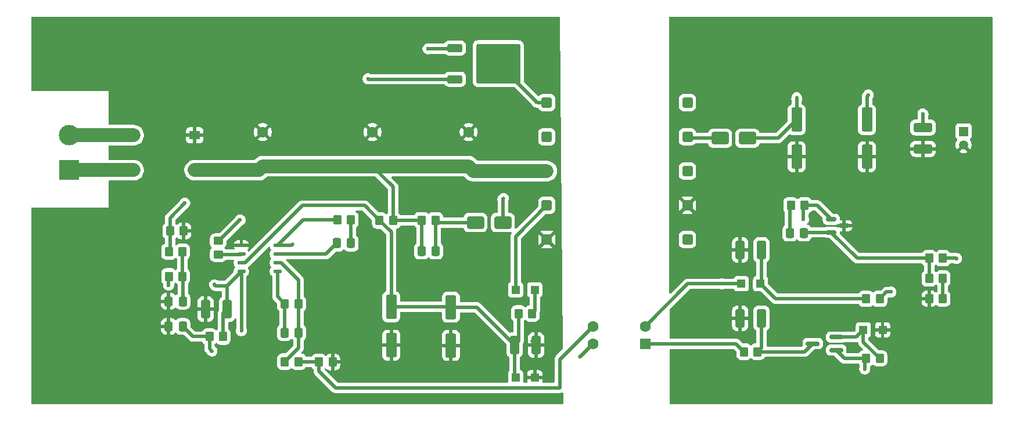
<source format=gbr>
%TF.GenerationSoftware,KiCad,Pcbnew,9.0.1*%
%TF.CreationDate,2025-04-25T14:26:40+02:00*%
%TF.ProjectId,flyback,666c7962-6163-46b2-9e6b-696361645f70,rev?*%
%TF.SameCoordinates,Original*%
%TF.FileFunction,Copper,L1,Top*%
%TF.FilePolarity,Positive*%
%FSLAX46Y46*%
G04 Gerber Fmt 4.6, Leading zero omitted, Abs format (unit mm)*
G04 Created by KiCad (PCBNEW 9.0.1) date 2025-04-25 14:26:40*
%MOMM*%
%LPD*%
G01*
G04 APERTURE LIST*
G04 Aperture macros list*
%AMRoundRect*
0 Rectangle with rounded corners*
0 $1 Rounding radius*
0 $2 $3 $4 $5 $6 $7 $8 $9 X,Y pos of 4 corners*
0 Add a 4 corners polygon primitive as box body*
4,1,4,$2,$3,$4,$5,$6,$7,$8,$9,$2,$3,0*
0 Add four circle primitives for the rounded corners*
1,1,$1+$1,$2,$3*
1,1,$1+$1,$4,$5*
1,1,$1+$1,$6,$7*
1,1,$1+$1,$8,$9*
0 Add four rect primitives between the rounded corners*
20,1,$1+$1,$2,$3,$4,$5,0*
20,1,$1+$1,$4,$5,$6,$7,0*
20,1,$1+$1,$6,$7,$8,$9,0*
20,1,$1+$1,$8,$9,$2,$3,0*%
G04 Aperture macros list end*
%TA.AperFunction,SMDPad,CuDef*%
%ADD10RoundRect,0.250000X-0.350000X-0.450000X0.350000X-0.450000X0.350000X0.450000X-0.350000X0.450000X0*%
%TD*%
%TA.AperFunction,ComponentPad*%
%ADD11RoundRect,0.250000X0.550000X0.550000X-0.550000X0.550000X-0.550000X-0.550000X0.550000X-0.550000X0*%
%TD*%
%TA.AperFunction,ComponentPad*%
%ADD12C,1.600000*%
%TD*%
%TA.AperFunction,SMDPad,CuDef*%
%ADD13RoundRect,0.250000X0.412500X1.100000X-0.412500X1.100000X-0.412500X-1.100000X0.412500X-1.100000X0*%
%TD*%
%TA.AperFunction,SMDPad,CuDef*%
%ADD14R,1.200000X1.200000*%
%TD*%
%TA.AperFunction,SMDPad,CuDef*%
%ADD15RoundRect,0.162500X0.837500X0.162500X-0.837500X0.162500X-0.837500X-0.162500X0.837500X-0.162500X0*%
%TD*%
%TA.AperFunction,SMDPad,CuDef*%
%ADD16RoundRect,0.150000X-0.587500X-0.150000X0.587500X-0.150000X0.587500X0.150000X-0.587500X0.150000X0*%
%TD*%
%TA.AperFunction,SMDPad,CuDef*%
%ADD17RoundRect,0.250000X-0.550000X1.500000X-0.550000X-1.500000X0.550000X-1.500000X0.550000X1.500000X0*%
%TD*%
%TA.AperFunction,ComponentPad*%
%ADD18R,1.350000X1.350000*%
%TD*%
%TA.AperFunction,ComponentPad*%
%ADD19C,1.350000*%
%TD*%
%TA.AperFunction,SMDPad,CuDef*%
%ADD20O,1.250000X0.549999*%
%TD*%
%TA.AperFunction,SMDPad,CuDef*%
%ADD21RoundRect,0.250000X-0.337500X-0.475000X0.337500X-0.475000X0.337500X0.475000X-0.337500X0.475000X0*%
%TD*%
%TA.AperFunction,SMDPad,CuDef*%
%ADD22RoundRect,0.250000X0.350000X0.450000X-0.350000X0.450000X-0.350000X-0.450000X0.350000X-0.450000X0*%
%TD*%
%TA.AperFunction,SMDPad,CuDef*%
%ADD23RoundRect,0.250000X-1.100000X0.412500X-1.100000X-0.412500X1.100000X-0.412500X1.100000X0.412500X0*%
%TD*%
%TA.AperFunction,ComponentPad*%
%ADD24RoundRect,0.225000X-0.525000X-0.525000X0.525000X-0.525000X0.525000X0.525000X-0.525000X0.525000X0*%
%TD*%
%TA.AperFunction,ComponentPad*%
%ADD25R,1.500000X1.500000*%
%TD*%
%TA.AperFunction,SMDPad,CuDef*%
%ADD26RoundRect,0.250000X1.000000X0.650000X-1.000000X0.650000X-1.000000X-0.650000X1.000000X-0.650000X0*%
%TD*%
%TA.AperFunction,ComponentPad*%
%ADD27R,3.000000X3.000000*%
%TD*%
%TA.AperFunction,ComponentPad*%
%ADD28C,3.000000*%
%TD*%
%TA.AperFunction,SMDPad,CuDef*%
%ADD29RoundRect,0.250000X-1.000000X-0.650000X1.000000X-0.650000X1.000000X0.650000X-1.000000X0.650000X0*%
%TD*%
%TA.AperFunction,SMDPad,CuDef*%
%ADD30RoundRect,0.250000X-0.850000X-0.350000X0.850000X-0.350000X0.850000X0.350000X-0.850000X0.350000X0*%
%TD*%
%TA.AperFunction,SMDPad,CuDef*%
%ADD31RoundRect,0.249997X-2.950003X-2.650003X2.950003X-2.650003X2.950003X2.650003X-2.950003X2.650003X0*%
%TD*%
%TA.AperFunction,SMDPad,CuDef*%
%ADD32R,1.500000X1.300000*%
%TD*%
%TA.AperFunction,SMDPad,CuDef*%
%ADD33RoundRect,0.250000X0.337500X0.475000X-0.337500X0.475000X-0.337500X-0.475000X0.337500X-0.475000X0*%
%TD*%
%TA.AperFunction,SMDPad,CuDef*%
%ADD34RoundRect,0.250000X0.450000X-0.350000X0.450000X0.350000X-0.450000X0.350000X-0.450000X-0.350000X0*%
%TD*%
%TA.AperFunction,SMDPad,CuDef*%
%ADD35RoundRect,0.250000X-0.412500X-1.100000X0.412500X-1.100000X0.412500X1.100000X-0.412500X1.100000X0*%
%TD*%
%TA.AperFunction,ViaPad*%
%ADD36C,0.600000*%
%TD*%
%TA.AperFunction,Conductor*%
%ADD37C,0.500000*%
%TD*%
%TA.AperFunction,Conductor*%
%ADD38C,2.000000*%
%TD*%
G04 APERTURE END LIST*
D10*
%TO.P,R9,2*%
%TO.N,CS*%
X100902500Y-82377500D03*
%TO.P,R9,1*%
%TO.N,VREF*%
X98902500Y-82377500D03*
%TD*%
%TO.P,R12,1*%
%TO.N,Net-(C10-Pad1)*%
X189575000Y-72000000D03*
%TO.P,R12,2*%
%TO.N,Net-(D3-A)*%
X191575000Y-72000000D03*
%TD*%
%TO.P,R11,1*%
%TO.N,Net-(R11-Pad1)*%
X182737500Y-93375000D03*
%TO.P,R11,2*%
%TO.N,Net-(Q2-E)*%
X184737500Y-93375000D03*
%TD*%
D11*
%TO.P,U2,1*%
%TO.N,Net-(R11-Pad1)*%
X168325000Y-92215000D03*
D12*
%TO.P,U2,2*%
%TO.N,Net-(D3-A)*%
X168325000Y-89675000D03*
%TO.P,U2,3*%
%TO.N,VSENSE*%
X160705000Y-89675000D03*
%TO.P,U2,4*%
%TO.N,VREF*%
X160705000Y-92215000D03*
%TD*%
D13*
%TO.P,C12,1*%
%TO.N,Net-(Q2-E)*%
X185300000Y-88491700D03*
%TO.P,C12,2*%
%TO.N,GNDS*%
X182175000Y-88491700D03*
%TD*%
%TO.P,C11,1*%
%TO.N,Net-(D3-K)*%
X185300000Y-78525000D03*
%TO.P,C11,2*%
%TO.N,GNDS*%
X182175000Y-78525000D03*
%TD*%
D14*
%TO.P,D6,1,K*%
%TO.N,Net-(D6-K)*%
X200147500Y-90175000D03*
%TO.P,D6,2,A*%
%TO.N,GNDS*%
X202947500Y-90175000D03*
%TD*%
D10*
%TO.P,R17,1*%
%TO.N,VOUT*%
X200525000Y-94350000D03*
%TO.P,R17,2*%
%TO.N,Net-(D6-K)*%
X202525000Y-94350000D03*
%TD*%
%TO.P,R16,1*%
%TO.N,Net-(D3-K)*%
X200525000Y-85650000D03*
%TO.P,R16,2*%
%TO.N,VOUT*%
X202525000Y-85650000D03*
%TD*%
D15*
%TO.P,Q2,1,C*%
%TO.N,VOUT*%
X196195000Y-93137500D03*
%TO.P,Q2,2,B*%
%TO.N,Net-(D6-K)*%
X196195000Y-91237500D03*
%TO.P,Q2,3,E*%
%TO.N,Net-(Q2-E)*%
X192775000Y-92187500D03*
%TD*%
D14*
%TO.P,D3,1,K*%
%TO.N,Net-(D3-K)*%
X185160000Y-83458300D03*
%TO.P,D3,2,A*%
%TO.N,Net-(D3-A)*%
X182360000Y-83458300D03*
%TD*%
D16*
%TO.P,U3,1,K*%
%TO.N,Net-(D3-A)*%
X195462500Y-74037500D03*
%TO.P,U3,2,REF*%
%TO.N,Net-(U3-REF)*%
X195462500Y-75937500D03*
%TO.P,U3,3,A*%
%TO.N,GNDS*%
X197337500Y-74987500D03*
%TD*%
D17*
%TO.P,C18,2*%
%TO.N,GND*%
X140025000Y-92475000D03*
%TO.P,C18,1*%
%TO.N,VCC*%
X140025000Y-86875000D03*
%TD*%
%TO.P,C9,1*%
%TO.N,VCC*%
X131325000Y-86805000D03*
%TO.P,C9,2*%
%TO.N,GND*%
X131325000Y-92405000D03*
%TD*%
D18*
%TO.P,J2,1,Pin_1*%
%TO.N,VOUT*%
X214750000Y-61200000D03*
D19*
%TO.P,J2,2,Pin_2*%
%TO.N,GNDS*%
X214750000Y-63200000D03*
%TD*%
D20*
%TO.P,U1,1,COMP*%
%TO.N,COMP*%
X114726701Y-81660000D03*
%TO.P,U1,2,FB*%
%TO.N,FB*%
X114726701Y-80390000D03*
%TO.P,U1,3,CS*%
%TO.N,CS*%
X114726701Y-79120000D03*
%TO.P,U1,4,RC*%
%TO.N,Net-(U1-RC)*%
X114726701Y-77850000D03*
%TO.P,U1,5,GND*%
%TO.N,GND*%
X109476701Y-77850000D03*
%TO.P,U1,6,OUT*%
%TO.N,Net-(U1-OUT)*%
X109476701Y-79120000D03*
%TO.P,U1,7,VCC*%
%TO.N,VCC*%
X109476701Y-80390000D03*
%TO.P,U1,8,REF*%
%TO.N,VREF*%
X109476701Y-81660000D03*
%TD*%
D21*
%TO.P,C10,2*%
%TO.N,Net-(U3-REF)*%
X191500000Y-76050000D03*
%TO.P,C10,1*%
%TO.N,Net-(C10-Pad1)*%
X189425000Y-76050000D03*
%TD*%
D22*
%TO.P,R15,2*%
%TO.N,GNDS*%
X209737500Y-85625000D03*
%TO.P,R15,1*%
%TO.N,Net-(R14-Pad2)*%
X211737500Y-85625000D03*
%TD*%
%TO.P,R13,2*%
%TO.N,Net-(U3-REF)*%
X209737500Y-79725000D03*
%TO.P,R13,1*%
%TO.N,VOUT*%
X211737500Y-79725000D03*
%TD*%
D10*
%TO.P,R14,2*%
%TO.N,Net-(R14-Pad2)*%
X211737500Y-82675000D03*
%TO.P,R14,1*%
%TO.N,Net-(U3-REF)*%
X209737500Y-82675000D03*
%TD*%
D17*
%TO.P,C14,2*%
%TO.N,GNDS*%
X190425000Y-64900000D03*
%TO.P,C14,1*%
%TO.N,VOUT*%
X190425000Y-59500000D03*
%TD*%
%TO.P,C15,2*%
%TO.N,GNDS*%
X200675000Y-64900000D03*
%TO.P,C15,1*%
%TO.N,VOUT*%
X200675000Y-59500000D03*
%TD*%
D23*
%TO.P,C16,2*%
%TO.N,GNDS*%
X208850000Y-63762500D03*
%TO.P,C16,1*%
%TO.N,VOUT*%
X208850000Y-60637500D03*
%TD*%
D24*
%TO.P,U4,10,pri_d*%
%TO.N,SW*%
X154000000Y-57000000D03*
%TO.P,U4,9,9*%
%TO.N,unconnected-(U4-Pad9)*%
X154000000Y-62000000D03*
%TO.P,U4,8,pri*%
%TO.N,VBULK*%
X154000000Y-67000000D03*
%TO.P,U4,7,aux_d*%
%TO.N,Vaux*%
X154000000Y-72000000D03*
D25*
%TO.P,U4,6,aux*%
%TO.N,GND*%
X154000000Y-77000000D03*
D24*
%TO.P,U4,5,5*%
%TO.N,unconnected-(U4-Pad5)*%
X174500000Y-77000000D03*
%TO.P,U4,4,sec*%
%TO.N,GNDS*%
X174500000Y-72000000D03*
%TO.P,U4,3,3*%
%TO.N,unconnected-(U4-Pad3)*%
X174500000Y-67000000D03*
%TO.P,U4,2,sec_d*%
%TO.N,Net-(D4-A)*%
X174500000Y-62000000D03*
%TO.P,U4,1,1*%
%TO.N,unconnected-(U4-Pad1)*%
X174500000Y-57000000D03*
%TD*%
D26*
%TO.P,D4,2,A*%
%TO.N,Net-(D4-A)*%
X179250000Y-62200000D03*
%TO.P,D4,1,K*%
%TO.N,VOUT*%
X183250000Y-62200000D03*
%TD*%
D13*
%TO.P,C17,1*%
%TO.N,VREF*%
X107389200Y-87160000D03*
%TO.P,C17,2*%
%TO.N,GND*%
X104264200Y-87160000D03*
%TD*%
D27*
%TO.P,J1,1,Pin_1*%
%TO.N,/Vline*%
X84400000Y-66830000D03*
D28*
%TO.P,J1,2,Pin_2*%
%TO.N,Net-(J1-Pin_2)*%
X84400000Y-61750000D03*
%TD*%
D10*
%TO.P,R19,1*%
%TO.N,VCC*%
X149877500Y-87791700D03*
%TO.P,R19,2*%
%TO.N,Net-(D7-K)*%
X151877500Y-87791700D03*
%TD*%
D14*
%TO.P,D7,1,K*%
%TO.N,Net-(D7-K)*%
X152250000Y-84325000D03*
%TO.P,D7,2,A*%
%TO.N,Vaux*%
X149450000Y-84325000D03*
%TD*%
D29*
%TO.P,D5,1,K*%
%TO.N,Net-(D5-K)*%
X143600000Y-74525000D03*
%TO.P,D5,2,A*%
%TO.N,SW*%
X147600000Y-74525000D03*
%TD*%
D10*
%TO.P,R18,1*%
%TO.N,VBULK*%
X135775000Y-74175000D03*
%TO.P,R18,2*%
%TO.N,Net-(D5-K)*%
X137775000Y-74175000D03*
%TD*%
D21*
%TO.P,C13,1*%
%TO.N,VBULK*%
X135737500Y-78675000D03*
%TO.P,C13,2*%
%TO.N,Net-(D5-K)*%
X137812500Y-78675000D03*
%TD*%
D22*
%TO.P,R10,1*%
%TO.N,Net-(C5-Pad1)*%
X125475000Y-74125000D03*
%TO.P,R10,2*%
%TO.N,Net-(U1-RC)*%
X123475000Y-74125000D03*
%TD*%
D10*
%TO.P,R8,1*%
%TO.N,Net-(Q1-S)*%
X98902500Y-78772500D03*
%TO.P,R8,2*%
%TO.N,CS*%
X100902500Y-78772500D03*
%TD*%
%TO.P,R7,1*%
%TO.N,Net-(Q1-S)*%
X99077500Y-75747500D03*
%TO.P,R7,2*%
%TO.N,GND*%
X101077500Y-75747500D03*
%TD*%
D30*
%TO.P,Q1,3,S*%
%TO.N,Net-(Q1-S)*%
X140625000Y-53580000D03*
D31*
%TO.P,Q1,2,D*%
%TO.N,SW*%
X146925000Y-51300000D03*
D30*
%TO.P,Q1,1,G*%
%TO.N,Net-(Q1-G)*%
X140625000Y-49020000D03*
%TD*%
D14*
%TO.P,D2,1,K*%
%TO.N,VCC*%
X149455000Y-97175000D03*
%TO.P,D2,2,A*%
%TO.N,GND*%
X152255000Y-97175000D03*
%TD*%
D32*
%TO.P,D1,1,+*%
%TO.N,VBULK*%
X102675000Y-66850000D03*
%TO.P,D1,2,-*%
%TO.N,GND*%
X102675000Y-61750000D03*
%TO.P,D1,3*%
%TO.N,Net-(J1-Pin_2)*%
X93775000Y-61750000D03*
%TO.P,D1,4*%
%TO.N,/Vline*%
X93775000Y-66850000D03*
%TD*%
D12*
%TO.P,C8,1*%
%TO.N,VBULK*%
X142600000Y-66300000D03*
%TO.P,C8,2*%
%TO.N,GND*%
X142600000Y-61300000D03*
%TD*%
%TO.P,C7,1*%
%TO.N,VBULK*%
X128600000Y-66300000D03*
%TO.P,C7,2*%
%TO.N,GND*%
X128600000Y-61300000D03*
%TD*%
%TO.P,C6,1*%
%TO.N,VBULK*%
X112600000Y-66300000D03*
%TO.P,C6,2*%
%TO.N,GND*%
X112600000Y-61300000D03*
%TD*%
D33*
%TO.P,C5,1*%
%TO.N,Net-(C5-Pad1)*%
X125475000Y-77530000D03*
%TO.P,C5,2*%
%TO.N,CS*%
X123400000Y-77530000D03*
%TD*%
D22*
%TO.P,R6,1*%
%TO.N,VBULK*%
X131625000Y-74225000D03*
%TO.P,R6,2*%
%TO.N,VCC*%
X129625000Y-74225000D03*
%TD*%
D10*
%TO.P,R5,1*%
%TO.N,VSENSE*%
X120773300Y-94890400D03*
%TO.P,R5,2*%
%TO.N,GND*%
X122773300Y-94890400D03*
%TD*%
%TO.P,R4,1*%
%TO.N,FB*%
X115800000Y-94825400D03*
%TO.P,R4,2*%
%TO.N,VSENSE*%
X117800000Y-94825400D03*
%TD*%
D34*
%TO.P,R3,1*%
%TO.N,Net-(U1-OUT)*%
X106100000Y-79200000D03*
%TO.P,R3,2*%
%TO.N,Net-(Q1-G)*%
X106100000Y-77200000D03*
%TD*%
D10*
%TO.P,R2,1*%
%TO.N,COMP*%
X115800000Y-86375000D03*
%TO.P,R2,2*%
%TO.N,FB*%
X117800000Y-86375000D03*
%TD*%
D22*
%TO.P,R1,1*%
%TO.N,VREF*%
X106826700Y-91160000D03*
%TO.P,R1,2*%
%TO.N,Net-(U1-RC)*%
X104826700Y-91160000D03*
%TD*%
D35*
%TO.P,C4,1*%
%TO.N,VCC*%
X149315000Y-92408300D03*
%TO.P,C4,2*%
%TO.N,GND*%
X152440000Y-92408300D03*
%TD*%
D21*
%TO.P,C3,1*%
%TO.N,COMP*%
X115762500Y-90600200D03*
%TO.P,C3,2*%
%TO.N,FB*%
X117837500Y-90600200D03*
%TD*%
D33*
%TO.P,C2,1*%
%TO.N,CS*%
X100940000Y-86012500D03*
%TO.P,C2,2*%
%TO.N,GND*%
X98865000Y-86012500D03*
%TD*%
%TO.P,C1,1*%
%TO.N,Net-(U1-RC)*%
X100940000Y-89677500D03*
%TO.P,C1,2*%
%TO.N,GND*%
X98865000Y-89677500D03*
%TD*%
D36*
%TO.N,VOUT*%
X190425000Y-56450000D03*
X200862500Y-55887500D03*
X208850000Y-58725000D03*
X200350000Y-95850000D03*
X204175000Y-84650000D03*
X213700000Y-79750000D03*
%TO.N,VREF*%
X158845000Y-94075000D03*
X109476701Y-90300393D03*
X98875000Y-83662500D03*
X105637500Y-83662500D03*
%TO.N,Net-(U1-RC)*%
X116350000Y-77850000D03*
X105150000Y-93225000D03*
%TO.N,Net-(Q1-S)*%
X127950000Y-53525000D03*
%TO.N,Net-(Q1-G)*%
X136687500Y-49137500D03*
X109300000Y-74150000D03*
%TO.N,Net-(Q1-S)*%
X101225000Y-71675000D03*
%TO.N,Net-(D3-A)*%
X191425000Y-74050000D03*
X179550000Y-83458300D03*
%TO.N,SW*%
X147600000Y-71125000D03*
X152562500Y-56937500D03*
%TD*%
D37*
%TO.N,VOUT*%
X190425000Y-56450000D02*
X190425000Y-56225000D01*
X200862500Y-55887500D02*
X200875000Y-55875000D01*
X208850000Y-58725000D02*
X208850000Y-58625000D01*
X200350000Y-95850000D02*
X200350000Y-94525000D01*
X213700000Y-79750000D02*
X213750000Y-79800000D01*
%TO.N,VREF*%
X158845000Y-94075000D02*
X158775000Y-94075000D01*
X160705000Y-92215000D02*
X158845000Y-94075000D01*
%TO.N,VBULK*%
X131625000Y-74225000D02*
X131625000Y-69325000D01*
X131625000Y-69325000D02*
X128600000Y-66300000D01*
%TO.N,VREF*%
X98875000Y-82405000D02*
X98902500Y-82377500D01*
X98875000Y-83662500D02*
X98875000Y-82405000D01*
X105637500Y-83662500D02*
X105525000Y-83550000D01*
X105722501Y-83747501D02*
X105637500Y-83662500D01*
X107389200Y-83747501D02*
X105722501Y-83747501D01*
%TO.N,Net-(U1-RC)*%
X116350000Y-77850000D02*
X116775000Y-77850000D01*
X116775000Y-77850000D02*
X116950000Y-77675000D01*
X114726701Y-77850000D02*
X116350000Y-77850000D01*
X105150000Y-93225000D02*
X105225000Y-93300000D01*
X104826700Y-92901700D02*
X105150000Y-93225000D01*
X104826700Y-91160000D02*
X104826700Y-92901700D01*
%TO.N,Net-(Q1-S)*%
X128005000Y-53580000D02*
X127950000Y-53525000D01*
X140625000Y-53580000D02*
X128005000Y-53580000D01*
%TO.N,Net-(Q1-G)*%
X140507500Y-49137500D02*
X140625000Y-49020000D01*
X136687500Y-49137500D02*
X140507500Y-49137500D01*
%TO.N,Net-(Q1-S)*%
X101225000Y-71675000D02*
X101250000Y-71650000D01*
%TO.N,Net-(Q1-G)*%
X106250000Y-77200000D02*
X109300000Y-74150000D01*
X106100000Y-77200000D02*
X106250000Y-77200000D01*
%TO.N,Net-(Q1-S)*%
X99077500Y-73822500D02*
X101225000Y-71675000D01*
X99077500Y-75747500D02*
X99077500Y-73822500D01*
%TO.N,VREF*%
X109476701Y-81660000D02*
X109476701Y-90300393D01*
%TO.N,VSENSE*%
X155875000Y-98650000D02*
X155875000Y-94505000D01*
X123225000Y-98650000D02*
X155875000Y-98650000D01*
X155875000Y-94505000D02*
X160705000Y-89675000D01*
X120773300Y-96198300D02*
X123225000Y-98650000D01*
X120773300Y-94890400D02*
X120773300Y-96198300D01*
%TO.N,Net-(D3-A)*%
X191425000Y-72150000D02*
X191575000Y-72000000D01*
X191425000Y-74050000D02*
X191425000Y-72150000D01*
X179550000Y-83458300D02*
X174541700Y-83458300D01*
%TO.N,VOUT*%
X200350000Y-94525000D02*
X200525000Y-94350000D01*
X200350000Y-95950000D02*
X200350000Y-95850000D01*
X197407500Y-94350000D02*
X196195000Y-93137500D01*
X200525000Y-94350000D02*
X197407500Y-94350000D01*
X204175000Y-84650000D02*
X203525000Y-84650000D01*
X203525000Y-84650000D02*
X202525000Y-85650000D01*
X213675000Y-79725000D02*
X213700000Y-79750000D01*
X211737500Y-79725000D02*
X213675000Y-79725000D01*
%TO.N,Net-(U3-REF)*%
X199250000Y-79725000D02*
X195462500Y-75937500D01*
X209737500Y-79725000D02*
X199250000Y-79725000D01*
%TO.N,VOUT*%
X187725000Y-62200000D02*
X183250000Y-62200000D01*
X190425000Y-59500000D02*
X187725000Y-62200000D01*
X190425000Y-59500000D02*
X190425000Y-56450000D01*
X208850000Y-58625000D02*
X208800000Y-58575000D01*
X208850000Y-60637500D02*
X208850000Y-58725000D01*
X200675000Y-59500000D02*
X200675000Y-56075000D01*
X200675000Y-56075000D02*
X200862500Y-55887500D01*
%TO.N,SW*%
X147600000Y-71125000D02*
X147600000Y-71050000D01*
X152562500Y-56937500D02*
X146925000Y-51300000D01*
X147600000Y-71050000D02*
X147700000Y-70950000D01*
X147600000Y-74525000D02*
X147600000Y-71125000D01*
X152625000Y-57000000D02*
X152562500Y-56937500D01*
X154000000Y-57000000D02*
X152625000Y-57000000D01*
D38*
%TO.N,VBULK*%
X143300000Y-67000000D02*
X142600000Y-66300000D01*
X154000000Y-67000000D02*
X143300000Y-67000000D01*
D37*
%TO.N,VCC*%
X127425000Y-72025000D02*
X129625000Y-74225000D01*
X110051701Y-80390000D02*
X118416701Y-72025000D01*
X109476701Y-80390000D02*
X110051701Y-80390000D01*
X118416701Y-72025000D02*
X127425000Y-72025000D01*
%TO.N,Net-(U1-RC)*%
X102422500Y-91160000D02*
X100940000Y-89677500D01*
X104826700Y-91160000D02*
X102422500Y-91160000D01*
%TO.N,VREF*%
X107389200Y-83747501D02*
X109476701Y-81660000D01*
X107389200Y-87160000D02*
X107389200Y-83747501D01*
X106826700Y-87722500D02*
X107389200Y-87160000D01*
X106826700Y-91160000D02*
X106826700Y-87722500D01*
%TO.N,VCC*%
X149315000Y-92408300D02*
X143781700Y-86875000D01*
X143781700Y-86875000D02*
X140025000Y-86875000D01*
X149315000Y-97035000D02*
X149455000Y-97175000D01*
X149315000Y-92408300D02*
X149315000Y-97035000D01*
X149877500Y-91845800D02*
X149315000Y-92408300D01*
X149877500Y-87791700D02*
X149877500Y-91845800D01*
%TO.N,Net-(D7-K)*%
X152250000Y-87419200D02*
X151877500Y-87791700D01*
X152250000Y-84325000D02*
X152250000Y-87419200D01*
%TO.N,Vaux*%
X149450000Y-76550000D02*
X154000000Y-72000000D01*
X149450000Y-84325000D02*
X149450000Y-76550000D01*
%TO.N,VCC*%
X131325000Y-75925000D02*
X129625000Y-74225000D01*
X131325000Y-86805000D02*
X131325000Y-75925000D01*
%TO.N,VREF*%
X109476701Y-81660000D02*
X109476701Y-81947499D01*
%TO.N,Net-(R14-Pad2)*%
X211737500Y-82675000D02*
X211737500Y-85625000D01*
%TO.N,Net-(U3-REF)*%
X209737500Y-79725000D02*
X209737500Y-82675000D01*
%TO.N,Net-(D3-K)*%
X185300000Y-83318300D02*
X185160000Y-83458300D01*
X185300000Y-78525000D02*
X185300000Y-83318300D01*
%TO.N,Net-(C10-Pad1)*%
X189425000Y-72150000D02*
X189575000Y-72000000D01*
X189425000Y-76050000D02*
X189425000Y-72150000D01*
%TO.N,Net-(U3-REF)*%
X191612500Y-75937500D02*
X191500000Y-76050000D01*
X195462500Y-75937500D02*
X191612500Y-75937500D01*
%TO.N,Net-(D3-A)*%
X193425000Y-72000000D02*
X195462500Y-74037500D01*
X191575000Y-72000000D02*
X193425000Y-72000000D01*
%TO.N,Net-(Q2-E)*%
X185300000Y-92812500D02*
X184737500Y-93375000D01*
X185300000Y-88491700D02*
X185300000Y-92812500D01*
%TO.N,Net-(D3-K)*%
X187351700Y-85650000D02*
X185160000Y-83458300D01*
X200525000Y-85650000D02*
X187351700Y-85650000D01*
%TO.N,Net-(D6-K)*%
X200147500Y-91972500D02*
X202525000Y-94350000D01*
X200147500Y-90175000D02*
X200147500Y-91972500D01*
X199085000Y-91237500D02*
X200147500Y-90175000D01*
X196195000Y-91237500D02*
X199085000Y-91237500D01*
%TO.N,Net-(Q2-E)*%
X191587500Y-93375000D02*
X192775000Y-92187500D01*
X184737500Y-93375000D02*
X191587500Y-93375000D01*
%TO.N,Net-(R11-Pad1)*%
X181577500Y-92215000D02*
X182737500Y-93375000D01*
X168325000Y-92215000D02*
X181577500Y-92215000D01*
%TO.N,Net-(D3-A)*%
X174541700Y-83458300D02*
X168325000Y-89675000D01*
X182360000Y-83458300D02*
X179550000Y-83458300D01*
%TO.N,Net-(D4-A)*%
X174700000Y-62200000D02*
X174500000Y-62000000D01*
X179250000Y-62200000D02*
X174700000Y-62200000D01*
%TO.N,Net-(U1-OUT)*%
X109396701Y-79200000D02*
X109476701Y-79120000D01*
X106100000Y-79200000D02*
X109396701Y-79200000D01*
%TO.N,GND*%
X151877500Y-91845800D02*
X152440000Y-92408300D01*
X152255000Y-92593300D02*
X152440000Y-92408300D01*
%TO.N,Net-(D5-K)*%
X138125000Y-74525000D02*
X137775000Y-74175000D01*
X143600000Y-74525000D02*
X138125000Y-74525000D01*
%TO.N,VBULK*%
X135775000Y-74175000D02*
X135775000Y-78637500D01*
X135775000Y-78637500D02*
X135737500Y-78675000D01*
%TO.N,Net-(D5-K)*%
X137775000Y-78637500D02*
X137812500Y-78675000D01*
X137775000Y-74175000D02*
X137775000Y-78637500D01*
%TO.N,VBULK*%
X131625000Y-74225000D02*
X135725000Y-74225000D01*
X135725000Y-74225000D02*
X135775000Y-74175000D01*
%TO.N,VCC*%
X139955000Y-86805000D02*
X140025000Y-86875000D01*
X131325000Y-86805000D02*
X139955000Y-86805000D01*
%TO.N,VSENSE*%
X120708300Y-94825400D02*
X120773300Y-94890400D01*
X117800000Y-94825400D02*
X120708300Y-94825400D01*
%TO.N,FB*%
X117837500Y-92787900D02*
X115800000Y-94825400D01*
X117837500Y-90600200D02*
X117837500Y-92787900D01*
X117800000Y-90562700D02*
X117837500Y-90600200D01*
X117800000Y-86375000D02*
X117800000Y-90562700D01*
%TO.N,COMP*%
X115800000Y-90562700D02*
X115762500Y-90600200D01*
X115800000Y-86375000D02*
X115800000Y-90562700D01*
X114726701Y-85301701D02*
X115800000Y-86375000D01*
X114726701Y-81660000D02*
X114726701Y-85301701D01*
%TO.N,FB*%
X115301701Y-80390000D02*
X117800000Y-82888299D01*
X114726701Y-80390000D02*
X115301701Y-80390000D01*
X117800000Y-82888299D02*
X117800000Y-86375000D01*
%TO.N,CS*%
X121810000Y-79120000D02*
X114726701Y-79120000D01*
X123400000Y-77530000D02*
X121810000Y-79120000D01*
%TO.N,Net-(C5-Pad1)*%
X125475000Y-74125000D02*
X125475000Y-77530000D01*
%TO.N,Net-(U1-RC)*%
X118451701Y-74125000D02*
X114726701Y-77850000D01*
X123475000Y-74125000D02*
X118451701Y-74125000D01*
%TO.N,CS*%
X100940000Y-82415000D02*
X100902500Y-82377500D01*
X100940000Y-86012500D02*
X100940000Y-82415000D01*
X100902500Y-78772500D02*
X100902500Y-82377500D01*
%TO.N,Net-(Q1-S)*%
X99077500Y-78597500D02*
X98902500Y-78772500D01*
X99077500Y-75747500D02*
X99077500Y-78597500D01*
D38*
%TO.N,VBULK*%
X128600000Y-66300000D02*
X142600000Y-66300000D01*
X112600000Y-66300000D02*
X128600000Y-66300000D01*
X112050000Y-66850000D02*
X112600000Y-66300000D01*
X102675000Y-66850000D02*
X112050000Y-66850000D01*
%TO.N,/Vline*%
X84420000Y-66850000D02*
X84400000Y-66830000D01*
X93775000Y-66850000D02*
X84420000Y-66850000D01*
%TO.N,Net-(J1-Pin_2)*%
X84400000Y-61750000D02*
X93775000Y-61750000D01*
%TD*%
%TA.AperFunction,Conductor*%
%TO.N,GND*%
G36*
X155895575Y-44470185D02*
G01*
X155941330Y-44522989D01*
X155952532Y-44573530D01*
X156331014Y-92935280D01*
X156311855Y-93002471D01*
X156294699Y-93023931D01*
X155292050Y-94026581D01*
X155292047Y-94026584D01*
X155259764Y-94074899D01*
X155259765Y-94074900D01*
X155209914Y-94149508D01*
X155153343Y-94286082D01*
X155153340Y-94286092D01*
X155124500Y-94431079D01*
X155124500Y-97775500D01*
X155104815Y-97842539D01*
X155052011Y-97888294D01*
X155000500Y-97899500D01*
X153479000Y-97899500D01*
X153411961Y-97879815D01*
X153366206Y-97827011D01*
X153355000Y-97775500D01*
X153355000Y-97425000D01*
X151155000Y-97425000D01*
X151155000Y-97775500D01*
X151135315Y-97842539D01*
X151082511Y-97888294D01*
X151031000Y-97899500D01*
X150679500Y-97899500D01*
X150612461Y-97879815D01*
X150566706Y-97827011D01*
X150555500Y-97775500D01*
X150555499Y-96527155D01*
X151155000Y-96527155D01*
X151155000Y-96925000D01*
X152005000Y-96925000D01*
X152505000Y-96925000D01*
X153355000Y-96925000D01*
X153355000Y-96527172D01*
X153354999Y-96527155D01*
X153348598Y-96467627D01*
X153348596Y-96467620D01*
X153298354Y-96332913D01*
X153298350Y-96332906D01*
X153212190Y-96217812D01*
X153212187Y-96217809D01*
X153097093Y-96131649D01*
X153097086Y-96131645D01*
X152962379Y-96081403D01*
X152962372Y-96081401D01*
X152902844Y-96075000D01*
X152505000Y-96075000D01*
X152505000Y-96925000D01*
X152005000Y-96925000D01*
X152005000Y-96075000D01*
X151607155Y-96075000D01*
X151547627Y-96081401D01*
X151547620Y-96081403D01*
X151412913Y-96131645D01*
X151412906Y-96131649D01*
X151297812Y-96217809D01*
X151297809Y-96217812D01*
X151211649Y-96332906D01*
X151211645Y-96332913D01*
X151161403Y-96467620D01*
X151161401Y-96467627D01*
X151155000Y-96527155D01*
X150555499Y-96527155D01*
X150555499Y-96527129D01*
X150555498Y-96527123D01*
X150555497Y-96527116D01*
X150549091Y-96467517D01*
X150530330Y-96417217D01*
X150498797Y-96332671D01*
X150498793Y-96332664D01*
X150412547Y-96217455D01*
X150412544Y-96217452D01*
X150297335Y-96131206D01*
X150297328Y-96131202D01*
X150162484Y-96080909D01*
X150160985Y-96080555D01*
X150159941Y-96079960D01*
X150155215Y-96078198D01*
X150155500Y-96077432D01*
X150100269Y-96045981D01*
X150067883Y-95984070D01*
X150065500Y-95959878D01*
X150065500Y-94250807D01*
X150085185Y-94183768D01*
X150124403Y-94145268D01*
X150196156Y-94101012D01*
X150320212Y-93976956D01*
X150412314Y-93827634D01*
X150467499Y-93661097D01*
X150478000Y-93558309D01*
X150478000Y-93558286D01*
X151277501Y-93558286D01*
X151287994Y-93660997D01*
X151343141Y-93827419D01*
X151343143Y-93827424D01*
X151435184Y-93976645D01*
X151559154Y-94100615D01*
X151708375Y-94192656D01*
X151708380Y-94192658D01*
X151874802Y-94247805D01*
X151874809Y-94247806D01*
X151977519Y-94258299D01*
X152189999Y-94258299D01*
X152690000Y-94258299D01*
X152902472Y-94258299D01*
X152902486Y-94258298D01*
X153005197Y-94247805D01*
X153171619Y-94192658D01*
X153171624Y-94192656D01*
X153320845Y-94100615D01*
X153444815Y-93976645D01*
X153536856Y-93827424D01*
X153536858Y-93827419D01*
X153592005Y-93660997D01*
X153592006Y-93660990D01*
X153602499Y-93558286D01*
X153602500Y-93558273D01*
X153602500Y-92658300D01*
X152690000Y-92658300D01*
X152690000Y-94258299D01*
X152189999Y-94258299D01*
X152190000Y-94258298D01*
X152190000Y-92658300D01*
X151277501Y-92658300D01*
X151277501Y-93558286D01*
X150478000Y-93558286D01*
X150477999Y-92335566D01*
X150483327Y-92317421D01*
X150483665Y-92298513D01*
X150497164Y-92270297D01*
X150497684Y-92268528D01*
X150498897Y-92266676D01*
X150541631Y-92202721D01*
X150541635Y-92202715D01*
X150541639Y-92202708D01*
X150542584Y-92201295D01*
X150599158Y-92064713D01*
X150626087Y-91929336D01*
X150628000Y-91919720D01*
X150628000Y-91258313D01*
X151277500Y-91258313D01*
X151277500Y-92158300D01*
X152190000Y-92158300D01*
X152690000Y-92158300D01*
X153602499Y-92158300D01*
X153602499Y-91258328D01*
X153602498Y-91258313D01*
X153592005Y-91155602D01*
X153536858Y-90989180D01*
X153536856Y-90989175D01*
X153444815Y-90839954D01*
X153320845Y-90715984D01*
X153171624Y-90623943D01*
X153171619Y-90623941D01*
X153005197Y-90568794D01*
X153005190Y-90568793D01*
X152902486Y-90558300D01*
X152690000Y-90558300D01*
X152690000Y-92158300D01*
X152190000Y-92158300D01*
X152190000Y-90558300D01*
X151977529Y-90558300D01*
X151977512Y-90558301D01*
X151874802Y-90568794D01*
X151708380Y-90623941D01*
X151708375Y-90623943D01*
X151559154Y-90715984D01*
X151435184Y-90839954D01*
X151343143Y-90989175D01*
X151343141Y-90989180D01*
X151287994Y-91155602D01*
X151287993Y-91155609D01*
X151277500Y-91258313D01*
X150628000Y-91258313D01*
X150628000Y-88945657D01*
X150647685Y-88878618D01*
X150667356Y-88855040D01*
X150676383Y-88846607D01*
X150696156Y-88834412D01*
X150791323Y-88739244D01*
X150792856Y-88737813D01*
X150822268Y-88723030D01*
X150851142Y-88707264D01*
X150853326Y-88707420D01*
X150855285Y-88706436D01*
X150888009Y-88709900D01*
X150920834Y-88712248D01*
X150922934Y-88713598D01*
X150924766Y-88713792D01*
X150930891Y-88718711D01*
X150965181Y-88740749D01*
X151058844Y-88834412D01*
X151208166Y-88926514D01*
X151374703Y-88981699D01*
X151477491Y-88992200D01*
X152277508Y-88992199D01*
X152277516Y-88992198D01*
X152277519Y-88992198D01*
X152333802Y-88986448D01*
X152380297Y-88981699D01*
X152546834Y-88926514D01*
X152696156Y-88834412D01*
X152820212Y-88710356D01*
X152912314Y-88561034D01*
X152967499Y-88394497D01*
X152978000Y-88291709D01*
X152977999Y-87618445D01*
X152980382Y-87594255D01*
X152998416Y-87503592D01*
X152998417Y-87503588D01*
X153000500Y-87493118D01*
X153000500Y-85489141D01*
X153020185Y-85422102D01*
X153072989Y-85376347D01*
X153081149Y-85372966D01*
X153092331Y-85368796D01*
X153207546Y-85282546D01*
X153293796Y-85167331D01*
X153344091Y-85032483D01*
X153350500Y-84972873D01*
X153350499Y-83677128D01*
X153344091Y-83617517D01*
X153331462Y-83583658D01*
X153293797Y-83482671D01*
X153293793Y-83482664D01*
X153207547Y-83367455D01*
X153207544Y-83367452D01*
X153092335Y-83281206D01*
X153092328Y-83281202D01*
X152957482Y-83230908D01*
X152957483Y-83230908D01*
X152897883Y-83224501D01*
X152897881Y-83224500D01*
X152897873Y-83224500D01*
X152897864Y-83224500D01*
X151602129Y-83224500D01*
X151602123Y-83224501D01*
X151542516Y-83230908D01*
X151407671Y-83281202D01*
X151407664Y-83281206D01*
X151292455Y-83367452D01*
X151292452Y-83367455D01*
X151206206Y-83482664D01*
X151206202Y-83482671D01*
X151155908Y-83617517D01*
X151149501Y-83677116D01*
X151149501Y-83677123D01*
X151149500Y-83677135D01*
X151149500Y-84972870D01*
X151149501Y-84972876D01*
X151155908Y-85032483D01*
X151206202Y-85167328D01*
X151206206Y-85167335D01*
X151292452Y-85282544D01*
X151292455Y-85282547D01*
X151407665Y-85368794D01*
X151407667Y-85368794D01*
X151407669Y-85368796D01*
X151418830Y-85372958D01*
X151474764Y-85414826D01*
X151499184Y-85480289D01*
X151499500Y-85489141D01*
X151499500Y-86476974D01*
X151479815Y-86544013D01*
X151427011Y-86589768D01*
X151388104Y-86600332D01*
X151374701Y-86601701D01*
X151374700Y-86601701D01*
X151208168Y-86656885D01*
X151208163Y-86656887D01*
X151058842Y-86748989D01*
X150965181Y-86842651D01*
X150903858Y-86876136D01*
X150834166Y-86871152D01*
X150789819Y-86842651D01*
X150696157Y-86748989D01*
X150696156Y-86748988D01*
X150546834Y-86656886D01*
X150380297Y-86601701D01*
X150380295Y-86601700D01*
X150277510Y-86591200D01*
X149477498Y-86591200D01*
X149477480Y-86591201D01*
X149374703Y-86601700D01*
X149374700Y-86601701D01*
X149208168Y-86656885D01*
X149208163Y-86656887D01*
X149058842Y-86748989D01*
X148934789Y-86873042D01*
X148842687Y-87022363D01*
X148842686Y-87022366D01*
X148787501Y-87188903D01*
X148787501Y-87188904D01*
X148787500Y-87188904D01*
X148777000Y-87291683D01*
X148777000Y-88291701D01*
X148777001Y-88291719D01*
X148787500Y-88394496D01*
X148787501Y-88394499D01*
X148842685Y-88561031D01*
X148842687Y-88561036D01*
X148872758Y-88609789D01*
X148934788Y-88710356D01*
X149058844Y-88834412D01*
X149068091Y-88840116D01*
X149114818Y-88892060D01*
X149127000Y-88945657D01*
X149127000Y-90433800D01*
X149107315Y-90500839D01*
X149054511Y-90546594D01*
X149003001Y-90557800D01*
X148852499Y-90557800D01*
X148852480Y-90557801D01*
X148749703Y-90568300D01*
X148749700Y-90568301D01*
X148662068Y-90597340D01*
X148592239Y-90599742D01*
X148535383Y-90567315D01*
X144260121Y-86292052D01*
X144260114Y-86292046D01*
X144186429Y-86242812D01*
X144186429Y-86242813D01*
X144137191Y-86209913D01*
X144000617Y-86153343D01*
X144000607Y-86153340D01*
X143855620Y-86124500D01*
X143855618Y-86124500D01*
X141449499Y-86124500D01*
X141382460Y-86104815D01*
X141336705Y-86052011D01*
X141325499Y-86000500D01*
X141325499Y-85324998D01*
X141325498Y-85324981D01*
X141314999Y-85222203D01*
X141314998Y-85222200D01*
X141299192Y-85174500D01*
X141259814Y-85055666D01*
X141167712Y-84906344D01*
X141043656Y-84782288D01*
X140894334Y-84690186D01*
X140727797Y-84635001D01*
X140727795Y-84635000D01*
X140625010Y-84624500D01*
X139424998Y-84624500D01*
X139424981Y-84624501D01*
X139322203Y-84635000D01*
X139322200Y-84635001D01*
X139155668Y-84690185D01*
X139155663Y-84690187D01*
X139006342Y-84782289D01*
X138882289Y-84906342D01*
X138790187Y-85055663D01*
X138790185Y-85055668D01*
X138781418Y-85082125D01*
X138735001Y-85222203D01*
X138735001Y-85222204D01*
X138735000Y-85222204D01*
X138724500Y-85324983D01*
X138724500Y-85930500D01*
X138704815Y-85997539D01*
X138652011Y-86043294D01*
X138600500Y-86054500D01*
X132749499Y-86054500D01*
X132682460Y-86034815D01*
X132636705Y-85982011D01*
X132625499Y-85930500D01*
X132625499Y-85254998D01*
X132625498Y-85254981D01*
X132614999Y-85152203D01*
X132614998Y-85152200D01*
X132559814Y-84985666D01*
X132467712Y-84836344D01*
X132343656Y-84712288D01*
X132218353Y-84635001D01*
X132194336Y-84620187D01*
X132194335Y-84620186D01*
X132194334Y-84620186D01*
X132194328Y-84620184D01*
X132160494Y-84608972D01*
X132103050Y-84569199D01*
X132076228Y-84504683D01*
X132075500Y-84491267D01*
X132075500Y-75851079D01*
X132046659Y-75706092D01*
X132046658Y-75706091D01*
X132046658Y-75706087D01*
X132020799Y-75643657D01*
X131998015Y-75588651D01*
X131990546Y-75519182D01*
X132021821Y-75456703D01*
X132081910Y-75421051D01*
X132099975Y-75417841D01*
X132127797Y-75414999D01*
X132294334Y-75359814D01*
X132443656Y-75267712D01*
X132567712Y-75143656D01*
X132635099Y-75034402D01*
X132687047Y-74987679D01*
X132740638Y-74975500D01*
X134690202Y-74975500D01*
X134757241Y-74995185D01*
X134795739Y-75034401D01*
X134832288Y-75093656D01*
X134956344Y-75217712D01*
X134965591Y-75223416D01*
X135012318Y-75275360D01*
X135024500Y-75328957D01*
X135024500Y-77480621D01*
X135004815Y-77547660D01*
X134965599Y-77586158D01*
X134931346Y-77607285D01*
X134807289Y-77731342D01*
X134715187Y-77880663D01*
X134715185Y-77880668D01*
X134700038Y-77926380D01*
X134660001Y-78047203D01*
X134660001Y-78047204D01*
X134660000Y-78047204D01*
X134649500Y-78149983D01*
X134649500Y-79200001D01*
X134649501Y-79200019D01*
X134660000Y-79302796D01*
X134660001Y-79302799D01*
X134715185Y-79469331D01*
X134715187Y-79469336D01*
X134726293Y-79487342D01*
X134807288Y-79618656D01*
X134931344Y-79742712D01*
X135080666Y-79834814D01*
X135247203Y-79889999D01*
X135349991Y-79900500D01*
X136125008Y-79900499D01*
X136125016Y-79900498D01*
X136125019Y-79900498D01*
X136181302Y-79894748D01*
X136227797Y-79889999D01*
X136394334Y-79834814D01*
X136543656Y-79742712D01*
X136667712Y-79618656D01*
X136669461Y-79615819D01*
X136671169Y-79614283D01*
X136672193Y-79612989D01*
X136672414Y-79613163D01*
X136721406Y-79569096D01*
X136790368Y-79557872D01*
X136854451Y-79585713D01*
X136880537Y-79615817D01*
X136882288Y-79618656D01*
X137006344Y-79742712D01*
X137155666Y-79834814D01*
X137322203Y-79889999D01*
X137424991Y-79900500D01*
X138200008Y-79900499D01*
X138200016Y-79900498D01*
X138200019Y-79900498D01*
X138256302Y-79894748D01*
X138302797Y-79889999D01*
X138469334Y-79834814D01*
X138618656Y-79742712D01*
X138742712Y-79618656D01*
X138834814Y-79469334D01*
X138889999Y-79302797D01*
X138900500Y-79200009D01*
X138900499Y-78149992D01*
X138900153Y-78146608D01*
X138889999Y-78047203D01*
X138889998Y-78047200D01*
X138884464Y-78030501D01*
X138834814Y-77880666D01*
X138742712Y-77731344D01*
X138618656Y-77607288D01*
X138618653Y-77607285D01*
X138584401Y-77586158D01*
X138537678Y-77534210D01*
X138525500Y-77480621D01*
X138525500Y-75399500D01*
X138545185Y-75332461D01*
X138597989Y-75286706D01*
X138649500Y-75275500D01*
X141753130Y-75275500D01*
X141820169Y-75295185D01*
X141865924Y-75347989D01*
X141870836Y-75360495D01*
X141915186Y-75494334D01*
X142007288Y-75643656D01*
X142131344Y-75767712D01*
X142280666Y-75859814D01*
X142447203Y-75914999D01*
X142549991Y-75925500D01*
X144650008Y-75925499D01*
X144752797Y-75914999D01*
X144919334Y-75859814D01*
X145068656Y-75767712D01*
X145192712Y-75643656D01*
X145284814Y-75494334D01*
X145339999Y-75327797D01*
X145350500Y-75225009D01*
X145350499Y-73824992D01*
X145350498Y-73824983D01*
X145849500Y-73824983D01*
X145849500Y-75225001D01*
X145849501Y-75225018D01*
X145860000Y-75327796D01*
X145860001Y-75327799D01*
X145898899Y-75445183D01*
X145915186Y-75494334D01*
X146007288Y-75643656D01*
X146131344Y-75767712D01*
X146280666Y-75859814D01*
X146447203Y-75914999D01*
X146549991Y-75925500D01*
X148650008Y-75925499D01*
X148725664Y-75917770D01*
X148741803Y-75920770D01*
X148758096Y-75918724D01*
X148775445Y-75927024D01*
X148794354Y-75930539D01*
X148806312Y-75941790D01*
X148821124Y-75948877D01*
X148831231Y-75965239D01*
X148845239Y-75978419D01*
X148849215Y-75994350D01*
X148857845Y-76008319D01*
X148857502Y-76027548D01*
X148862160Y-76046209D01*
X148856881Y-76062409D01*
X148856600Y-76078178D01*
X148841368Y-76110016D01*
X148818722Y-76143910D01*
X148818721Y-76143912D01*
X148784913Y-76194508D01*
X148728343Y-76331082D01*
X148728340Y-76331092D01*
X148699500Y-76476079D01*
X148699500Y-83160858D01*
X148679815Y-83227897D01*
X148627011Y-83273652D01*
X148618847Y-83277034D01*
X148607669Y-83281204D01*
X148607664Y-83281206D01*
X148492455Y-83367452D01*
X148492452Y-83367455D01*
X148406206Y-83482664D01*
X148406202Y-83482671D01*
X148355908Y-83617517D01*
X148349501Y-83677116D01*
X148349501Y-83677123D01*
X148349500Y-83677135D01*
X148349500Y-84972870D01*
X148349501Y-84972876D01*
X148355908Y-85032483D01*
X148406202Y-85167328D01*
X148406206Y-85167335D01*
X148492452Y-85282544D01*
X148492455Y-85282547D01*
X148607664Y-85368793D01*
X148607671Y-85368797D01*
X148742517Y-85419091D01*
X148742516Y-85419091D01*
X148749444Y-85419835D01*
X148802127Y-85425500D01*
X150097872Y-85425499D01*
X150157483Y-85419091D01*
X150292331Y-85368796D01*
X150407546Y-85282546D01*
X150493796Y-85167331D01*
X150544091Y-85032483D01*
X150550500Y-84972873D01*
X150550499Y-83677128D01*
X150544091Y-83617517D01*
X150531462Y-83583658D01*
X150493797Y-83482671D01*
X150493793Y-83482664D01*
X150407547Y-83367455D01*
X150407544Y-83367452D01*
X150292335Y-83281206D01*
X150292332Y-83281205D01*
X150292331Y-83281204D01*
X150281161Y-83277038D01*
X150225231Y-83235166D01*
X150200816Y-83169701D01*
X150200500Y-83160858D01*
X150200500Y-76912229D01*
X150220185Y-76845190D01*
X150236814Y-76824553D01*
X150859212Y-76202155D01*
X152750000Y-76202155D01*
X152750000Y-77797844D01*
X152756401Y-77857375D01*
X152765277Y-77881170D01*
X153625000Y-77021447D01*
X153625000Y-77049370D01*
X153650556Y-77144745D01*
X153699925Y-77230255D01*
X153769745Y-77300075D01*
X153855255Y-77349444D01*
X153950630Y-77375000D01*
X153978552Y-77375000D01*
X153118829Y-78234720D01*
X153118829Y-78234722D01*
X153142622Y-78243597D01*
X153142623Y-78243598D01*
X153202155Y-78249999D01*
X153202172Y-78250000D01*
X154797828Y-78250000D01*
X154797844Y-78249999D01*
X154857372Y-78243598D01*
X154881169Y-78234721D01*
X154021448Y-77375000D01*
X154049370Y-77375000D01*
X154144745Y-77349444D01*
X154230255Y-77300075D01*
X154300075Y-77230255D01*
X154349444Y-77144745D01*
X154375000Y-77049370D01*
X154375000Y-77021448D01*
X155234721Y-77881169D01*
X155243598Y-77857372D01*
X155249999Y-77797844D01*
X155250000Y-77797827D01*
X155250000Y-76202172D01*
X155249999Y-76202155D01*
X155243598Y-76142623D01*
X155243597Y-76142622D01*
X155234722Y-76118829D01*
X155234720Y-76118829D01*
X154375000Y-76978550D01*
X154375000Y-76950630D01*
X154349444Y-76855255D01*
X154300075Y-76769745D01*
X154230255Y-76699925D01*
X154144745Y-76650556D01*
X154049370Y-76625000D01*
X154021449Y-76625000D01*
X154881170Y-75765277D01*
X154881170Y-75765276D01*
X154857375Y-75756401D01*
X154797844Y-75750000D01*
X153202155Y-75750000D01*
X153142627Y-75756401D01*
X153142623Y-75756402D01*
X153118829Y-75765277D01*
X153978552Y-76625000D01*
X153950630Y-76625000D01*
X153855255Y-76650556D01*
X153769745Y-76699925D01*
X153699925Y-76769745D01*
X153650556Y-76855255D01*
X153625000Y-76950630D01*
X153625000Y-76978551D01*
X152765277Y-76118829D01*
X152756402Y-76142623D01*
X152756401Y-76142627D01*
X152750000Y-76202155D01*
X150859212Y-76202155D01*
X153774549Y-73286817D01*
X153835872Y-73253333D01*
X153862230Y-73250499D01*
X154573338Y-73250499D01*
X154573344Y-73250499D01*
X154573352Y-73250498D01*
X154573355Y-73250498D01*
X154627760Y-73244940D01*
X154672708Y-73240349D01*
X154833697Y-73187003D01*
X154978044Y-73097968D01*
X155097968Y-72978044D01*
X155187003Y-72833697D01*
X155240349Y-72672708D01*
X155250500Y-72573345D01*
X155250499Y-71426656D01*
X155240349Y-71327292D01*
X155187003Y-71166303D01*
X155186999Y-71166297D01*
X155186998Y-71166294D01*
X155097970Y-71021959D01*
X155097967Y-71021955D01*
X154978044Y-70902032D01*
X154978040Y-70902029D01*
X154833705Y-70813001D01*
X154833699Y-70812998D01*
X154833697Y-70812997D01*
X154833694Y-70812996D01*
X154672709Y-70759651D01*
X154573346Y-70749500D01*
X153426662Y-70749500D01*
X153426644Y-70749501D01*
X153327292Y-70759650D01*
X153327289Y-70759651D01*
X153166305Y-70812996D01*
X153166294Y-70813001D01*
X153021959Y-70902029D01*
X153021955Y-70902032D01*
X152902032Y-71021955D01*
X152902029Y-71021959D01*
X152813001Y-71166294D01*
X152812996Y-71166305D01*
X152759651Y-71327290D01*
X152749500Y-71426647D01*
X152749500Y-72137769D01*
X152729815Y-72204808D01*
X152713181Y-72225450D01*
X149555645Y-75382985D01*
X149494322Y-75416470D01*
X149424630Y-75411486D01*
X149368697Y-75369614D01*
X149344280Y-75304150D01*
X149344606Y-75282701D01*
X149350500Y-75225009D01*
X149350499Y-73824992D01*
X149344965Y-73770822D01*
X149339999Y-73722203D01*
X149339998Y-73722200D01*
X149333308Y-73702011D01*
X149284814Y-73555666D01*
X149192712Y-73406344D01*
X149068656Y-73282288D01*
X148975888Y-73225069D01*
X148919336Y-73190187D01*
X148919331Y-73190185D01*
X148895496Y-73182287D01*
X148752797Y-73135001D01*
X148752795Y-73135000D01*
X148650016Y-73124500D01*
X148650009Y-73124500D01*
X148474500Y-73124500D01*
X148407461Y-73104815D01*
X148361706Y-73052011D01*
X148350500Y-73000500D01*
X148350500Y-71429604D01*
X148354100Y-71399943D01*
X148356346Y-71390824D01*
X148369737Y-71358497D01*
X148392487Y-71244119D01*
X148393152Y-71241424D01*
X148394075Y-71239838D01*
X148398989Y-71223639D01*
X148421658Y-71168913D01*
X148444673Y-71053211D01*
X148450500Y-71023920D01*
X148450500Y-70876080D01*
X148421659Y-70731093D01*
X148421658Y-70731092D01*
X148421658Y-70731088D01*
X148421656Y-70731083D01*
X148365087Y-70594512D01*
X148365080Y-70594499D01*
X148282951Y-70471585D01*
X148282948Y-70471581D01*
X148178418Y-70367051D01*
X148178414Y-70367048D01*
X148055500Y-70284919D01*
X148055487Y-70284912D01*
X147918916Y-70228343D01*
X147918906Y-70228340D01*
X147773919Y-70199500D01*
X147773917Y-70199500D01*
X147626082Y-70199500D01*
X147626080Y-70199500D01*
X147481092Y-70228340D01*
X147481082Y-70228343D01*
X147344511Y-70284912D01*
X147344498Y-70284919D01*
X147221584Y-70367048D01*
X147221580Y-70367051D01*
X147017054Y-70571576D01*
X147017043Y-70571590D01*
X147015188Y-70574366D01*
X146999780Y-70593140D01*
X146978212Y-70614708D01*
X146978212Y-70614709D01*
X146890609Y-70745815D01*
X146890602Y-70745827D01*
X146830264Y-70891498D01*
X146830261Y-70891510D01*
X146799500Y-71046153D01*
X146799500Y-71203846D01*
X146830261Y-71358489D01*
X146830263Y-71358497D01*
X146840061Y-71382151D01*
X146849500Y-71429604D01*
X146849500Y-73000500D01*
X146829815Y-73067539D01*
X146777011Y-73113294D01*
X146725501Y-73124500D01*
X146549999Y-73124500D01*
X146549980Y-73124501D01*
X146447203Y-73135000D01*
X146447200Y-73135001D01*
X146280668Y-73190185D01*
X146280663Y-73190187D01*
X146131342Y-73282289D01*
X146007289Y-73406342D01*
X145915187Y-73555663D01*
X145915185Y-73555668D01*
X145899305Y-73603592D01*
X145860001Y-73722203D01*
X145860001Y-73722204D01*
X145860000Y-73722204D01*
X145849500Y-73824983D01*
X145350498Y-73824983D01*
X145344965Y-73770822D01*
X145339999Y-73722203D01*
X145339998Y-73722200D01*
X145333308Y-73702011D01*
X145284814Y-73555666D01*
X145192712Y-73406344D01*
X145068656Y-73282288D01*
X144975888Y-73225069D01*
X144919336Y-73190187D01*
X144919331Y-73190185D01*
X144895496Y-73182287D01*
X144752797Y-73135001D01*
X144752795Y-73135000D01*
X144650010Y-73124500D01*
X142549998Y-73124500D01*
X142549981Y-73124501D01*
X142447203Y-73135000D01*
X142447200Y-73135001D01*
X142280668Y-73190185D01*
X142280663Y-73190187D01*
X142131342Y-73282289D01*
X142007289Y-73406342D01*
X141915187Y-73555663D01*
X141915185Y-73555668D01*
X141909706Y-73572203D01*
X141870835Y-73689505D01*
X141831064Y-73746949D01*
X141766549Y-73773772D01*
X141753131Y-73774500D01*
X138997643Y-73774500D01*
X138930604Y-73754815D01*
X138884849Y-73702011D01*
X138874285Y-73663102D01*
X138868204Y-73603582D01*
X138864999Y-73572203D01*
X138809814Y-73405666D01*
X138717712Y-73256344D01*
X138593656Y-73132288D01*
X138488681Y-73067539D01*
X138444336Y-73040187D01*
X138444331Y-73040185D01*
X138428684Y-73035000D01*
X138277797Y-72985001D01*
X138277795Y-72985000D01*
X138175010Y-72974500D01*
X137374998Y-72974500D01*
X137374980Y-72974501D01*
X137272203Y-72985000D01*
X137272200Y-72985001D01*
X137105668Y-73040185D01*
X137105663Y-73040187D01*
X136956342Y-73132289D01*
X136862681Y-73225951D01*
X136801358Y-73259436D01*
X136731666Y-73254452D01*
X136687319Y-73225951D01*
X136593657Y-73132289D01*
X136593656Y-73132288D01*
X136488681Y-73067539D01*
X136444336Y-73040187D01*
X136444331Y-73040185D01*
X136428684Y-73035000D01*
X136277797Y-72985001D01*
X136277795Y-72985000D01*
X136175010Y-72974500D01*
X135374998Y-72974500D01*
X135374980Y-72974501D01*
X135272203Y-72985000D01*
X135272200Y-72985001D01*
X135105668Y-73040185D01*
X135105663Y-73040187D01*
X134956342Y-73132289D01*
X134832289Y-73256342D01*
X134832288Y-73256344D01*
X134741621Y-73403341D01*
X134736395Y-73411813D01*
X134734600Y-73410706D01*
X134695313Y-73455337D01*
X134629092Y-73474500D01*
X132740638Y-73474500D01*
X132673599Y-73454815D01*
X132635099Y-73415597D01*
X132632765Y-73411813D01*
X132567712Y-73306344D01*
X132443656Y-73182288D01*
X132443655Y-73182287D01*
X132434402Y-73176580D01*
X132387678Y-73124632D01*
X132375500Y-73071042D01*
X132375500Y-69251079D01*
X132346659Y-69106092D01*
X132346658Y-69106091D01*
X132346658Y-69106087D01*
X132290084Y-68969505D01*
X132257186Y-68920270D01*
X132257185Y-68920268D01*
X132207956Y-68846589D01*
X132207952Y-68846584D01*
X131373549Y-68012181D01*
X131340064Y-67950858D01*
X131345048Y-67881166D01*
X131386920Y-67825233D01*
X131452384Y-67800816D01*
X131461230Y-67800500D01*
X141927111Y-67800500D01*
X141994150Y-67820185D01*
X142014792Y-67836819D01*
X142322490Y-68144517D01*
X142513566Y-68283343D01*
X142616781Y-68335933D01*
X142724006Y-68390568D01*
X142724012Y-68390570D01*
X142796991Y-68414282D01*
X142796992Y-68414282D01*
X142872812Y-68438917D01*
X142948631Y-68463553D01*
X143181903Y-68500500D01*
X143181908Y-68500500D01*
X154118097Y-68500500D01*
X154351368Y-68463553D01*
X154575992Y-68390568D01*
X154786433Y-68283343D01*
X154977510Y-68144517D01*
X155144517Y-67977510D01*
X155283343Y-67786433D01*
X155390568Y-67575992D01*
X155463553Y-67351368D01*
X155500500Y-67118097D01*
X155500500Y-66881902D01*
X155463553Y-66648631D01*
X155414815Y-66498632D01*
X155390568Y-66424008D01*
X155390566Y-66424005D01*
X155390566Y-66424003D01*
X155314139Y-66274008D01*
X155283343Y-66213567D01*
X155144517Y-66022490D01*
X154977510Y-65855483D01*
X154786433Y-65716657D01*
X154764503Y-65705483D01*
X154575996Y-65609433D01*
X154351368Y-65536446D01*
X154118097Y-65499500D01*
X154118092Y-65499500D01*
X143972889Y-65499500D01*
X143905850Y-65479815D01*
X143885208Y-65463181D01*
X143577511Y-65155484D01*
X143386434Y-65016657D01*
X143175996Y-64909433D01*
X142951368Y-64836446D01*
X142718097Y-64799500D01*
X142718092Y-64799500D01*
X128718092Y-64799500D01*
X112481908Y-64799500D01*
X112481903Y-64799500D01*
X112248630Y-64836447D01*
X112096993Y-64885716D01*
X112096992Y-64885717D01*
X112024007Y-64909432D01*
X112024001Y-64909434D01*
X111813565Y-65016657D01*
X111622488Y-65155484D01*
X111622487Y-65155485D01*
X111464792Y-65313181D01*
X111403469Y-65346666D01*
X111377111Y-65349500D01*
X102556903Y-65349500D01*
X102323631Y-65386446D01*
X102099003Y-65459433D01*
X101888566Y-65566657D01*
X101829692Y-65609432D01*
X101697490Y-65705483D01*
X101697488Y-65705485D01*
X101697487Y-65705485D01*
X101530485Y-65872487D01*
X101530485Y-65872488D01*
X101530483Y-65872490D01*
X101470862Y-65954550D01*
X101391657Y-66063566D01*
X101284433Y-66274003D01*
X101211446Y-66498631D01*
X101174500Y-66731902D01*
X101174500Y-66968097D01*
X101211446Y-67201368D01*
X101284433Y-67425996D01*
X101360863Y-67575996D01*
X101391657Y-67636433D01*
X101530483Y-67827510D01*
X101697490Y-67994517D01*
X101888567Y-68133343D01*
X101987991Y-68184002D01*
X102099003Y-68240566D01*
X102099005Y-68240566D01*
X102099008Y-68240568D01*
X102219412Y-68279689D01*
X102323631Y-68313553D01*
X102556903Y-68350500D01*
X102556908Y-68350500D01*
X112168097Y-68350500D01*
X112401368Y-68313553D01*
X112625992Y-68240568D01*
X112836434Y-68133343D01*
X113027510Y-67994517D01*
X113185208Y-67836819D01*
X113246531Y-67803334D01*
X113272889Y-67800500D01*
X128481908Y-67800500D01*
X128987770Y-67800500D01*
X129054809Y-67820185D01*
X129075451Y-67836819D01*
X130838181Y-69599549D01*
X130871666Y-69660872D01*
X130874500Y-69687230D01*
X130874500Y-73071042D01*
X130854815Y-73138081D01*
X130835144Y-73161659D01*
X130826114Y-73170093D01*
X130806344Y-73182288D01*
X130711176Y-73277455D01*
X130709644Y-73278887D01*
X130680226Y-73293672D01*
X130651358Y-73309436D01*
X130649174Y-73309279D01*
X130647216Y-73310264D01*
X130614492Y-73306799D01*
X130581666Y-73304452D01*
X130579565Y-73303101D01*
X130577734Y-73302908D01*
X130571608Y-73297988D01*
X130537319Y-73275951D01*
X130443657Y-73182289D01*
X130443656Y-73182288D01*
X130294334Y-73090186D01*
X130127797Y-73035001D01*
X130127795Y-73035000D01*
X130025016Y-73024500D01*
X130025009Y-73024500D01*
X129537230Y-73024500D01*
X129470191Y-73004815D01*
X129449549Y-72988181D01*
X127903421Y-71442052D01*
X127903414Y-71442046D01*
X127829729Y-71392812D01*
X127829729Y-71392813D01*
X127780491Y-71359913D01*
X127643917Y-71303343D01*
X127643907Y-71303340D01*
X127498920Y-71274500D01*
X127498918Y-71274500D01*
X118342783Y-71274500D01*
X118342781Y-71274500D01*
X118197793Y-71303340D01*
X118197783Y-71303343D01*
X118061212Y-71359912D01*
X118061199Y-71359919D01*
X117938285Y-71442048D01*
X117938281Y-71442051D01*
X110666333Y-78713998D01*
X110652833Y-78721369D01*
X110642404Y-78732673D01*
X110622793Y-78737772D01*
X110605010Y-78747483D01*
X110589669Y-78746385D01*
X110574783Y-78750257D01*
X110555528Y-78743944D01*
X110535318Y-78742499D01*
X110522028Y-78732961D01*
X110508391Y-78728490D01*
X110490412Y-78710269D01*
X110482451Y-78704556D01*
X110478776Y-78700038D01*
X110429071Y-78625648D01*
X110371251Y-78567828D01*
X110367231Y-78562885D01*
X110356078Y-78536300D01*
X110342266Y-78511004D01*
X110342732Y-78504484D01*
X110340203Y-78498455D01*
X110345193Y-78470065D01*
X110347250Y-78441312D01*
X110351377Y-78434890D01*
X110352300Y-78429641D01*
X110360376Y-78420887D01*
X110375752Y-78396964D01*
X110428680Y-78344036D01*
X110428683Y-78344032D01*
X110513493Y-78217106D01*
X110513500Y-78217093D01*
X110562001Y-78100000D01*
X108391401Y-78100000D01*
X108439901Y-78217093D01*
X108439905Y-78217100D01*
X108466304Y-78256608D01*
X108487182Y-78323286D01*
X108468698Y-78390666D01*
X108416720Y-78437356D01*
X108363202Y-78449500D01*
X107253958Y-78449500D01*
X107186919Y-78429815D01*
X107163341Y-78410144D01*
X107154906Y-78401114D01*
X107142712Y-78381344D01*
X107047544Y-78286176D01*
X107046113Y-78284644D01*
X107031327Y-78255226D01*
X107015564Y-78226358D01*
X107015720Y-78224174D01*
X107014736Y-78222216D01*
X107018200Y-78189492D01*
X107020548Y-78156666D01*
X107021898Y-78154565D01*
X107022092Y-78152734D01*
X107027011Y-78146608D01*
X107049049Y-78112319D01*
X107085163Y-78076205D01*
X107142712Y-78018656D01*
X107234814Y-77869334D01*
X107289999Y-77702797D01*
X107297901Y-77625450D01*
X107300381Y-77601179D01*
X107300381Y-77601178D01*
X107300498Y-77600026D01*
X107300499Y-77600019D01*
X107300500Y-77600009D01*
X107300500Y-77599999D01*
X108391400Y-77599999D01*
X108391401Y-77600000D01*
X109226701Y-77600000D01*
X109726701Y-77600000D01*
X110562001Y-77600000D01*
X110562001Y-77599999D01*
X110513500Y-77482906D01*
X110513493Y-77482893D01*
X110428683Y-77355967D01*
X110428680Y-77355963D01*
X110320738Y-77248021D01*
X110320734Y-77248018D01*
X110193808Y-77163208D01*
X110193795Y-77163201D01*
X110052765Y-77104785D01*
X110052755Y-77104782D01*
X109903035Y-77075001D01*
X109726701Y-77075001D01*
X109726701Y-77600000D01*
X109226701Y-77600000D01*
X109226701Y-77075001D01*
X109050367Y-77075001D01*
X108900646Y-77104782D01*
X108900636Y-77104785D01*
X108759606Y-77163201D01*
X108759593Y-77163208D01*
X108632667Y-77248018D01*
X108632663Y-77248021D01*
X108524721Y-77355963D01*
X108524718Y-77355967D01*
X108439908Y-77482893D01*
X108439901Y-77482906D01*
X108391400Y-77599999D01*
X107300500Y-77599999D01*
X107300499Y-77262228D01*
X107320183Y-77195190D01*
X107336813Y-77174553D01*
X109615295Y-74896070D01*
X109655519Y-74869193D01*
X109679179Y-74859394D01*
X109810289Y-74771789D01*
X109921789Y-74660289D01*
X110009394Y-74529179D01*
X110069737Y-74383497D01*
X110100500Y-74228842D01*
X110100500Y-74071158D01*
X110100500Y-74071155D01*
X110100499Y-74071153D01*
X110069738Y-73916510D01*
X110069737Y-73916503D01*
X110031835Y-73824998D01*
X110009397Y-73770827D01*
X110009390Y-73770814D01*
X109921789Y-73639711D01*
X109921786Y-73639707D01*
X109810292Y-73528213D01*
X109810288Y-73528210D01*
X109679185Y-73440609D01*
X109679172Y-73440602D01*
X109533501Y-73380264D01*
X109533489Y-73380261D01*
X109378845Y-73349500D01*
X109378842Y-73349500D01*
X109221158Y-73349500D01*
X109221155Y-73349500D01*
X109066510Y-73380261D01*
X109066498Y-73380264D01*
X108920827Y-73440602D01*
X108920814Y-73440609D01*
X108789711Y-73528210D01*
X108789707Y-73528213D01*
X108678213Y-73639707D01*
X108678207Y-73639715D01*
X108590607Y-73770818D01*
X108590605Y-73770822D01*
X108580805Y-73794480D01*
X108553927Y-73834704D01*
X106325449Y-76063181D01*
X106264126Y-76096666D01*
X106237768Y-76099500D01*
X105599998Y-76099500D01*
X105599980Y-76099501D01*
X105497203Y-76110000D01*
X105497200Y-76110001D01*
X105330668Y-76165185D01*
X105330663Y-76165187D01*
X105181342Y-76257289D01*
X105057289Y-76381342D01*
X104965187Y-76530663D01*
X104965186Y-76530666D01*
X104910001Y-76697203D01*
X104910001Y-76697204D01*
X104910000Y-76697204D01*
X104899500Y-76799983D01*
X104899500Y-76799996D01*
X104899501Y-77600000D01*
X104899501Y-77600019D01*
X104910000Y-77702796D01*
X104910001Y-77702799D01*
X104965185Y-77869331D01*
X104965187Y-77869336D01*
X105057289Y-78018657D01*
X105150951Y-78112319D01*
X105184436Y-78173642D01*
X105179452Y-78243334D01*
X105150951Y-78287681D01*
X105057289Y-78381342D01*
X104965187Y-78530663D01*
X104965185Y-78530668D01*
X104942970Y-78597710D01*
X104910001Y-78697203D01*
X104910001Y-78697204D01*
X104910000Y-78697204D01*
X104899500Y-78799983D01*
X104899500Y-79600001D01*
X104899501Y-79600019D01*
X104910000Y-79702796D01*
X104910001Y-79702799D01*
X104965185Y-79869331D01*
X104965187Y-79869336D01*
X104984408Y-79900498D01*
X105057288Y-80018656D01*
X105181344Y-80142712D01*
X105330666Y-80234814D01*
X105497203Y-80289999D01*
X105599991Y-80300500D01*
X106600008Y-80300499D01*
X106600016Y-80300498D01*
X106600019Y-80300498D01*
X106656302Y-80294748D01*
X106702797Y-80289999D01*
X106869334Y-80234814D01*
X107018656Y-80142712D01*
X107142712Y-80018656D01*
X107148420Y-80009402D01*
X107200368Y-79962678D01*
X107253958Y-79950500D01*
X108283774Y-79950500D01*
X108350813Y-79970185D01*
X108396568Y-80022989D01*
X108406512Y-80092147D01*
X108398335Y-80121953D01*
X108381003Y-80163794D01*
X108381001Y-80163802D01*
X108351201Y-80313615D01*
X108351201Y-80466384D01*
X108381001Y-80616197D01*
X108381003Y-80616205D01*
X108439460Y-80757332D01*
X108439465Y-80757342D01*
X108524330Y-80884351D01*
X108524333Y-80884355D01*
X108577297Y-80937319D01*
X108610782Y-80998642D01*
X108605798Y-81068334D01*
X108577297Y-81112681D01*
X108524333Y-81165644D01*
X108524330Y-81165648D01*
X108439465Y-81292657D01*
X108439460Y-81292667D01*
X108381003Y-81433794D01*
X108381001Y-81433802D01*
X108351201Y-81583615D01*
X108351201Y-81672770D01*
X108331516Y-81739809D01*
X108314882Y-81760451D01*
X107114651Y-82960682D01*
X107053328Y-82994167D01*
X107026970Y-82997001D01*
X106119987Y-82997001D01*
X106107466Y-82994053D01*
X106098176Y-82995068D01*
X106079050Y-82987363D01*
X106064669Y-82983978D01*
X106057633Y-82980470D01*
X106016679Y-82953106D01*
X105934174Y-82918931D01*
X105930298Y-82916999D01*
X105928722Y-82915536D01*
X105916728Y-82909126D01*
X105880494Y-82884916D01*
X105880489Y-82884914D01*
X105743912Y-82828342D01*
X105743906Y-82828340D01*
X105598919Y-82799500D01*
X105598917Y-82799500D01*
X105451083Y-82799500D01*
X105451081Y-82799500D01*
X105306093Y-82828340D01*
X105306087Y-82828342D01*
X105169509Y-82884914D01*
X105169502Y-82884918D01*
X105121489Y-82916999D01*
X105046584Y-82967048D01*
X105046582Y-82967049D01*
X105046579Y-82967052D01*
X105046578Y-82967052D01*
X104942052Y-83071578D01*
X104942052Y-83071579D01*
X104942049Y-83071582D01*
X104942048Y-83071584D01*
X104901400Y-83132418D01*
X104859918Y-83194502D01*
X104859914Y-83194509D01*
X104803342Y-83331087D01*
X104803340Y-83331093D01*
X104774500Y-83476080D01*
X104774500Y-83476083D01*
X104774500Y-83623917D01*
X104774500Y-83623919D01*
X104774499Y-83623919D01*
X104803340Y-83768906D01*
X104803342Y-83768912D01*
X104859915Y-83905492D01*
X104884126Y-83941728D01*
X104895583Y-83963163D01*
X104928104Y-84041675D01*
X104928109Y-84041685D01*
X105015710Y-84172788D01*
X105015713Y-84172792D01*
X105127207Y-84284286D01*
X105127211Y-84284289D01*
X105258314Y-84371890D01*
X105258327Y-84371897D01*
X105403998Y-84432235D01*
X105404003Y-84432237D01*
X105412122Y-84433852D01*
X105421513Y-84436103D01*
X105428590Y-84438094D01*
X105503589Y-84469160D01*
X105619742Y-84492264D01*
X105624493Y-84493209D01*
X105648582Y-84498001D01*
X105648583Y-84498001D01*
X105648584Y-84498001D01*
X105796419Y-84498001D01*
X106514700Y-84498001D01*
X106581739Y-84517686D01*
X106627494Y-84570490D01*
X106638700Y-84622001D01*
X106638700Y-85317491D01*
X106619015Y-85384530D01*
X106579798Y-85423029D01*
X106508044Y-85467287D01*
X106383989Y-85591342D01*
X106291887Y-85740663D01*
X106291885Y-85740668D01*
X106275776Y-85789283D01*
X106236701Y-85907203D01*
X106236701Y-85907204D01*
X106236700Y-85907204D01*
X106226200Y-86009983D01*
X106226200Y-87232733D01*
X106206515Y-87299772D01*
X106205302Y-87301624D01*
X106161614Y-87367007D01*
X106105043Y-87503582D01*
X106105040Y-87503592D01*
X106076200Y-87648579D01*
X106076200Y-90006042D01*
X106056515Y-90073081D01*
X106036844Y-90096659D01*
X106027814Y-90105093D01*
X106008044Y-90117288D01*
X105912876Y-90212455D01*
X105911344Y-90213887D01*
X105881926Y-90228672D01*
X105853058Y-90244436D01*
X105850874Y-90244279D01*
X105848916Y-90245264D01*
X105816192Y-90241799D01*
X105783366Y-90239452D01*
X105781265Y-90238101D01*
X105779434Y-90237908D01*
X105773308Y-90232988D01*
X105739019Y-90210951D01*
X105645357Y-90117289D01*
X105645356Y-90117288D01*
X105551880Y-90059632D01*
X105496036Y-90025187D01*
X105496031Y-90025185D01*
X105438261Y-90006042D01*
X105329497Y-89970001D01*
X105329495Y-89970000D01*
X105226710Y-89959500D01*
X104426698Y-89959500D01*
X104426680Y-89959501D01*
X104323903Y-89970000D01*
X104323900Y-89970001D01*
X104157368Y-90025185D01*
X104157363Y-90025187D01*
X104008042Y-90117289D01*
X103883989Y-90241342D01*
X103882081Y-90244436D01*
X103839986Y-90312684D01*
X103816601Y-90350597D01*
X103764653Y-90397321D01*
X103711062Y-90409500D01*
X102784729Y-90409500D01*
X102717690Y-90389815D01*
X102697048Y-90373181D01*
X102064318Y-89740450D01*
X102030833Y-89679127D01*
X102027999Y-89652769D01*
X102027999Y-89152498D01*
X102027998Y-89152481D01*
X102017499Y-89049703D01*
X102017498Y-89049700D01*
X102004315Y-89009916D01*
X101962314Y-88883166D01*
X101870212Y-88733844D01*
X101746156Y-88609788D01*
X101613225Y-88527796D01*
X101596836Y-88517687D01*
X101596831Y-88517685D01*
X101584084Y-88513461D01*
X101430297Y-88462501D01*
X101430295Y-88462500D01*
X101327510Y-88452000D01*
X100552498Y-88452000D01*
X100552480Y-88452001D01*
X100449703Y-88462500D01*
X100449700Y-88462501D01*
X100283168Y-88517685D01*
X100283163Y-88517687D01*
X100133842Y-88609789D01*
X100009788Y-88733843D01*
X100009783Y-88733849D01*
X100007741Y-88737161D01*
X100005747Y-88738953D01*
X100005307Y-88739511D01*
X100005211Y-88739435D01*
X99955791Y-88783883D01*
X99886828Y-88795102D01*
X99822747Y-88767255D01*
X99796668Y-88737156D01*
X99794819Y-88734159D01*
X99794816Y-88734155D01*
X99670845Y-88610184D01*
X99521624Y-88518143D01*
X99521619Y-88518141D01*
X99355197Y-88462994D01*
X99355190Y-88462993D01*
X99252486Y-88452500D01*
X99115000Y-88452500D01*
X99115000Y-90902499D01*
X99252472Y-90902499D01*
X99252486Y-90902498D01*
X99355197Y-90892005D01*
X99521619Y-90836858D01*
X99521624Y-90836856D01*
X99670845Y-90744815D01*
X99794818Y-90620842D01*
X99796665Y-90617848D01*
X99798469Y-90616224D01*
X99799298Y-90615177D01*
X99799476Y-90615318D01*
X99848610Y-90571121D01*
X99917573Y-90559896D01*
X99981656Y-90587736D01*
X100007743Y-90617841D01*
X100009788Y-90621156D01*
X100133844Y-90745212D01*
X100283166Y-90837314D01*
X100449703Y-90892499D01*
X100552491Y-90903000D01*
X101052769Y-90902999D01*
X101119808Y-90922683D01*
X101140450Y-90939318D01*
X101944085Y-91742952D01*
X101944088Y-91742955D01*
X101956693Y-91751376D01*
X101973786Y-91762797D01*
X102067005Y-91825084D01*
X102123580Y-91848518D01*
X102203588Y-91881659D01*
X102319741Y-91904763D01*
X102338968Y-91908587D01*
X102348581Y-91910500D01*
X102348582Y-91910500D01*
X102348583Y-91910500D01*
X102496418Y-91910500D01*
X103711062Y-91910500D01*
X103778101Y-91930185D01*
X103816599Y-91969401D01*
X103883988Y-92078656D01*
X104008044Y-92202712D01*
X104017291Y-92208416D01*
X104064018Y-92260360D01*
X104076200Y-92313957D01*
X104076200Y-92975618D01*
X104076200Y-92975620D01*
X104076199Y-92975620D01*
X104105040Y-93120607D01*
X104105043Y-93120617D01*
X104161613Y-93257190D01*
X104161614Y-93257192D01*
X104161615Y-93257194D01*
X104161616Y-93257195D01*
X104189494Y-93298917D01*
X104243748Y-93380116D01*
X104326623Y-93462991D01*
X104403927Y-93540294D01*
X104430806Y-93580521D01*
X104440606Y-93604180D01*
X104440607Y-93604182D01*
X104528210Y-93735288D01*
X104528213Y-93735292D01*
X104639707Y-93846786D01*
X104639711Y-93846789D01*
X104770814Y-93934390D01*
X104770827Y-93934397D01*
X104916498Y-93994735D01*
X104916503Y-93994737D01*
X104951841Y-94001766D01*
X104975095Y-94008820D01*
X105006088Y-94021658D01*
X105006092Y-94021658D01*
X105006093Y-94021659D01*
X105151080Y-94050500D01*
X105151083Y-94050500D01*
X105298919Y-94050500D01*
X105396461Y-94031096D01*
X105443912Y-94021658D01*
X105580494Y-93965084D01*
X105703416Y-93882952D01*
X105807952Y-93778416D01*
X105890084Y-93655494D01*
X105946658Y-93518912D01*
X105975500Y-93373917D01*
X105975500Y-93226083D01*
X105975500Y-93226080D01*
X105946659Y-93081093D01*
X105946658Y-93081092D01*
X105946658Y-93081088D01*
X105933820Y-93050095D01*
X105926766Y-93026841D01*
X105919737Y-92991503D01*
X105866021Y-92861820D01*
X105859397Y-92845827D01*
X105859390Y-92845814D01*
X105771789Y-92714711D01*
X105771786Y-92714707D01*
X105660290Y-92603211D01*
X105632307Y-92584513D01*
X105627217Y-92578422D01*
X105619997Y-92575125D01*
X105605133Y-92551997D01*
X105587503Y-92530900D01*
X105585551Y-92521526D01*
X105582223Y-92516347D01*
X105577200Y-92481412D01*
X105577200Y-92313957D01*
X105596885Y-92246918D01*
X105636107Y-92208416D01*
X105645356Y-92202712D01*
X105739019Y-92109049D01*
X105800342Y-92075564D01*
X105870034Y-92080548D01*
X105914381Y-92109049D01*
X106008044Y-92202712D01*
X106157366Y-92294814D01*
X106323903Y-92349999D01*
X106426691Y-92360500D01*
X107226708Y-92360499D01*
X107226716Y-92360498D01*
X107226719Y-92360498D01*
X107283002Y-92354748D01*
X107329497Y-92349999D01*
X107496034Y-92294814D01*
X107645356Y-92202712D01*
X107769412Y-92078656D01*
X107861514Y-91929334D01*
X107916699Y-91762797D01*
X107927200Y-91660009D01*
X107927199Y-90659992D01*
X107926778Y-90655875D01*
X107916699Y-90557203D01*
X107916698Y-90557200D01*
X107861514Y-90390666D01*
X107769412Y-90241344D01*
X107645356Y-90117288D01*
X107645355Y-90117287D01*
X107636102Y-90111580D01*
X107589378Y-90059632D01*
X107577200Y-90006042D01*
X107577200Y-89134499D01*
X107596885Y-89067460D01*
X107649689Y-89021705D01*
X107701200Y-89010499D01*
X107851702Y-89010499D01*
X107851708Y-89010499D01*
X107954497Y-88999999D01*
X108121034Y-88944814D01*
X108270356Y-88852712D01*
X108394412Y-88728656D01*
X108486514Y-88579334D01*
X108486516Y-88579326D01*
X108489564Y-88572791D01*
X108492348Y-88574089D01*
X108524249Y-88527995D01*
X108588759Y-88501160D01*
X108657538Y-88513461D01*
X108708747Y-88560994D01*
X108726201Y-88624429D01*
X108726201Y-89995789D01*
X108716763Y-90043237D01*
X108709973Y-90059632D01*
X108706963Y-90066899D01*
X108706961Y-90066904D01*
X108676201Y-90221546D01*
X108676201Y-90379239D01*
X108706962Y-90533882D01*
X108706965Y-90533894D01*
X108767303Y-90679565D01*
X108767310Y-90679578D01*
X108854911Y-90810681D01*
X108854914Y-90810685D01*
X108966408Y-90922179D01*
X108966412Y-90922182D01*
X109097515Y-91009783D01*
X109097528Y-91009790D01*
X109243199Y-91070128D01*
X109243204Y-91070130D01*
X109397854Y-91100892D01*
X109397857Y-91100893D01*
X109397859Y-91100893D01*
X109555545Y-91100893D01*
X109555546Y-91100892D01*
X109710198Y-91070130D01*
X109855880Y-91009787D01*
X109986990Y-90922182D01*
X110098490Y-90810682D01*
X110186095Y-90679572D01*
X110195909Y-90655880D01*
X110210291Y-90621157D01*
X110246438Y-90533890D01*
X110277201Y-90379235D01*
X110277201Y-90221551D01*
X110277201Y-90221548D01*
X110277200Y-90221546D01*
X110246440Y-90066904D01*
X110246439Y-90066901D01*
X110246438Y-90066896D01*
X110236638Y-90043237D01*
X110227201Y-89995789D01*
X110227201Y-82391358D01*
X110246886Y-82324319D01*
X110282308Y-82288257D01*
X110321054Y-82262369D01*
X110429071Y-82154352D01*
X110513940Y-82027336D01*
X110572399Y-81886205D01*
X110602201Y-81736380D01*
X110602201Y-81583620D01*
X110572399Y-81433795D01*
X110513940Y-81292664D01*
X110513938Y-81292661D01*
X110513936Y-81292657D01*
X110440136Y-81182207D01*
X110419258Y-81115529D01*
X110437743Y-81048149D01*
X110474347Y-81010214D01*
X110530117Y-80972952D01*
X113439989Y-78063078D01*
X113501310Y-78029595D01*
X113571002Y-78034579D01*
X113626935Y-78076451D01*
X113642229Y-78103308D01*
X113689460Y-78217332D01*
X113689465Y-78217342D01*
X113774330Y-78344351D01*
X113774333Y-78344355D01*
X113827297Y-78397319D01*
X113860782Y-78458642D01*
X113855798Y-78528334D01*
X113827297Y-78572681D01*
X113774333Y-78625644D01*
X113774330Y-78625648D01*
X113689465Y-78752657D01*
X113689460Y-78752667D01*
X113631003Y-78893794D01*
X113631001Y-78893802D01*
X113601201Y-79043615D01*
X113601201Y-79196384D01*
X113631001Y-79346197D01*
X113631003Y-79346205D01*
X113689460Y-79487332D01*
X113689465Y-79487342D01*
X113774330Y-79614351D01*
X113774333Y-79614355D01*
X113827297Y-79667319D01*
X113860782Y-79728642D01*
X113855798Y-79798334D01*
X113827297Y-79842681D01*
X113774333Y-79895644D01*
X113774330Y-79895648D01*
X113689465Y-80022657D01*
X113689460Y-80022667D01*
X113631003Y-80163794D01*
X113631001Y-80163802D01*
X113601201Y-80313615D01*
X113601201Y-80466384D01*
X113631001Y-80616197D01*
X113631003Y-80616205D01*
X113689460Y-80757332D01*
X113689465Y-80757342D01*
X113774330Y-80884351D01*
X113774333Y-80884355D01*
X113827297Y-80937319D01*
X113860782Y-80998642D01*
X113855798Y-81068334D01*
X113827297Y-81112681D01*
X113774333Y-81165644D01*
X113774330Y-81165648D01*
X113689465Y-81292657D01*
X113689460Y-81292667D01*
X113631003Y-81433794D01*
X113631001Y-81433802D01*
X113601201Y-81583615D01*
X113601201Y-81736384D01*
X113631001Y-81886197D01*
X113631003Y-81886205D01*
X113689460Y-82027332D01*
X113689465Y-82027342D01*
X113774330Y-82154351D01*
X113774333Y-82154355D01*
X113882342Y-82262364D01*
X113882345Y-82262366D01*
X113882348Y-82262369D01*
X113921092Y-82288257D01*
X113965896Y-82341867D01*
X113976201Y-82391358D01*
X113976201Y-85375619D01*
X113976201Y-85375621D01*
X113976200Y-85375621D01*
X114005041Y-85520608D01*
X114005044Y-85520618D01*
X114061615Y-85657193D01*
X114094513Y-85706428D01*
X114094514Y-85706431D01*
X114143747Y-85780115D01*
X114143753Y-85780122D01*
X114663181Y-86299549D01*
X114696666Y-86360872D01*
X114699500Y-86387230D01*
X114699500Y-86875001D01*
X114699501Y-86875019D01*
X114710000Y-86977796D01*
X114710001Y-86977799D01*
X114765185Y-87144331D01*
X114765187Y-87144336D01*
X114782163Y-87171858D01*
X114857288Y-87293656D01*
X114981344Y-87417712D01*
X114990591Y-87423416D01*
X115037318Y-87475360D01*
X115049500Y-87528957D01*
X115049500Y-89405821D01*
X115029815Y-89472860D01*
X114990599Y-89511358D01*
X114956346Y-89532485D01*
X114832289Y-89656542D01*
X114740187Y-89805863D01*
X114740186Y-89805866D01*
X114685001Y-89972403D01*
X114685001Y-89972404D01*
X114685000Y-89972404D01*
X114674500Y-90075183D01*
X114674500Y-91125201D01*
X114674501Y-91125219D01*
X114685000Y-91227996D01*
X114685001Y-91227999D01*
X114725000Y-91348705D01*
X114740186Y-91394534D01*
X114832288Y-91543856D01*
X114956344Y-91667912D01*
X115105666Y-91760014D01*
X115272203Y-91815199D01*
X115374991Y-91825700D01*
X116150008Y-91825699D01*
X116150016Y-91825698D01*
X116150019Y-91825698D01*
X116206302Y-91819948D01*
X116252797Y-91815199D01*
X116419334Y-91760014D01*
X116568656Y-91667912D01*
X116692712Y-91543856D01*
X116694461Y-91541019D01*
X116696169Y-91539483D01*
X116697193Y-91538189D01*
X116697414Y-91538363D01*
X116746406Y-91494296D01*
X116815368Y-91483072D01*
X116879451Y-91510913D01*
X116888302Y-91519060D01*
X116898163Y-91529062D01*
X116907288Y-91543856D01*
X117031344Y-91667912D01*
X117040811Y-91673751D01*
X117051302Y-91684392D01*
X117061044Y-91702538D01*
X117074820Y-91717854D01*
X117078897Y-91735793D01*
X117084350Y-91745951D01*
X117083541Y-91756229D01*
X117087000Y-91771448D01*
X117087000Y-92425670D01*
X117067315Y-92492709D01*
X117050681Y-92513351D01*
X115975450Y-93588581D01*
X115914127Y-93622066D01*
X115887769Y-93624900D01*
X115399998Y-93624900D01*
X115399980Y-93624901D01*
X115297203Y-93635400D01*
X115297200Y-93635401D01*
X115130668Y-93690585D01*
X115130663Y-93690587D01*
X114981342Y-93782689D01*
X114857289Y-93906742D01*
X114765187Y-94056063D01*
X114765185Y-94056068D01*
X114758945Y-94074899D01*
X114710001Y-94222603D01*
X114710001Y-94222604D01*
X114710000Y-94222604D01*
X114699500Y-94325383D01*
X114699500Y-95325401D01*
X114699501Y-95325419D01*
X114710000Y-95428196D01*
X114710001Y-95428199D01*
X114731540Y-95493197D01*
X114765186Y-95594734D01*
X114857288Y-95744056D01*
X114981344Y-95868112D01*
X115130666Y-95960214D01*
X115297203Y-96015399D01*
X115399991Y-96025900D01*
X116200008Y-96025899D01*
X116200016Y-96025898D01*
X116200019Y-96025898D01*
X116256302Y-96020148D01*
X116302797Y-96015399D01*
X116469334Y-95960214D01*
X116618656Y-95868112D01*
X116712319Y-95774449D01*
X116773642Y-95740964D01*
X116843334Y-95745948D01*
X116887681Y-95774449D01*
X116981344Y-95868112D01*
X117130666Y-95960214D01*
X117297203Y-96015399D01*
X117399991Y-96025900D01*
X118200008Y-96025899D01*
X118200016Y-96025898D01*
X118200019Y-96025898D01*
X118256302Y-96020148D01*
X118302797Y-96015399D01*
X118469334Y-95960214D01*
X118618656Y-95868112D01*
X118742712Y-95744056D01*
X118810099Y-95634802D01*
X118862047Y-95588079D01*
X118915638Y-95575900D01*
X119621165Y-95575900D01*
X119688204Y-95595585D01*
X119733959Y-95648389D01*
X119738033Y-95658762D01*
X119738485Y-95659733D01*
X119738486Y-95659734D01*
X119830588Y-95809056D01*
X119954644Y-95933112D01*
X119963891Y-95938816D01*
X120010618Y-95990760D01*
X120022800Y-96044357D01*
X120022800Y-96272218D01*
X120022800Y-96272220D01*
X120022799Y-96272220D01*
X120051640Y-96417207D01*
X120051643Y-96417217D01*
X120108212Y-96553788D01*
X120108217Y-96553798D01*
X120110082Y-96556588D01*
X120110088Y-96556596D01*
X120190351Y-96676720D01*
X120190352Y-96676721D01*
X122746580Y-99232948D01*
X122746584Y-99232951D01*
X122869498Y-99315080D01*
X122869511Y-99315087D01*
X122947023Y-99347193D01*
X123006087Y-99371658D01*
X123006091Y-99371658D01*
X123006092Y-99371659D01*
X123151079Y-99400500D01*
X123151082Y-99400500D01*
X155948920Y-99400500D01*
X156046462Y-99381096D01*
X156093913Y-99371658D01*
X156210450Y-99323386D01*
X156279917Y-99315918D01*
X156342397Y-99347193D01*
X156378049Y-99407282D01*
X156381897Y-99436978D01*
X156393344Y-100899530D01*
X156374185Y-100966721D01*
X156321741Y-101012888D01*
X156269348Y-101024500D01*
X78974500Y-101024500D01*
X78907461Y-101004815D01*
X78861706Y-100952011D01*
X78850500Y-100900500D01*
X78850500Y-90202486D01*
X97777501Y-90202486D01*
X97787994Y-90305197D01*
X97843141Y-90471619D01*
X97843143Y-90471624D01*
X97935184Y-90620845D01*
X98059154Y-90744815D01*
X98208375Y-90836856D01*
X98208380Y-90836858D01*
X98374802Y-90892005D01*
X98374809Y-90892006D01*
X98477519Y-90902499D01*
X98614999Y-90902499D01*
X98615000Y-90902498D01*
X98615000Y-89927500D01*
X97777501Y-89927500D01*
X97777501Y-90202486D01*
X78850500Y-90202486D01*
X78850500Y-89152513D01*
X97777500Y-89152513D01*
X97777500Y-89427500D01*
X98615000Y-89427500D01*
X98615000Y-88452500D01*
X98477527Y-88452500D01*
X98477512Y-88452501D01*
X98374802Y-88462994D01*
X98208380Y-88518141D01*
X98208375Y-88518143D01*
X98059154Y-88610184D01*
X97935184Y-88734154D01*
X97843143Y-88883375D01*
X97843141Y-88883380D01*
X97787994Y-89049802D01*
X97787993Y-89049809D01*
X97777500Y-89152513D01*
X78850500Y-89152513D01*
X78850500Y-88309986D01*
X103101701Y-88309986D01*
X103112194Y-88412697D01*
X103167341Y-88579119D01*
X103167343Y-88579124D01*
X103259384Y-88728345D01*
X103383354Y-88852315D01*
X103532575Y-88944356D01*
X103532580Y-88944358D01*
X103699002Y-88999505D01*
X103699009Y-88999506D01*
X103801719Y-89009999D01*
X104014199Y-89009999D01*
X104514200Y-89009999D01*
X104726672Y-89009999D01*
X104726686Y-89009998D01*
X104829397Y-88999505D01*
X104995819Y-88944358D01*
X104995824Y-88944356D01*
X105145045Y-88852315D01*
X105269015Y-88728345D01*
X105361056Y-88579124D01*
X105361058Y-88579119D01*
X105416205Y-88412697D01*
X105416206Y-88412690D01*
X105426699Y-88309986D01*
X105426700Y-88309973D01*
X105426700Y-87410000D01*
X104514200Y-87410000D01*
X104514200Y-89009999D01*
X104014199Y-89009999D01*
X104014200Y-89009998D01*
X104014200Y-87410000D01*
X103101701Y-87410000D01*
X103101701Y-88309986D01*
X78850500Y-88309986D01*
X78850500Y-86537486D01*
X97777501Y-86537486D01*
X97787994Y-86640197D01*
X97843141Y-86806619D01*
X97843143Y-86806624D01*
X97935184Y-86955845D01*
X98059154Y-87079815D01*
X98208375Y-87171856D01*
X98208380Y-87171858D01*
X98374802Y-87227005D01*
X98374809Y-87227006D01*
X98477519Y-87237499D01*
X98614999Y-87237499D01*
X98615000Y-87237498D01*
X98615000Y-86262500D01*
X97777501Y-86262500D01*
X97777501Y-86537486D01*
X78850500Y-86537486D01*
X78850500Y-85487513D01*
X97777500Y-85487513D01*
X97777500Y-85762500D01*
X98615000Y-85762500D01*
X98615000Y-84787500D01*
X98477527Y-84787500D01*
X98477512Y-84787501D01*
X98374802Y-84797994D01*
X98208380Y-84853141D01*
X98208375Y-84853143D01*
X98059154Y-84945184D01*
X97935184Y-85069154D01*
X97843143Y-85218375D01*
X97843141Y-85218380D01*
X97787994Y-85384802D01*
X97787993Y-85384809D01*
X97777500Y-85487513D01*
X78850500Y-85487513D01*
X78850500Y-78272483D01*
X97802000Y-78272483D01*
X97802000Y-79272501D01*
X97802001Y-79272519D01*
X97812500Y-79375296D01*
X97812501Y-79375299D01*
X97843661Y-79469331D01*
X97867686Y-79541834D01*
X97959788Y-79691156D01*
X98083844Y-79815212D01*
X98233166Y-79907314D01*
X98399703Y-79962499D01*
X98502491Y-79973000D01*
X99302508Y-79972999D01*
X99302516Y-79972998D01*
X99302519Y-79972998D01*
X99358802Y-79967248D01*
X99405297Y-79962499D01*
X99571834Y-79907314D01*
X99721156Y-79815212D01*
X99814819Y-79721549D01*
X99820893Y-79718231D01*
X99824851Y-79712552D01*
X99851164Y-79701702D01*
X99876142Y-79688064D01*
X99883046Y-79688557D01*
X99889446Y-79685919D01*
X99917444Y-79691017D01*
X99945834Y-79693048D01*
X99953022Y-79697496D01*
X99958185Y-79698437D01*
X99979971Y-79714174D01*
X99987144Y-79718613D01*
X99988676Y-79720044D01*
X100083844Y-79815212D01*
X100103616Y-79827407D01*
X100112644Y-79835840D01*
X100124387Y-79855705D01*
X100139818Y-79872860D01*
X100143123Y-79887401D01*
X100148198Y-79895987D01*
X100147757Y-79907789D01*
X100152000Y-79926457D01*
X100152000Y-81223542D01*
X100132315Y-81290581D01*
X100093098Y-81329080D01*
X100083844Y-81334787D01*
X100083843Y-81334788D01*
X99990181Y-81428451D01*
X99928858Y-81461936D01*
X99859166Y-81456952D01*
X99814819Y-81428451D01*
X99721157Y-81334789D01*
X99721156Y-81334788D01*
X99571834Y-81242686D01*
X99405297Y-81187501D01*
X99405295Y-81187500D01*
X99302510Y-81177000D01*
X98502498Y-81177000D01*
X98502480Y-81177001D01*
X98399703Y-81187500D01*
X98399700Y-81187501D01*
X98233168Y-81242685D01*
X98233163Y-81242687D01*
X98083842Y-81334789D01*
X97959789Y-81458842D01*
X97867687Y-81608163D01*
X97867686Y-81608166D01*
X97812501Y-81774703D01*
X97812501Y-81774704D01*
X97812500Y-81774704D01*
X97802000Y-81877483D01*
X97802000Y-82877501D01*
X97802001Y-82877519D01*
X97812500Y-82980296D01*
X97812501Y-82980299D01*
X97867685Y-83146831D01*
X97867686Y-83146834D01*
X97959788Y-83296156D01*
X98031084Y-83367452D01*
X98056301Y-83392669D01*
X98089785Y-83453993D01*
X98090237Y-83504540D01*
X98074501Y-83583656D01*
X98074500Y-83583659D01*
X98074500Y-83741346D01*
X98105261Y-83895989D01*
X98105264Y-83896001D01*
X98165602Y-84041672D01*
X98165609Y-84041685D01*
X98253210Y-84172788D01*
X98253213Y-84172792D01*
X98364707Y-84284286D01*
X98364711Y-84284289D01*
X98495814Y-84371890D01*
X98495827Y-84371897D01*
X98641498Y-84432235D01*
X98641503Y-84432237D01*
X98796153Y-84462999D01*
X98796156Y-84463000D01*
X98796158Y-84463000D01*
X98953844Y-84463000D01*
X98953845Y-84462999D01*
X99108497Y-84432237D01*
X99254179Y-84371894D01*
X99385289Y-84284289D01*
X99496789Y-84172789D01*
X99584394Y-84041679D01*
X99644737Y-83895997D01*
X99675500Y-83741342D01*
X99675500Y-83583658D01*
X99668339Y-83547658D01*
X99674566Y-83478067D01*
X99703592Y-83434487D01*
X99713319Y-83425045D01*
X99721156Y-83420212D01*
X99815489Y-83325878D01*
X99816136Y-83325251D01*
X99846248Y-83309386D01*
X99876141Y-83293064D01*
X99877100Y-83293132D01*
X99877952Y-83292684D01*
X99911893Y-83295620D01*
X99945833Y-83298048D01*
X99946749Y-83298636D01*
X99947561Y-83298707D01*
X99951048Y-83301399D01*
X99990181Y-83326549D01*
X100083844Y-83420212D01*
X100130596Y-83449048D01*
X100177320Y-83500994D01*
X100189500Y-83554587D01*
X100189500Y-84841252D01*
X100169815Y-84908291D01*
X100153848Y-84928261D01*
X100143339Y-84938930D01*
X100133844Y-84944788D01*
X100009788Y-85068844D01*
X100000390Y-85084080D01*
X99990554Y-85094068D01*
X99971770Y-85104511D01*
X99955791Y-85118883D01*
X99941840Y-85121152D01*
X99929489Y-85128020D01*
X99908042Y-85126650D01*
X99886828Y-85130102D01*
X99873864Y-85124468D01*
X99859761Y-85123568D01*
X99842459Y-85110821D01*
X99822747Y-85102255D01*
X99808476Y-85085784D01*
X99803509Y-85082125D01*
X99802094Y-85078418D01*
X99796668Y-85072156D01*
X99794819Y-85069159D01*
X99794816Y-85069155D01*
X99670845Y-84945184D01*
X99521624Y-84853143D01*
X99521619Y-84853141D01*
X99355197Y-84797994D01*
X99355190Y-84797993D01*
X99252486Y-84787500D01*
X99115000Y-84787500D01*
X99115000Y-87237499D01*
X99252472Y-87237499D01*
X99252486Y-87237498D01*
X99355197Y-87227005D01*
X99521619Y-87171858D01*
X99521624Y-87171856D01*
X99670845Y-87079815D01*
X99794818Y-86955842D01*
X99796665Y-86952848D01*
X99798469Y-86951224D01*
X99799298Y-86950177D01*
X99799476Y-86950318D01*
X99848610Y-86906121D01*
X99917573Y-86894896D01*
X99981656Y-86922736D01*
X100007743Y-86952841D01*
X100009788Y-86956156D01*
X100133844Y-87080212D01*
X100283166Y-87172314D01*
X100449703Y-87227499D01*
X100552491Y-87238000D01*
X101327508Y-87237999D01*
X101343273Y-87236388D01*
X101354126Y-87235280D01*
X101354126Y-87235279D01*
X101430297Y-87227499D01*
X101596834Y-87172314D01*
X101746156Y-87080212D01*
X101870212Y-86956156D01*
X101962314Y-86806834D01*
X102017499Y-86640297D01*
X102028000Y-86537509D01*
X102027999Y-86010013D01*
X103101700Y-86010013D01*
X103101700Y-86910000D01*
X104014200Y-86910000D01*
X104514200Y-86910000D01*
X105426699Y-86910000D01*
X105426699Y-86010028D01*
X105426698Y-86010013D01*
X105416205Y-85907302D01*
X105361058Y-85740880D01*
X105361056Y-85740875D01*
X105269015Y-85591654D01*
X105145045Y-85467684D01*
X104995824Y-85375643D01*
X104995819Y-85375641D01*
X104829397Y-85320494D01*
X104829390Y-85320493D01*
X104726686Y-85310000D01*
X104514200Y-85310000D01*
X104514200Y-86910000D01*
X104014200Y-86910000D01*
X104014200Y-85310000D01*
X103801729Y-85310000D01*
X103801712Y-85310001D01*
X103699002Y-85320494D01*
X103532580Y-85375641D01*
X103532575Y-85375643D01*
X103383354Y-85467684D01*
X103259384Y-85591654D01*
X103167343Y-85740875D01*
X103167341Y-85740880D01*
X103112194Y-85907302D01*
X103112193Y-85907309D01*
X103101700Y-86010013D01*
X102027999Y-86010013D01*
X102027999Y-85487492D01*
X102022012Y-85428887D01*
X102017499Y-85384703D01*
X102017498Y-85384700D01*
X102014496Y-85375641D01*
X101962314Y-85218166D01*
X101870212Y-85068844D01*
X101746156Y-84944788D01*
X101740489Y-84940307D01*
X101741930Y-84938484D01*
X101702675Y-84894835D01*
X101690500Y-84841252D01*
X101690500Y-83502230D01*
X101710185Y-83435191D01*
X101726819Y-83414549D01*
X101773916Y-83367452D01*
X101845212Y-83296156D01*
X101937314Y-83146834D01*
X101992499Y-82980297D01*
X102003000Y-82877509D01*
X102002999Y-81877492D01*
X101992499Y-81774703D01*
X101937314Y-81608166D01*
X101845212Y-81458844D01*
X101721156Y-81334788D01*
X101721155Y-81334787D01*
X101711902Y-81329080D01*
X101665178Y-81277132D01*
X101653000Y-81223542D01*
X101653000Y-79926457D01*
X101672685Y-79859418D01*
X101711907Y-79820916D01*
X101721156Y-79815212D01*
X101845212Y-79691156D01*
X101937314Y-79541834D01*
X101992499Y-79375297D01*
X102003000Y-79272509D01*
X102002999Y-78272492D01*
X102001376Y-78256608D01*
X101992499Y-78169703D01*
X101992498Y-78169700D01*
X101970498Y-78103308D01*
X101937314Y-78003166D01*
X101845212Y-77853844D01*
X101721156Y-77729788D01*
X101571834Y-77637686D01*
X101405297Y-77582501D01*
X101405295Y-77582500D01*
X101302510Y-77572000D01*
X100502498Y-77572000D01*
X100502480Y-77572001D01*
X100399703Y-77582500D01*
X100399700Y-77582501D01*
X100233168Y-77637685D01*
X100233163Y-77637687D01*
X100083842Y-77729789D01*
X100039681Y-77773951D01*
X99978358Y-77807436D01*
X99908666Y-77802452D01*
X99852733Y-77760580D01*
X99828316Y-77695116D01*
X99828000Y-77686270D01*
X99828000Y-76901457D01*
X99847685Y-76834418D01*
X99867347Y-76810849D01*
X99876380Y-76802409D01*
X99896156Y-76790212D01*
X99991678Y-76694689D01*
X99993200Y-76693268D01*
X100022592Y-76678491D01*
X100051494Y-76662710D01*
X100053673Y-76662865D01*
X100055625Y-76661885D01*
X100088348Y-76665345D01*
X100121186Y-76667694D01*
X100123280Y-76669039D01*
X100125107Y-76669233D01*
X100131224Y-76674145D01*
X100165534Y-76696195D01*
X100259154Y-76789815D01*
X100408375Y-76881856D01*
X100408380Y-76881858D01*
X100574802Y-76937005D01*
X100574809Y-76937006D01*
X100677519Y-76947499D01*
X100827499Y-76947499D01*
X101327500Y-76947499D01*
X101477472Y-76947499D01*
X101477486Y-76947498D01*
X101580197Y-76937005D01*
X101746619Y-76881858D01*
X101746624Y-76881856D01*
X101895845Y-76789815D01*
X102019815Y-76665845D01*
X102111856Y-76516624D01*
X102111858Y-76516619D01*
X102167005Y-76350197D01*
X102167006Y-76350190D01*
X102177499Y-76247486D01*
X102177500Y-76247473D01*
X102177500Y-75997500D01*
X101327500Y-75997500D01*
X101327500Y-76947499D01*
X100827499Y-76947499D01*
X100827500Y-76947498D01*
X100827500Y-75497500D01*
X101327500Y-75497500D01*
X102177499Y-75497500D01*
X102177499Y-75247528D01*
X102177498Y-75247513D01*
X102167005Y-75144802D01*
X102111858Y-74978380D01*
X102111856Y-74978375D01*
X102019815Y-74829154D01*
X101895845Y-74705184D01*
X101746624Y-74613143D01*
X101746619Y-74613141D01*
X101580197Y-74557994D01*
X101580190Y-74557993D01*
X101477486Y-74547500D01*
X101327500Y-74547500D01*
X101327500Y-75497500D01*
X100827500Y-75497500D01*
X100827500Y-74547500D01*
X100677527Y-74547500D01*
X100677512Y-74547501D01*
X100574802Y-74557994D01*
X100408380Y-74613141D01*
X100408375Y-74613143D01*
X100259157Y-74705182D01*
X100165534Y-74798805D01*
X100159452Y-74802125D01*
X100155492Y-74807809D01*
X100129184Y-74818652D01*
X100104210Y-74832289D01*
X100097299Y-74831794D01*
X100090894Y-74834435D01*
X100062901Y-74829334D01*
X100034519Y-74827305D01*
X100027326Y-74822852D01*
X100022156Y-74821911D01*
X100000343Y-74806152D01*
X99993200Y-74801731D01*
X99991663Y-74800295D01*
X99896156Y-74704788D01*
X99876382Y-74692591D01*
X99867347Y-74684150D01*
X99855608Y-74664288D01*
X99840178Y-74647132D01*
X99836872Y-74632584D01*
X99831799Y-74624000D01*
X99832240Y-74612203D01*
X99828000Y-74593542D01*
X99828000Y-74184728D01*
X99847685Y-74117689D01*
X99864314Y-74097052D01*
X101540295Y-72421070D01*
X101580519Y-72394193D01*
X101604179Y-72384394D01*
X101735289Y-72296789D01*
X101846789Y-72185289D01*
X101934394Y-72054179D01*
X101994737Y-71908497D01*
X102025500Y-71753842D01*
X102025500Y-71596158D01*
X102025500Y-71596155D01*
X102025499Y-71596153D01*
X101994846Y-71442051D01*
X101994737Y-71441503D01*
X101988587Y-71426655D01*
X101934397Y-71295827D01*
X101934390Y-71295814D01*
X101846789Y-71164711D01*
X101846786Y-71164707D01*
X101735292Y-71053213D01*
X101735288Y-71053210D01*
X101604185Y-70965609D01*
X101604172Y-70965602D01*
X101458501Y-70905264D01*
X101458489Y-70905261D01*
X101303845Y-70874500D01*
X101303842Y-70874500D01*
X101146158Y-70874500D01*
X101146155Y-70874500D01*
X100991510Y-70905261D01*
X100991498Y-70905264D01*
X100845827Y-70965602D01*
X100845814Y-70965609D01*
X100714711Y-71053210D01*
X100714707Y-71053213D01*
X100603213Y-71164707D01*
X100603207Y-71164715D01*
X100515607Y-71295818D01*
X100515605Y-71295822D01*
X100505805Y-71319480D01*
X100478927Y-71359704D01*
X98494549Y-73344082D01*
X98470374Y-73380264D01*
X98470373Y-73380265D01*
X98412419Y-73466998D01*
X98412412Y-73467011D01*
X98355843Y-73603582D01*
X98355840Y-73603592D01*
X98327000Y-73748579D01*
X98327000Y-74593542D01*
X98307315Y-74660581D01*
X98268098Y-74699080D01*
X98258844Y-74704787D01*
X98134789Y-74828842D01*
X98042687Y-74978163D01*
X98042685Y-74978168D01*
X98037329Y-74994331D01*
X97987501Y-75144703D01*
X97987501Y-75144704D01*
X97987500Y-75144704D01*
X97977000Y-75247483D01*
X97977000Y-76247501D01*
X97977001Y-76247519D01*
X97987500Y-76350296D01*
X97987501Y-76350299D01*
X98042685Y-76516831D01*
X98042687Y-76516836D01*
X98051219Y-76530668D01*
X98134788Y-76666156D01*
X98258844Y-76790212D01*
X98268091Y-76795916D01*
X98314818Y-76847860D01*
X98327000Y-76901457D01*
X98327000Y-77517051D01*
X98307315Y-77584090D01*
X98254511Y-77629845D01*
X98242007Y-77634756D01*
X98233167Y-77637685D01*
X98083842Y-77729789D01*
X97959789Y-77853842D01*
X97867687Y-78003163D01*
X97867685Y-78003168D01*
X97847832Y-78063080D01*
X97812501Y-78169703D01*
X97812501Y-78169704D01*
X97812500Y-78169704D01*
X97802000Y-78272483D01*
X78850500Y-78272483D01*
X78850500Y-72424000D01*
X78870185Y-72356961D01*
X78922989Y-72311206D01*
X78974500Y-72300000D01*
X90100000Y-72300000D01*
X90100000Y-68474500D01*
X90119685Y-68407461D01*
X90172489Y-68361706D01*
X90224000Y-68350500D01*
X93893097Y-68350500D01*
X94126368Y-68313553D01*
X94350992Y-68240568D01*
X94561433Y-68133343D01*
X94752510Y-67994517D01*
X94919517Y-67827510D01*
X95058343Y-67636433D01*
X95165568Y-67425992D01*
X95238553Y-67201368D01*
X95251743Y-67118092D01*
X95275500Y-66968097D01*
X95275500Y-66731902D01*
X95238553Y-66498631D01*
X95165566Y-66274003D01*
X95058342Y-66063566D01*
X94919517Y-65872490D01*
X94752510Y-65705483D01*
X94561433Y-65566657D01*
X94502141Y-65536446D01*
X94350996Y-65459433D01*
X94126368Y-65386446D01*
X93893097Y-65349500D01*
X93893092Y-65349500D01*
X90224000Y-65349500D01*
X90156961Y-65329815D01*
X90111206Y-65277011D01*
X90100000Y-65225500D01*
X90100000Y-63374500D01*
X90119685Y-63307461D01*
X90172489Y-63261706D01*
X90224000Y-63250500D01*
X93893097Y-63250500D01*
X94126368Y-63213553D01*
X94350992Y-63140568D01*
X94561433Y-63033343D01*
X94752510Y-62894517D01*
X94919517Y-62727510D01*
X95058343Y-62536433D01*
X95103481Y-62447844D01*
X101425000Y-62447844D01*
X101431401Y-62507372D01*
X101431403Y-62507379D01*
X101481645Y-62642086D01*
X101481649Y-62642093D01*
X101567809Y-62757187D01*
X101567812Y-62757190D01*
X101682906Y-62843350D01*
X101682913Y-62843354D01*
X101817620Y-62893596D01*
X101817627Y-62893598D01*
X101877155Y-62899999D01*
X101877172Y-62900000D01*
X102425000Y-62900000D01*
X102925000Y-62900000D01*
X103472828Y-62900000D01*
X103472844Y-62899999D01*
X103532372Y-62893598D01*
X103532379Y-62893596D01*
X103667086Y-62843354D01*
X103667093Y-62843350D01*
X103782187Y-62757190D01*
X103782190Y-62757187D01*
X103868350Y-62642093D01*
X103868354Y-62642086D01*
X103918596Y-62507379D01*
X103918598Y-62507372D01*
X103924999Y-62447844D01*
X103925000Y-62447827D01*
X103925000Y-62000000D01*
X102925000Y-62000000D01*
X102925000Y-62900000D01*
X102425000Y-62900000D01*
X102425000Y-62000000D01*
X101425000Y-62000000D01*
X101425000Y-62447844D01*
X95103481Y-62447844D01*
X95165568Y-62325992D01*
X95238553Y-62101368D01*
X95265816Y-61929240D01*
X95275500Y-61868097D01*
X95275500Y-61631902D01*
X95238553Y-61398631D01*
X95165566Y-61174003D01*
X95130481Y-61105146D01*
X95103481Y-61052155D01*
X101425000Y-61052155D01*
X101425000Y-61500000D01*
X102425000Y-61500000D01*
X102925000Y-61500000D01*
X103925000Y-61500000D01*
X103925000Y-61197682D01*
X111300000Y-61197682D01*
X111300000Y-61402317D01*
X111332009Y-61604417D01*
X111395244Y-61799031D01*
X111488141Y-61981350D01*
X111488147Y-61981359D01*
X111520523Y-62025921D01*
X111520524Y-62025922D01*
X112200000Y-61346446D01*
X112200000Y-61352661D01*
X112227259Y-61454394D01*
X112279920Y-61545606D01*
X112354394Y-61620080D01*
X112445606Y-61672741D01*
X112547339Y-61700000D01*
X112553553Y-61700000D01*
X111874076Y-62379474D01*
X111918650Y-62411859D01*
X112100968Y-62504755D01*
X112295582Y-62567990D01*
X112497683Y-62600000D01*
X112702317Y-62600000D01*
X112904417Y-62567990D01*
X113099031Y-62504755D01*
X113281349Y-62411859D01*
X113325921Y-62379474D01*
X112646447Y-61700000D01*
X112652661Y-61700000D01*
X112754394Y-61672741D01*
X112845606Y-61620080D01*
X112920080Y-61545606D01*
X112972741Y-61454394D01*
X113000000Y-61352661D01*
X113000000Y-61346447D01*
X113679474Y-62025921D01*
X113711859Y-61981349D01*
X113804755Y-61799031D01*
X113867990Y-61604417D01*
X113900000Y-61402317D01*
X113900000Y-61197682D01*
X127300000Y-61197682D01*
X127300000Y-61402317D01*
X127332009Y-61604417D01*
X127395244Y-61799031D01*
X127488141Y-61981350D01*
X127488147Y-61981359D01*
X127520523Y-62025921D01*
X127520524Y-62025922D01*
X128200000Y-61346446D01*
X128200000Y-61352661D01*
X128227259Y-61454394D01*
X128279920Y-61545606D01*
X128354394Y-61620080D01*
X128445606Y-61672741D01*
X128547339Y-61700000D01*
X128553553Y-61700000D01*
X127874076Y-62379474D01*
X127918650Y-62411859D01*
X128100968Y-62504755D01*
X128295582Y-62567990D01*
X128497683Y-62600000D01*
X128702317Y-62600000D01*
X128904417Y-62567990D01*
X129099031Y-62504755D01*
X129281349Y-62411859D01*
X129325921Y-62379474D01*
X128646447Y-61700000D01*
X128652661Y-61700000D01*
X128754394Y-61672741D01*
X128845606Y-61620080D01*
X128920080Y-61545606D01*
X128972741Y-61454394D01*
X129000000Y-61352661D01*
X129000000Y-61346447D01*
X129679474Y-62025921D01*
X129711859Y-61981349D01*
X129804755Y-61799031D01*
X129867990Y-61604417D01*
X129900000Y-61402317D01*
X129900000Y-61197682D01*
X141300000Y-61197682D01*
X141300000Y-61402317D01*
X141332009Y-61604417D01*
X141395244Y-61799031D01*
X141488141Y-61981350D01*
X141488147Y-61981359D01*
X141520523Y-62025921D01*
X141520524Y-62025922D01*
X142200000Y-61346446D01*
X142200000Y-61352661D01*
X142227259Y-61454394D01*
X142279920Y-61545606D01*
X142354394Y-61620080D01*
X142445606Y-61672741D01*
X142547339Y-61700000D01*
X142553553Y-61700000D01*
X141874076Y-62379474D01*
X141918650Y-62411859D01*
X142100968Y-62504755D01*
X142295582Y-62567990D01*
X142497683Y-62600000D01*
X142702317Y-62600000D01*
X142904417Y-62567990D01*
X143099031Y-62504755D01*
X143281349Y-62411859D01*
X143325921Y-62379474D01*
X142646447Y-61700000D01*
X142652661Y-61700000D01*
X142754394Y-61672741D01*
X142845606Y-61620080D01*
X142920080Y-61545606D01*
X142972741Y-61454394D01*
X143000000Y-61352661D01*
X143000000Y-61346447D01*
X143679474Y-62025921D01*
X143711859Y-61981349D01*
X143804755Y-61799031D01*
X143867990Y-61604417D01*
X143896147Y-61426647D01*
X152749500Y-61426647D01*
X152749500Y-62573337D01*
X152749501Y-62573355D01*
X152759650Y-62672707D01*
X152759651Y-62672710D01*
X152812996Y-62833694D01*
X152813001Y-62833705D01*
X152902029Y-62978040D01*
X152902032Y-62978044D01*
X153021955Y-63097967D01*
X153021959Y-63097970D01*
X153166294Y-63186998D01*
X153166297Y-63186999D01*
X153166303Y-63187003D01*
X153327292Y-63240349D01*
X153426655Y-63250500D01*
X154573344Y-63250499D01*
X154573352Y-63250498D01*
X154573355Y-63250498D01*
X154627760Y-63244940D01*
X154672708Y-63240349D01*
X154833697Y-63187003D01*
X154978044Y-63097968D01*
X155097968Y-62978044D01*
X155187003Y-62833697D01*
X155240349Y-62672708D01*
X155250500Y-62573345D01*
X155250499Y-61426656D01*
X155247636Y-61398632D01*
X155240349Y-61327292D01*
X155240348Y-61327289D01*
X155213855Y-61247339D01*
X155187003Y-61166303D01*
X155186999Y-61166297D01*
X155186998Y-61166294D01*
X155097970Y-61021959D01*
X155097967Y-61021955D01*
X154978044Y-60902032D01*
X154978040Y-60902029D01*
X154833705Y-60813001D01*
X154833699Y-60812998D01*
X154833697Y-60812997D01*
X154797396Y-60800968D01*
X154672709Y-60759651D01*
X154573346Y-60749500D01*
X153426662Y-60749500D01*
X153426644Y-60749501D01*
X153327292Y-60759650D01*
X153327289Y-60759651D01*
X153166305Y-60812996D01*
X153166294Y-60813001D01*
X153021959Y-60902029D01*
X153021955Y-60902032D01*
X152902032Y-61021955D01*
X152902029Y-61021959D01*
X152813001Y-61166294D01*
X152812996Y-61166305D01*
X152759651Y-61327290D01*
X152749500Y-61426647D01*
X143896147Y-61426647D01*
X143899718Y-61404100D01*
X143900000Y-61402318D01*
X143900000Y-61197682D01*
X143867990Y-60995582D01*
X143804755Y-60800968D01*
X143711859Y-60618650D01*
X143679474Y-60574077D01*
X143679474Y-60574076D01*
X143000000Y-61253551D01*
X143000000Y-61247339D01*
X142972741Y-61145606D01*
X142920080Y-61054394D01*
X142845606Y-60979920D01*
X142754394Y-60927259D01*
X142652661Y-60900000D01*
X142646446Y-60900000D01*
X143325922Y-60220524D01*
X143325921Y-60220523D01*
X143281359Y-60188147D01*
X143281350Y-60188141D01*
X143099031Y-60095244D01*
X142904417Y-60032009D01*
X142702317Y-60000000D01*
X142497683Y-60000000D01*
X142295582Y-60032009D01*
X142100968Y-60095244D01*
X141918644Y-60188143D01*
X141874077Y-60220523D01*
X141874077Y-60220524D01*
X142553554Y-60900000D01*
X142547339Y-60900000D01*
X142445606Y-60927259D01*
X142354394Y-60979920D01*
X142279920Y-61054394D01*
X142227259Y-61145606D01*
X142200000Y-61247339D01*
X142200000Y-61253553D01*
X141520524Y-60574077D01*
X141520523Y-60574077D01*
X141488143Y-60618644D01*
X141395244Y-60800968D01*
X141332009Y-60995582D01*
X141300000Y-61197682D01*
X129900000Y-61197682D01*
X129867990Y-60995582D01*
X129804755Y-60800968D01*
X129711859Y-60618650D01*
X129679474Y-60574077D01*
X129679474Y-60574076D01*
X129000000Y-61253551D01*
X129000000Y-61247339D01*
X128972741Y-61145606D01*
X128920080Y-61054394D01*
X128845606Y-60979920D01*
X128754394Y-60927259D01*
X128652661Y-60900000D01*
X128646446Y-60900000D01*
X129325922Y-60220524D01*
X129325921Y-60220523D01*
X129281359Y-60188147D01*
X129281350Y-60188141D01*
X129099031Y-60095244D01*
X128904417Y-60032009D01*
X128702317Y-60000000D01*
X128497683Y-60000000D01*
X128295582Y-60032009D01*
X128100968Y-60095244D01*
X127918644Y-60188143D01*
X127874077Y-60220523D01*
X127874077Y-60220524D01*
X128553554Y-60900000D01*
X128547339Y-60900000D01*
X128445606Y-60927259D01*
X128354394Y-60979920D01*
X128279920Y-61054394D01*
X128227259Y-61145606D01*
X128200000Y-61247339D01*
X128200000Y-61253553D01*
X127520524Y-60574077D01*
X127520523Y-60574077D01*
X127488143Y-60618644D01*
X127395244Y-60800968D01*
X127332009Y-60995582D01*
X127300000Y-61197682D01*
X113900000Y-61197682D01*
X113867990Y-60995582D01*
X113804755Y-60800968D01*
X113711859Y-60618650D01*
X113679474Y-60574077D01*
X113679474Y-60574076D01*
X113000000Y-61253551D01*
X113000000Y-61247339D01*
X112972741Y-61145606D01*
X112920080Y-61054394D01*
X112845606Y-60979920D01*
X112754394Y-60927259D01*
X112652661Y-60900000D01*
X112646446Y-60900000D01*
X113325922Y-60220524D01*
X113325921Y-60220523D01*
X113281359Y-60188147D01*
X113281350Y-60188141D01*
X113099031Y-60095244D01*
X112904417Y-60032009D01*
X112702317Y-60000000D01*
X112497683Y-60000000D01*
X112295582Y-60032009D01*
X112100968Y-60095244D01*
X111918644Y-60188143D01*
X111874077Y-60220523D01*
X111874077Y-60220524D01*
X112553554Y-60900000D01*
X112547339Y-60900000D01*
X112445606Y-60927259D01*
X112354394Y-60979920D01*
X112279920Y-61054394D01*
X112227259Y-61145606D01*
X112200000Y-61247339D01*
X112200000Y-61253553D01*
X111520524Y-60574077D01*
X111520523Y-60574077D01*
X111488143Y-60618644D01*
X111395244Y-60800968D01*
X111332009Y-60995582D01*
X111300000Y-61197682D01*
X103925000Y-61197682D01*
X103925000Y-61052172D01*
X103924999Y-61052155D01*
X103918598Y-60992627D01*
X103918596Y-60992620D01*
X103868354Y-60857913D01*
X103868350Y-60857906D01*
X103782190Y-60742812D01*
X103782187Y-60742809D01*
X103667093Y-60656649D01*
X103667086Y-60656645D01*
X103532379Y-60606403D01*
X103532372Y-60606401D01*
X103472844Y-60600000D01*
X102925000Y-60600000D01*
X102925000Y-61500000D01*
X102425000Y-61500000D01*
X102425000Y-60600000D01*
X101877155Y-60600000D01*
X101817627Y-60606401D01*
X101817620Y-60606403D01*
X101682913Y-60656645D01*
X101682906Y-60656649D01*
X101567812Y-60742809D01*
X101567809Y-60742812D01*
X101481649Y-60857906D01*
X101481645Y-60857913D01*
X101431403Y-60992620D01*
X101431401Y-60992627D01*
X101425000Y-61052155D01*
X95103481Y-61052155D01*
X95058343Y-60963567D01*
X94919517Y-60772490D01*
X94752510Y-60605483D01*
X94561433Y-60466657D01*
X94387960Y-60378268D01*
X94350996Y-60359433D01*
X94126368Y-60286446D01*
X93893097Y-60249500D01*
X93893092Y-60249500D01*
X90224000Y-60249500D01*
X90156961Y-60229815D01*
X90111206Y-60177011D01*
X90100000Y-60125500D01*
X90100000Y-55300000D01*
X78974500Y-55300000D01*
X78907461Y-55280315D01*
X78861706Y-55227511D01*
X78850500Y-55176000D01*
X78850500Y-53446153D01*
X127149500Y-53446153D01*
X127149500Y-53603846D01*
X127180261Y-53758489D01*
X127180264Y-53758501D01*
X127240602Y-53904172D01*
X127240609Y-53904185D01*
X127328210Y-54035288D01*
X127328213Y-54035292D01*
X127439707Y-54146786D01*
X127439711Y-54146789D01*
X127570814Y-54234390D01*
X127570827Y-54234397D01*
X127655198Y-54269344D01*
X127716503Y-54294737D01*
X127871153Y-54325499D01*
X127871156Y-54325500D01*
X127871158Y-54325500D01*
X127893733Y-54325500D01*
X127917924Y-54327882D01*
X127931082Y-54330500D01*
X127931083Y-54330500D01*
X128078918Y-54330500D01*
X139071042Y-54330500D01*
X139138081Y-54350185D01*
X139176580Y-54389402D01*
X139182288Y-54398656D01*
X139306344Y-54522712D01*
X139455666Y-54614814D01*
X139622203Y-54669999D01*
X139724991Y-54680500D01*
X141525008Y-54680499D01*
X141627797Y-54669999D01*
X141794334Y-54614814D01*
X141943656Y-54522712D01*
X142067712Y-54398656D01*
X142159814Y-54249334D01*
X142214999Y-54082797D01*
X142225500Y-53980009D01*
X142225499Y-53179992D01*
X142222008Y-53145821D01*
X142214999Y-53077203D01*
X142214998Y-53077200D01*
X142194290Y-53014707D01*
X142159814Y-52910666D01*
X142067712Y-52761344D01*
X141943656Y-52637288D01*
X141794334Y-52545186D01*
X141627797Y-52490001D01*
X141627795Y-52490000D01*
X141525010Y-52479500D01*
X139724998Y-52479500D01*
X139724981Y-52479501D01*
X139622203Y-52490000D01*
X139622200Y-52490001D01*
X139455668Y-52545185D01*
X139455663Y-52545187D01*
X139306342Y-52637289D01*
X139182287Y-52761344D01*
X139176580Y-52770598D01*
X139124632Y-52817322D01*
X139071042Y-52829500D01*
X128386233Y-52829500D01*
X128335301Y-52816743D01*
X128334807Y-52817937D01*
X128183501Y-52755264D01*
X128183489Y-52755261D01*
X128028845Y-52724500D01*
X128028842Y-52724500D01*
X127871158Y-52724500D01*
X127871155Y-52724500D01*
X127716510Y-52755261D01*
X127716498Y-52755264D01*
X127570827Y-52815602D01*
X127570814Y-52815609D01*
X127439711Y-52903210D01*
X127439707Y-52903213D01*
X127328213Y-53014707D01*
X127328210Y-53014711D01*
X127240609Y-53145814D01*
X127240602Y-53145827D01*
X127180264Y-53291498D01*
X127180261Y-53291510D01*
X127149500Y-53446153D01*
X78850500Y-53446153D01*
X78850500Y-49058653D01*
X135887000Y-49058653D01*
X135887000Y-49216346D01*
X135917761Y-49370989D01*
X135917764Y-49371001D01*
X135978102Y-49516672D01*
X135978109Y-49516685D01*
X136065710Y-49647788D01*
X136065713Y-49647792D01*
X136177207Y-49759286D01*
X136177211Y-49759289D01*
X136308314Y-49846890D01*
X136308327Y-49846897D01*
X136407560Y-49888000D01*
X136454003Y-49907237D01*
X136608653Y-49937999D01*
X136608656Y-49938000D01*
X136608658Y-49938000D01*
X136766344Y-49938000D01*
X136766345Y-49937999D01*
X136842652Y-49922820D01*
X136920988Y-49907239D01*
X136920989Y-49907238D01*
X136920997Y-49907237D01*
X136944655Y-49897437D01*
X136992104Y-49888000D01*
X139180270Y-49888000D01*
X139247309Y-49907685D01*
X139267951Y-49924319D01*
X139306344Y-49962712D01*
X139455666Y-50054814D01*
X139622203Y-50109999D01*
X139724991Y-50120500D01*
X141525008Y-50120499D01*
X141627797Y-50109999D01*
X141794334Y-50054814D01*
X141943656Y-49962712D01*
X142067712Y-49838656D01*
X142159814Y-49689334D01*
X142214999Y-49522797D01*
X142225500Y-49420009D01*
X142225499Y-48619992D01*
X142223455Y-48599980D01*
X143224500Y-48599980D01*
X143224500Y-54000019D01*
X143235001Y-54102801D01*
X143290184Y-54269333D01*
X143290189Y-54269344D01*
X143382285Y-54418653D01*
X143382288Y-54418657D01*
X143506342Y-54542711D01*
X143506346Y-54542714D01*
X143655655Y-54634810D01*
X143655658Y-54634811D01*
X143655664Y-54634815D01*
X143822200Y-54689999D01*
X143924988Y-54700500D01*
X149212770Y-54700500D01*
X149279809Y-54720185D01*
X149300451Y-54736819D01*
X151816427Y-57252795D01*
X151843307Y-57293023D01*
X151853104Y-57316675D01*
X151853109Y-57316685D01*
X151940710Y-57447788D01*
X151940713Y-57447792D01*
X152052207Y-57559286D01*
X152052211Y-57559289D01*
X152183314Y-57646890D01*
X152183327Y-57646897D01*
X152245644Y-57672709D01*
X152329003Y-57707237D01*
X152406866Y-57722725D01*
X152483646Y-57737998D01*
X152483649Y-57737998D01*
X152483658Y-57738000D01*
X152483666Y-57738000D01*
X152484194Y-57738052D01*
X152490269Y-57738403D01*
X152551082Y-57750500D01*
X152699465Y-57750500D01*
X152703045Y-57750707D01*
X152732709Y-57761312D01*
X152762926Y-57770185D01*
X152765349Y-57772981D01*
X152768836Y-57774228D01*
X152788060Y-57799191D01*
X152808681Y-57822989D01*
X152811069Y-57829069D01*
X152811467Y-57829586D01*
X152811521Y-57830219D01*
X152812295Y-57832192D01*
X152812999Y-57833702D01*
X152902031Y-57978043D01*
X153021955Y-58097967D01*
X153021959Y-58097970D01*
X153166294Y-58186998D01*
X153166297Y-58186999D01*
X153166303Y-58187003D01*
X153327292Y-58240349D01*
X153426655Y-58250500D01*
X154573344Y-58250499D01*
X154573352Y-58250498D01*
X154573355Y-58250498D01*
X154627760Y-58244940D01*
X154672708Y-58240349D01*
X154833697Y-58187003D01*
X154978044Y-58097968D01*
X155097968Y-57978044D01*
X155187003Y-57833697D01*
X155240349Y-57672708D01*
X155250500Y-57573345D01*
X155250499Y-56426656D01*
X155240349Y-56327292D01*
X155187003Y-56166303D01*
X155186999Y-56166297D01*
X155186998Y-56166294D01*
X155097970Y-56021959D01*
X155097967Y-56021955D01*
X154978044Y-55902032D01*
X154978040Y-55902029D01*
X154833705Y-55813001D01*
X154833699Y-55812998D01*
X154833697Y-55812997D01*
X154833694Y-55812996D01*
X154672709Y-55759651D01*
X154573346Y-55749500D01*
X153426662Y-55749500D01*
X153426644Y-55749501D01*
X153327292Y-55759650D01*
X153327289Y-55759651D01*
X153166305Y-55812996D01*
X153166294Y-55813001D01*
X153021959Y-55902029D01*
X152896925Y-56027063D01*
X152895765Y-56025903D01*
X152845875Y-56061217D01*
X152776076Y-56064343D01*
X152717971Y-56031603D01*
X150661819Y-53975451D01*
X150628334Y-53914128D01*
X150625500Y-53887770D01*
X150625500Y-48599993D01*
X150625499Y-48599980D01*
X150614999Y-48497200D01*
X150559815Y-48330664D01*
X150559811Y-48330658D01*
X150559810Y-48330655D01*
X150467714Y-48181346D01*
X150467711Y-48181342D01*
X150343657Y-48057288D01*
X150343653Y-48057285D01*
X150194344Y-47965189D01*
X150194338Y-47965186D01*
X150194336Y-47965185D01*
X150088154Y-47930000D01*
X150027801Y-47910001D01*
X149925019Y-47899500D01*
X149925012Y-47899500D01*
X143924988Y-47899500D01*
X143924980Y-47899500D01*
X143822198Y-47910001D01*
X143655666Y-47965184D01*
X143655655Y-47965189D01*
X143506346Y-48057285D01*
X143506342Y-48057288D01*
X143382288Y-48181342D01*
X143382285Y-48181346D01*
X143290189Y-48330655D01*
X143290184Y-48330666D01*
X143235001Y-48497198D01*
X143224500Y-48599980D01*
X142223455Y-48599980D01*
X142214999Y-48517203D01*
X142159814Y-48350666D01*
X142067712Y-48201344D01*
X141943656Y-48077288D01*
X141794334Y-47985186D01*
X141627797Y-47930001D01*
X141627795Y-47930000D01*
X141525010Y-47919500D01*
X139724998Y-47919500D01*
X139724981Y-47919501D01*
X139622203Y-47930000D01*
X139622200Y-47930001D01*
X139455668Y-47985185D01*
X139455663Y-47985187D01*
X139306342Y-48077289D01*
X139182289Y-48201342D01*
X139104107Y-48328097D01*
X139052159Y-48374821D01*
X138998568Y-48387000D01*
X136992104Y-48387000D01*
X136944655Y-48377562D01*
X136920997Y-48367763D01*
X136920993Y-48367762D01*
X136920988Y-48367760D01*
X136766345Y-48337000D01*
X136766342Y-48337000D01*
X136608658Y-48337000D01*
X136608655Y-48337000D01*
X136454010Y-48367761D01*
X136453998Y-48367764D01*
X136308327Y-48428102D01*
X136308314Y-48428109D01*
X136177211Y-48515710D01*
X136177207Y-48515713D01*
X136065713Y-48627207D01*
X136065710Y-48627211D01*
X135978109Y-48758314D01*
X135978102Y-48758327D01*
X135917764Y-48903998D01*
X135917761Y-48904010D01*
X135887000Y-49058653D01*
X78850500Y-49058653D01*
X78850500Y-44574500D01*
X78870185Y-44507461D01*
X78922989Y-44461706D01*
X78974500Y-44450500D01*
X155828536Y-44450500D01*
X155895575Y-44470185D01*
G37*
%TD.AperFunction*%
%TA.AperFunction,Conductor*%
G36*
X127129809Y-72795185D02*
G01*
X127150451Y-72811819D01*
X128488181Y-74149549D01*
X128521666Y-74210872D01*
X128524500Y-74237230D01*
X128524500Y-74725001D01*
X128524501Y-74725019D01*
X128535000Y-74827796D01*
X128535001Y-74827799D01*
X128561348Y-74907307D01*
X128590186Y-74994334D01*
X128682288Y-75143656D01*
X128806344Y-75267712D01*
X128955666Y-75359814D01*
X129122203Y-75414999D01*
X129224991Y-75425500D01*
X129712769Y-75425499D01*
X129779808Y-75445183D01*
X129800450Y-75461818D01*
X130538181Y-76199549D01*
X130571666Y-76260872D01*
X130574500Y-76287230D01*
X130574500Y-84491267D01*
X130554815Y-84558306D01*
X130502011Y-84604061D01*
X130489506Y-84608972D01*
X130455671Y-84620184D01*
X130455663Y-84620187D01*
X130306342Y-84712289D01*
X130182289Y-84836342D01*
X130090187Y-84985663D01*
X130090186Y-84985666D01*
X130035001Y-85152203D01*
X130035001Y-85152204D01*
X130035000Y-85152204D01*
X130024500Y-85254983D01*
X130024500Y-88355001D01*
X130024501Y-88355018D01*
X130035000Y-88457796D01*
X130035001Y-88457799D01*
X130090185Y-88624331D01*
X130090187Y-88624336D01*
X130125069Y-88680888D01*
X130182288Y-88773656D01*
X130306344Y-88897712D01*
X130455666Y-88989814D01*
X130622203Y-89044999D01*
X130724991Y-89055500D01*
X131925008Y-89055499D01*
X132027797Y-89044999D01*
X132194334Y-88989814D01*
X132343656Y-88897712D01*
X132467712Y-88773656D01*
X132559814Y-88624334D01*
X132614999Y-88457797D01*
X132625500Y-88355009D01*
X132625500Y-87679500D01*
X132645185Y-87612461D01*
X132697989Y-87566706D01*
X132749500Y-87555500D01*
X138600501Y-87555500D01*
X138667540Y-87575185D01*
X138713295Y-87627989D01*
X138724501Y-87679500D01*
X138724501Y-88425018D01*
X138735000Y-88527796D01*
X138735001Y-88527799D01*
X138790185Y-88694331D01*
X138790187Y-88694336D01*
X138798161Y-88707264D01*
X138882288Y-88843656D01*
X139006344Y-88967712D01*
X139155666Y-89059814D01*
X139322203Y-89114999D01*
X139424991Y-89125500D01*
X140625008Y-89125499D01*
X140727797Y-89114999D01*
X140894334Y-89059814D01*
X141043656Y-88967712D01*
X141167712Y-88843656D01*
X141259814Y-88694334D01*
X141314999Y-88527797D01*
X141325500Y-88425009D01*
X141325500Y-87749500D01*
X141345185Y-87682461D01*
X141397989Y-87636706D01*
X141449500Y-87625500D01*
X143419470Y-87625500D01*
X143486509Y-87645185D01*
X143507151Y-87661819D01*
X148115681Y-92270349D01*
X148149166Y-92331672D01*
X148152000Y-92358030D01*
X148152000Y-93558301D01*
X148152001Y-93558318D01*
X148162500Y-93661096D01*
X148162501Y-93661099D01*
X148217685Y-93827631D01*
X148217687Y-93827636D01*
X148251803Y-93882947D01*
X148309788Y-93976956D01*
X148433844Y-94101012D01*
X148505596Y-94145268D01*
X148552321Y-94197215D01*
X148564500Y-94250807D01*
X148564500Y-96105193D01*
X148544815Y-96172232D01*
X148514812Y-96204459D01*
X148497457Y-96217450D01*
X148497451Y-96217457D01*
X148411206Y-96332664D01*
X148411202Y-96332671D01*
X148360908Y-96467517D01*
X148354501Y-96527116D01*
X148354501Y-96527123D01*
X148354500Y-96527135D01*
X148354501Y-97775500D01*
X148334816Y-97842539D01*
X148282013Y-97888294D01*
X148230501Y-97899500D01*
X123587229Y-97899500D01*
X123520190Y-97879815D01*
X123499548Y-97863181D01*
X122561367Y-96925000D01*
X121668396Y-96032028D01*
X121664059Y-96024085D01*
X121656812Y-96018660D01*
X121647577Y-95993900D01*
X121634913Y-95970708D01*
X121635558Y-95961678D01*
X121632395Y-95953196D01*
X121638011Y-95927375D01*
X121639897Y-95901016D01*
X121645715Y-95891962D01*
X121647247Y-95884923D01*
X121668395Y-95856672D01*
X121685974Y-95839093D01*
X121747295Y-95805610D01*
X121816987Y-95810594D01*
X121861334Y-95839095D01*
X121954954Y-95932715D01*
X122104175Y-96024756D01*
X122104180Y-96024758D01*
X122270602Y-96079905D01*
X122270609Y-96079906D01*
X122373319Y-96090399D01*
X122523299Y-96090399D01*
X123023300Y-96090399D01*
X123173272Y-96090399D01*
X123173286Y-96090398D01*
X123275997Y-96079905D01*
X123442419Y-96024758D01*
X123442424Y-96024756D01*
X123591645Y-95932715D01*
X123715615Y-95808745D01*
X123807656Y-95659524D01*
X123807658Y-95659519D01*
X123862805Y-95493097D01*
X123862806Y-95493090D01*
X123873299Y-95390386D01*
X123873300Y-95390373D01*
X123873300Y-95140400D01*
X123023300Y-95140400D01*
X123023300Y-96090399D01*
X122523299Y-96090399D01*
X122523300Y-96090398D01*
X122523300Y-94640400D01*
X123023300Y-94640400D01*
X123873299Y-94640400D01*
X123873299Y-94390428D01*
X123873298Y-94390413D01*
X123862805Y-94287702D01*
X123807658Y-94121280D01*
X123807653Y-94121270D01*
X123715615Y-93972054D01*
X123698547Y-93954986D01*
X130025001Y-93954986D01*
X130035494Y-94057697D01*
X130090641Y-94224119D01*
X130090643Y-94224124D01*
X130182684Y-94373345D01*
X130306654Y-94497315D01*
X130455875Y-94589356D01*
X130455880Y-94589358D01*
X130622302Y-94644505D01*
X130622309Y-94644506D01*
X130725019Y-94654999D01*
X131074999Y-94654999D01*
X131575000Y-94654999D01*
X131924972Y-94654999D01*
X131924986Y-94654998D01*
X132027697Y-94644505D01*
X132194119Y-94589358D01*
X132194124Y-94589356D01*
X132343345Y-94497315D01*
X132467315Y-94373345D01*
X132559356Y-94224124D01*
X132559358Y-94224119D01*
X132614505Y-94057697D01*
X132614506Y-94057690D01*
X132617847Y-94024986D01*
X138725001Y-94024986D01*
X138735494Y-94127697D01*
X138790641Y-94294119D01*
X138790643Y-94294124D01*
X138882684Y-94443345D01*
X139006654Y-94567315D01*
X139155875Y-94659356D01*
X139155880Y-94659358D01*
X139322302Y-94714505D01*
X139322309Y-94714506D01*
X139425019Y-94724999D01*
X139774999Y-94724999D01*
X140275000Y-94724999D01*
X140624972Y-94724999D01*
X140624986Y-94724998D01*
X140727697Y-94714505D01*
X140894119Y-94659358D01*
X140894124Y-94659356D01*
X141043345Y-94567315D01*
X141167315Y-94443345D01*
X141259356Y-94294124D01*
X141259358Y-94294119D01*
X141314505Y-94127697D01*
X141314506Y-94127690D01*
X141324999Y-94024986D01*
X141325000Y-94024973D01*
X141325000Y-92725000D01*
X140275000Y-92725000D01*
X140275000Y-94724999D01*
X139774999Y-94724999D01*
X139775000Y-94724998D01*
X139775000Y-92725000D01*
X138725001Y-92725000D01*
X138725001Y-94024986D01*
X132617847Y-94024986D01*
X132624999Y-93954986D01*
X132625000Y-93954973D01*
X132625000Y-92655000D01*
X131575000Y-92655000D01*
X131575000Y-94654999D01*
X131074999Y-94654999D01*
X131075000Y-94654998D01*
X131075000Y-92655000D01*
X130025001Y-92655000D01*
X130025001Y-93954986D01*
X123698547Y-93954986D01*
X123591645Y-93848084D01*
X123442424Y-93756043D01*
X123442419Y-93756041D01*
X123275997Y-93700894D01*
X123275990Y-93700893D01*
X123173286Y-93690400D01*
X123023300Y-93690400D01*
X123023300Y-94640400D01*
X122523300Y-94640400D01*
X122523300Y-93690400D01*
X122373327Y-93690400D01*
X122373312Y-93690401D01*
X122270602Y-93700894D01*
X122104180Y-93756041D01*
X122104175Y-93756043D01*
X121954957Y-93848082D01*
X121861334Y-93941705D01*
X121800010Y-93975189D01*
X121730319Y-93970205D01*
X121685972Y-93941704D01*
X121591957Y-93847689D01*
X121591956Y-93847688D01*
X121442634Y-93755586D01*
X121276097Y-93700401D01*
X121276095Y-93700400D01*
X121173310Y-93689900D01*
X120373298Y-93689900D01*
X120373280Y-93689901D01*
X120270503Y-93700400D01*
X120270500Y-93700401D01*
X120103968Y-93755585D01*
X120103963Y-93755587D01*
X119954642Y-93847689D01*
X119830589Y-93971742D01*
X119820728Y-93987728D01*
X119816407Y-93994736D01*
X119803293Y-94015997D01*
X119751345Y-94062721D01*
X119697754Y-94074900D01*
X118915638Y-94074900D01*
X118848599Y-94055215D01*
X118810099Y-94015997D01*
X118805673Y-94008821D01*
X118742712Y-93906744D01*
X118618656Y-93782688D01*
X118486046Y-93700894D01*
X118469336Y-93690587D01*
X118469331Y-93690585D01*
X118304774Y-93636056D01*
X118247329Y-93596283D01*
X118220506Y-93531767D01*
X118232821Y-93462991D01*
X118256093Y-93430673D01*
X118420451Y-93266316D01*
X118429535Y-93252720D01*
X118447334Y-93226084D01*
X118502583Y-93143396D01*
X118502585Y-93143393D01*
X118550865Y-93026834D01*
X118559158Y-93006813D01*
X118588000Y-92861818D01*
X118588000Y-91771448D01*
X118607685Y-91704409D01*
X118638996Y-91673671D01*
X118637987Y-91672395D01*
X118643654Y-91667913D01*
X118643653Y-91667913D01*
X118643656Y-91667912D01*
X118767712Y-91543856D01*
X118859814Y-91394534D01*
X118914999Y-91227997D01*
X118925500Y-91125209D01*
X118925499Y-90855013D01*
X130025000Y-90855013D01*
X130025000Y-92155000D01*
X131075000Y-92155000D01*
X131575000Y-92155000D01*
X132624999Y-92155000D01*
X132624999Y-90925013D01*
X138725000Y-90925013D01*
X138725000Y-92225000D01*
X139775000Y-92225000D01*
X140275000Y-92225000D01*
X141324999Y-92225000D01*
X141324999Y-90925028D01*
X141324998Y-90925013D01*
X141314505Y-90822302D01*
X141259358Y-90655880D01*
X141259356Y-90655875D01*
X141167315Y-90506654D01*
X141043345Y-90382684D01*
X140894124Y-90290643D01*
X140894119Y-90290641D01*
X140727697Y-90235494D01*
X140727690Y-90235493D01*
X140624986Y-90225000D01*
X140275000Y-90225000D01*
X140275000Y-92225000D01*
X139775000Y-92225000D01*
X139775000Y-90225000D01*
X139425028Y-90225000D01*
X139425012Y-90225001D01*
X139322302Y-90235494D01*
X139155880Y-90290641D01*
X139155875Y-90290643D01*
X139006654Y-90382684D01*
X138882684Y-90506654D01*
X138790643Y-90655875D01*
X138790641Y-90655880D01*
X138735494Y-90822302D01*
X138735493Y-90822309D01*
X138725000Y-90925013D01*
X132624999Y-90925013D01*
X132624999Y-90855028D01*
X132624998Y-90855013D01*
X132614505Y-90752302D01*
X132559358Y-90585880D01*
X132559356Y-90585875D01*
X132467315Y-90436654D01*
X132343345Y-90312684D01*
X132194124Y-90220643D01*
X132194119Y-90220641D01*
X132027697Y-90165494D01*
X132027690Y-90165493D01*
X131924986Y-90155000D01*
X131575000Y-90155000D01*
X131575000Y-92155000D01*
X131075000Y-92155000D01*
X131075000Y-90155000D01*
X130725028Y-90155000D01*
X130725012Y-90155001D01*
X130622302Y-90165494D01*
X130455880Y-90220641D01*
X130455875Y-90220643D01*
X130306654Y-90312684D01*
X130182684Y-90436654D01*
X130090643Y-90585875D01*
X130090641Y-90585880D01*
X130035494Y-90752302D01*
X130035493Y-90752309D01*
X130025000Y-90855013D01*
X118925499Y-90855013D01*
X118925499Y-90599742D01*
X118925499Y-90075198D01*
X118925498Y-90075180D01*
X118914999Y-89972403D01*
X118914998Y-89972400D01*
X118910723Y-89959500D01*
X118859814Y-89805866D01*
X118767712Y-89656544D01*
X118643656Y-89532488D01*
X118643653Y-89532485D01*
X118609401Y-89511358D01*
X118562678Y-89459410D01*
X118550500Y-89405821D01*
X118550500Y-87528957D01*
X118570185Y-87461918D01*
X118609407Y-87423416D01*
X118618656Y-87417712D01*
X118742712Y-87293656D01*
X118834814Y-87144334D01*
X118889999Y-86977797D01*
X118900500Y-86875009D01*
X118900499Y-85874992D01*
X118889999Y-85772203D01*
X118834814Y-85605666D01*
X118742712Y-85456344D01*
X118618656Y-85332288D01*
X118618655Y-85332287D01*
X118609402Y-85326580D01*
X118562678Y-85274632D01*
X118550500Y-85221042D01*
X118550500Y-82814378D01*
X118521659Y-82669391D01*
X118521658Y-82669390D01*
X118521658Y-82669386D01*
X118521656Y-82669381D01*
X118465087Y-82532810D01*
X118465080Y-82532797D01*
X118382952Y-82409884D01*
X118364426Y-82391358D01*
X118278416Y-82305348D01*
X117196610Y-81223542D01*
X116055250Y-80082181D01*
X116021765Y-80020858D01*
X116026749Y-79951166D01*
X116068621Y-79895233D01*
X116134085Y-79870816D01*
X116142931Y-79870500D01*
X121883920Y-79870500D01*
X121981462Y-79851096D01*
X122028913Y-79841658D01*
X122165495Y-79785084D01*
X122214729Y-79752186D01*
X122228909Y-79742712D01*
X122239071Y-79735921D01*
X122288416Y-79702952D01*
X123199548Y-78791817D01*
X123260871Y-78758333D01*
X123287229Y-78755499D01*
X123787502Y-78755499D01*
X123787508Y-78755499D01*
X123890297Y-78744999D01*
X124056834Y-78689814D01*
X124206156Y-78597712D01*
X124330212Y-78473656D01*
X124331961Y-78470819D01*
X124333669Y-78469283D01*
X124334693Y-78467989D01*
X124334914Y-78468163D01*
X124383906Y-78424096D01*
X124452868Y-78412872D01*
X124516951Y-78440713D01*
X124543037Y-78470817D01*
X124544788Y-78473656D01*
X124668844Y-78597712D01*
X124818166Y-78689814D01*
X124984703Y-78744999D01*
X125087491Y-78755500D01*
X125862508Y-78755499D01*
X125862516Y-78755498D01*
X125862519Y-78755498D01*
X125940980Y-78747483D01*
X125965297Y-78744999D01*
X126131834Y-78689814D01*
X126281156Y-78597712D01*
X126405212Y-78473656D01*
X126497314Y-78324334D01*
X126552499Y-78157797D01*
X126563000Y-78055009D01*
X126562999Y-77004992D01*
X126552499Y-76902203D01*
X126497314Y-76735666D01*
X126405212Y-76586344D01*
X126281156Y-76462288D01*
X126275489Y-76457807D01*
X126276930Y-76455984D01*
X126237675Y-76412335D01*
X126225500Y-76358752D01*
X126225500Y-75278957D01*
X126245185Y-75211918D01*
X126284407Y-75173416D01*
X126293656Y-75167712D01*
X126417712Y-75043656D01*
X126509814Y-74894334D01*
X126564999Y-74727797D01*
X126575500Y-74625009D01*
X126575499Y-73624992D01*
X126573312Y-73603587D01*
X126564999Y-73522203D01*
X126564998Y-73522200D01*
X126542951Y-73455666D01*
X126509814Y-73355666D01*
X126417712Y-73206344D01*
X126293656Y-73082288D01*
X126168413Y-73005038D01*
X126121690Y-72953091D01*
X126110467Y-72884129D01*
X126138311Y-72820046D01*
X126196379Y-72781190D01*
X126233511Y-72775500D01*
X127062770Y-72775500D01*
X127129809Y-72795185D01*
G37*
%TD.AperFunction*%
%TD*%
%TA.AperFunction,Conductor*%
%TO.N,GNDS*%
G36*
X218923331Y-44470185D02*
G01*
X218969086Y-44522989D01*
X218980253Y-44571381D01*
X219024461Y-46328635D01*
X219024500Y-46331754D01*
X219024500Y-100900500D01*
X219004815Y-100967539D01*
X218952011Y-101013294D01*
X218900500Y-101024500D01*
X172022886Y-101024500D01*
X171955847Y-101004815D01*
X171910092Y-100952011D01*
X171898886Y-100900705D01*
X171889943Y-95486695D01*
X171885983Y-93089704D01*
X171905557Y-93022633D01*
X171958285Y-92976791D01*
X172009983Y-92965500D01*
X181215270Y-92965500D01*
X181282309Y-92985185D01*
X181302951Y-93001819D01*
X181600681Y-93299549D01*
X181634166Y-93360872D01*
X181637000Y-93387230D01*
X181637000Y-93875001D01*
X181637001Y-93875019D01*
X181647500Y-93977796D01*
X181647501Y-93977799D01*
X181686887Y-94096656D01*
X181702686Y-94144334D01*
X181794788Y-94293656D01*
X181918844Y-94417712D01*
X182068166Y-94509814D01*
X182234703Y-94564999D01*
X182337491Y-94575500D01*
X183137508Y-94575499D01*
X183137516Y-94575498D01*
X183137519Y-94575498D01*
X183193802Y-94569748D01*
X183240297Y-94564999D01*
X183406834Y-94509814D01*
X183556156Y-94417712D01*
X183649819Y-94324049D01*
X183711142Y-94290564D01*
X183780834Y-94295548D01*
X183825181Y-94324049D01*
X183918844Y-94417712D01*
X184068166Y-94509814D01*
X184234703Y-94564999D01*
X184337491Y-94575500D01*
X185137508Y-94575499D01*
X185137516Y-94575498D01*
X185137519Y-94575498D01*
X185193802Y-94569748D01*
X185240297Y-94564999D01*
X185406834Y-94509814D01*
X185556156Y-94417712D01*
X185680212Y-94293656D01*
X185747599Y-94184402D01*
X185799547Y-94137679D01*
X185853138Y-94125500D01*
X191661420Y-94125500D01*
X191758962Y-94106096D01*
X191806413Y-94096658D01*
X191942995Y-94040084D01*
X191992229Y-94007186D01*
X192065916Y-93957952D01*
X192974548Y-93049317D01*
X193035871Y-93015833D01*
X193062229Y-93012999D01*
X193666097Y-93012999D01*
X193732882Y-93006931D01*
X193732885Y-93006930D01*
X193732887Y-93006930D01*
X193886602Y-92959031D01*
X194024388Y-92875736D01*
X194138236Y-92761888D01*
X194221531Y-92624102D01*
X194269430Y-92470387D01*
X194275500Y-92403591D01*
X194275499Y-91971410D01*
X194275499Y-91971409D01*
X194275499Y-91971401D01*
X194269431Y-91904617D01*
X194269428Y-91904606D01*
X194221532Y-91750901D01*
X194221531Y-91750900D01*
X194221531Y-91750898D01*
X194138236Y-91613112D01*
X194138234Y-91613110D01*
X194138233Y-91613108D01*
X194024391Y-91499266D01*
X194014593Y-91493343D01*
X193886602Y-91415969D01*
X193732887Y-91368070D01*
X193732885Y-91368069D01*
X193732883Y-91368069D01*
X193686117Y-91363819D01*
X193666091Y-91362000D01*
X193666088Y-91362000D01*
X191883901Y-91362000D01*
X191817117Y-91368068D01*
X191817106Y-91368071D01*
X191663401Y-91415967D01*
X191525608Y-91499266D01*
X191411766Y-91613108D01*
X191328469Y-91750897D01*
X191280569Y-91904616D01*
X191274500Y-91971411D01*
X191274500Y-92403598D01*
X191280568Y-92470380D01*
X191281748Y-92476310D01*
X191275519Y-92545902D01*
X191232656Y-92601079D01*
X191166765Y-92624322D01*
X191160130Y-92624500D01*
X186174500Y-92624500D01*
X186107461Y-92604815D01*
X186061706Y-92552011D01*
X186050500Y-92500500D01*
X186050500Y-91021411D01*
X194694500Y-91021411D01*
X194694500Y-91453598D01*
X194700568Y-91520382D01*
X194700571Y-91520393D01*
X194748467Y-91674098D01*
X194748468Y-91674100D01*
X194748469Y-91674102D01*
X194794894Y-91750898D01*
X194831766Y-91811891D01*
X194945608Y-91925733D01*
X194945610Y-91925734D01*
X194945612Y-91925736D01*
X195083398Y-92009031D01*
X195237113Y-92056930D01*
X195303909Y-92063000D01*
X197086090Y-92062999D01*
X197086097Y-92062999D01*
X197152882Y-92056931D01*
X197152885Y-92056930D01*
X197152887Y-92056930D01*
X197306602Y-92009031D01*
X197311811Y-92005881D01*
X197375959Y-91988000D01*
X199158919Y-91988000D01*
X199183184Y-91983173D01*
X199255143Y-91968859D01*
X199324733Y-91975086D01*
X199379911Y-92017948D01*
X199400951Y-92066284D01*
X199425840Y-92191407D01*
X199425843Y-92191417D01*
X199482414Y-92327992D01*
X199482415Y-92327994D01*
X199482416Y-92327995D01*
X199507789Y-92365969D01*
X199515312Y-92377227D01*
X199515313Y-92377230D01*
X199564546Y-92450914D01*
X199564552Y-92450921D01*
X200068901Y-92955269D01*
X200102386Y-93016592D01*
X200097402Y-93086283D01*
X200055531Y-93142217D01*
X200020225Y-93160656D01*
X199855666Y-93215186D01*
X199855663Y-93215187D01*
X199706342Y-93307289D01*
X199582289Y-93431342D01*
X199582288Y-93431344D01*
X199523281Y-93527011D01*
X199514901Y-93540597D01*
X199462953Y-93587321D01*
X199409362Y-93599500D01*
X197802137Y-93599500D01*
X197735098Y-93579815D01*
X197689343Y-93527011D01*
X197679399Y-93457853D01*
X197683751Y-93438610D01*
X197689430Y-93420387D01*
X197695500Y-93353591D01*
X197695499Y-92921410D01*
X197695499Y-92921409D01*
X197695499Y-92921401D01*
X197689431Y-92854617D01*
X197689428Y-92854606D01*
X197641532Y-92700901D01*
X197641531Y-92700900D01*
X197641531Y-92700898D01*
X197558236Y-92563112D01*
X197558234Y-92563110D01*
X197558233Y-92563108D01*
X197444391Y-92449266D01*
X197368847Y-92403598D01*
X197306602Y-92365969D01*
X197152887Y-92318070D01*
X197152885Y-92318069D01*
X197152883Y-92318069D01*
X197106117Y-92313819D01*
X197086091Y-92312000D01*
X197086088Y-92312000D01*
X195303901Y-92312000D01*
X195237117Y-92318068D01*
X195237106Y-92318071D01*
X195083401Y-92365967D01*
X194945608Y-92449266D01*
X194831766Y-92563108D01*
X194748469Y-92700897D01*
X194700569Y-92854616D01*
X194694500Y-92921411D01*
X194694500Y-93353598D01*
X194700568Y-93420382D01*
X194700571Y-93420393D01*
X194748467Y-93574098D01*
X194748468Y-93574100D01*
X194748469Y-93574102D01*
X194763823Y-93599500D01*
X194831766Y-93711891D01*
X194945608Y-93825733D01*
X194945610Y-93825734D01*
X194945612Y-93825736D01*
X195083398Y-93909031D01*
X195237113Y-93956930D01*
X195303909Y-93963000D01*
X195907769Y-93962999D01*
X195974808Y-93982683D01*
X195995450Y-93999318D01*
X196929086Y-94932954D01*
X196958558Y-94952645D01*
X197002770Y-94982186D01*
X197052005Y-95015084D01*
X197052006Y-95015084D01*
X197052007Y-95015085D01*
X197052009Y-95015086D01*
X197188582Y-95071656D01*
X197188587Y-95071658D01*
X197188591Y-95071658D01*
X197188592Y-95071659D01*
X197333579Y-95100500D01*
X197333582Y-95100500D01*
X197333583Y-95100500D01*
X197481417Y-95100500D01*
X199409362Y-95100500D01*
X199419152Y-95103374D01*
X199429278Y-95102110D01*
X199452109Y-95113052D01*
X199476401Y-95120185D01*
X199484760Y-95128700D01*
X199492286Y-95132307D01*
X199514899Y-95159401D01*
X199581039Y-95266631D01*
X199599500Y-95331727D01*
X199599500Y-95545396D01*
X199590062Y-95592844D01*
X199580263Y-95616503D01*
X199580262Y-95616506D01*
X199580260Y-95616511D01*
X199549500Y-95771153D01*
X199549500Y-95928846D01*
X199580261Y-96083489D01*
X199580264Y-96083501D01*
X199640602Y-96229171D01*
X199640610Y-96229186D01*
X199654338Y-96249731D01*
X199667232Y-96269028D01*
X199678690Y-96290464D01*
X199684914Y-96305492D01*
X199767050Y-96428418D01*
X199871580Y-96532948D01*
X199871584Y-96532951D01*
X199994498Y-96615080D01*
X199994511Y-96615087D01*
X200131082Y-96671656D01*
X200131087Y-96671658D01*
X200131091Y-96671658D01*
X200131092Y-96671659D01*
X200276079Y-96700500D01*
X200276082Y-96700500D01*
X200423920Y-96700500D01*
X200521462Y-96681096D01*
X200568913Y-96671658D01*
X200705495Y-96615084D01*
X200828416Y-96532951D01*
X200932951Y-96428416D01*
X201015084Y-96305495D01*
X201021310Y-96290464D01*
X201032768Y-96269027D01*
X201036534Y-96263389D01*
X201059394Y-96229179D01*
X201119737Y-96083497D01*
X201150500Y-95928842D01*
X201150500Y-95771158D01*
X201150500Y-95771155D01*
X201121083Y-95623271D01*
X201127310Y-95553679D01*
X201170173Y-95498502D01*
X201190299Y-95486695D01*
X201194323Y-95484817D01*
X201194334Y-95484814D01*
X201343656Y-95392712D01*
X201437319Y-95299049D01*
X201498642Y-95265564D01*
X201568334Y-95270548D01*
X201612681Y-95299049D01*
X201706344Y-95392712D01*
X201855666Y-95484814D01*
X202022203Y-95539999D01*
X202124991Y-95550500D01*
X202925008Y-95550499D01*
X202925016Y-95550498D01*
X202925019Y-95550498D01*
X202981302Y-95544748D01*
X203027797Y-95539999D01*
X203194334Y-95484814D01*
X203343656Y-95392712D01*
X203467712Y-95268656D01*
X203559814Y-95119334D01*
X203614999Y-94952797D01*
X203625500Y-94850009D01*
X203625499Y-93849992D01*
X203614999Y-93747203D01*
X203559814Y-93580666D01*
X203467712Y-93431344D01*
X203343656Y-93307288D01*
X203194334Y-93215186D01*
X203027797Y-93160001D01*
X203027795Y-93160000D01*
X202925016Y-93149500D01*
X202925009Y-93149500D01*
X202437230Y-93149500D01*
X202370191Y-93129815D01*
X202349549Y-93113181D01*
X200934319Y-91697951D01*
X200900834Y-91636628D01*
X200898000Y-91610270D01*
X200898000Y-91339141D01*
X200917685Y-91272102D01*
X200970489Y-91226347D01*
X200978649Y-91222966D01*
X200989831Y-91218796D01*
X200990422Y-91218354D01*
X201027947Y-91190261D01*
X201105046Y-91132546D01*
X201191296Y-91017331D01*
X201241591Y-90882483D01*
X201248000Y-90822873D01*
X201248000Y-90822844D01*
X201847500Y-90822844D01*
X201853901Y-90882372D01*
X201853903Y-90882379D01*
X201904145Y-91017086D01*
X201904149Y-91017093D01*
X201990309Y-91132187D01*
X201990312Y-91132190D01*
X202105406Y-91218350D01*
X202105413Y-91218354D01*
X202240120Y-91268596D01*
X202240127Y-91268598D01*
X202299655Y-91274999D01*
X202299672Y-91275000D01*
X202697500Y-91275000D01*
X203197500Y-91275000D01*
X203595328Y-91275000D01*
X203595344Y-91274999D01*
X203654872Y-91268598D01*
X203654879Y-91268596D01*
X203789586Y-91218354D01*
X203789593Y-91218350D01*
X203904687Y-91132190D01*
X203904690Y-91132187D01*
X203990850Y-91017093D01*
X203990854Y-91017086D01*
X204041096Y-90882379D01*
X204041098Y-90882372D01*
X204047499Y-90822844D01*
X204047500Y-90822827D01*
X204047500Y-90425000D01*
X203197500Y-90425000D01*
X203197500Y-91275000D01*
X202697500Y-91275000D01*
X202697500Y-90425000D01*
X201847500Y-90425000D01*
X201847500Y-90822844D01*
X201248000Y-90822844D01*
X201247999Y-90162769D01*
X201247999Y-89527155D01*
X201847500Y-89527155D01*
X201847500Y-89925000D01*
X202697500Y-89925000D01*
X203197500Y-89925000D01*
X204047500Y-89925000D01*
X204047500Y-89527172D01*
X204047499Y-89527155D01*
X204041098Y-89467627D01*
X204041096Y-89467620D01*
X203990854Y-89332913D01*
X203990850Y-89332906D01*
X203904690Y-89217812D01*
X203904687Y-89217809D01*
X203789593Y-89131649D01*
X203789586Y-89131645D01*
X203654879Y-89081403D01*
X203654872Y-89081401D01*
X203595344Y-89075000D01*
X203197500Y-89075000D01*
X203197500Y-89925000D01*
X202697500Y-89925000D01*
X202697500Y-89075000D01*
X202299655Y-89075000D01*
X202240127Y-89081401D01*
X202240120Y-89081403D01*
X202105413Y-89131645D01*
X202105406Y-89131649D01*
X201990312Y-89217809D01*
X201990309Y-89217812D01*
X201904149Y-89332906D01*
X201904145Y-89332913D01*
X201853903Y-89467620D01*
X201853901Y-89467627D01*
X201847500Y-89527155D01*
X201247999Y-89527155D01*
X201247999Y-89527129D01*
X201247998Y-89527123D01*
X201247997Y-89527116D01*
X201241591Y-89467517D01*
X201237328Y-89456088D01*
X201191297Y-89332671D01*
X201191293Y-89332664D01*
X201105047Y-89217455D01*
X201105044Y-89217452D01*
X200989835Y-89131206D01*
X200989828Y-89131202D01*
X200854982Y-89080908D01*
X200854983Y-89080908D01*
X200795383Y-89074501D01*
X200795381Y-89074500D01*
X200795373Y-89074500D01*
X200795364Y-89074500D01*
X199499629Y-89074500D01*
X199499623Y-89074501D01*
X199440016Y-89080908D01*
X199305171Y-89131202D01*
X199305164Y-89131206D01*
X199189955Y-89217452D01*
X199189952Y-89217455D01*
X199103706Y-89332664D01*
X199103702Y-89332671D01*
X199053408Y-89467517D01*
X199047001Y-89527116D01*
X199047001Y-89527123D01*
X199047000Y-89527135D01*
X199047000Y-90162769D01*
X199027315Y-90229808D01*
X199010681Y-90250450D01*
X198810451Y-90450681D01*
X198749128Y-90484166D01*
X198722770Y-90487000D01*
X197375959Y-90487000D01*
X197311811Y-90469118D01*
X197306602Y-90465969D01*
X197152887Y-90418070D01*
X197152885Y-90418069D01*
X197152883Y-90418069D01*
X197106117Y-90413819D01*
X197086091Y-90412000D01*
X197086088Y-90412000D01*
X195303901Y-90412000D01*
X195237117Y-90418068D01*
X195237106Y-90418071D01*
X195083401Y-90465967D01*
X194945608Y-90549266D01*
X194831766Y-90663108D01*
X194748469Y-90800897D01*
X194700569Y-90954616D01*
X194694500Y-91021411D01*
X186050500Y-91021411D01*
X186050500Y-90334207D01*
X186070185Y-90267168D01*
X186109403Y-90228668D01*
X186181156Y-90184412D01*
X186305212Y-90060356D01*
X186397314Y-89911034D01*
X186452499Y-89744497D01*
X186463000Y-89641709D01*
X186462999Y-87341692D01*
X186462700Y-87338769D01*
X186452499Y-87238903D01*
X186452498Y-87238900D01*
X186422619Y-87148732D01*
X186397314Y-87072366D01*
X186305212Y-86923044D01*
X186181156Y-86798988D01*
X186031834Y-86706886D01*
X185865297Y-86651701D01*
X185865295Y-86651700D01*
X185762510Y-86641200D01*
X184837498Y-86641200D01*
X184837480Y-86641201D01*
X184734703Y-86651700D01*
X184734700Y-86651701D01*
X184568168Y-86706885D01*
X184568163Y-86706887D01*
X184418842Y-86798989D01*
X184294789Y-86923042D01*
X184202687Y-87072363D01*
X184202685Y-87072368D01*
X184202615Y-87072580D01*
X184147501Y-87238903D01*
X184147501Y-87238904D01*
X184147500Y-87238904D01*
X184137000Y-87341683D01*
X184137000Y-89641701D01*
X184137001Y-89641718D01*
X184147500Y-89744496D01*
X184147501Y-89744499D01*
X184197012Y-89893912D01*
X184202686Y-89911034D01*
X184294788Y-90060356D01*
X184418844Y-90184412D01*
X184490596Y-90228668D01*
X184537321Y-90280615D01*
X184549500Y-90334207D01*
X184549500Y-92050500D01*
X184529815Y-92117539D01*
X184477011Y-92163294D01*
X184425501Y-92174500D01*
X184337499Y-92174500D01*
X184337480Y-92174501D01*
X184234703Y-92185000D01*
X184234700Y-92185001D01*
X184068168Y-92240185D01*
X184068163Y-92240187D01*
X183918842Y-92332289D01*
X183825181Y-92425951D01*
X183763858Y-92459436D01*
X183694166Y-92454452D01*
X183649819Y-92425951D01*
X183556157Y-92332289D01*
X183556156Y-92332288D01*
X183406834Y-92240186D01*
X183240297Y-92185001D01*
X183240295Y-92185000D01*
X183137516Y-92174500D01*
X183137509Y-92174500D01*
X182649730Y-92174500D01*
X182582691Y-92154815D01*
X182562049Y-92138181D01*
X182055921Y-91632052D01*
X182055914Y-91632046D01*
X181982229Y-91582812D01*
X181982229Y-91582813D01*
X181932991Y-91549913D01*
X181796417Y-91493343D01*
X181796407Y-91493340D01*
X181651420Y-91464500D01*
X181651418Y-91464500D01*
X172007095Y-91464500D01*
X171940056Y-91444815D01*
X171894301Y-91392011D01*
X171883095Y-91340705D01*
X171880288Y-89641686D01*
X181012501Y-89641686D01*
X181022994Y-89744397D01*
X181078141Y-89910819D01*
X181078143Y-89910824D01*
X181170184Y-90060045D01*
X181294154Y-90184015D01*
X181443375Y-90276056D01*
X181443380Y-90276058D01*
X181609802Y-90331205D01*
X181609809Y-90331206D01*
X181712519Y-90341699D01*
X181924999Y-90341699D01*
X182425000Y-90341699D01*
X182637472Y-90341699D01*
X182637486Y-90341698D01*
X182740197Y-90331205D01*
X182906619Y-90276058D01*
X182906624Y-90276056D01*
X183055845Y-90184015D01*
X183179815Y-90060045D01*
X183271856Y-89910824D01*
X183271858Y-89910819D01*
X183327005Y-89744397D01*
X183327006Y-89744390D01*
X183337499Y-89641686D01*
X183337500Y-89641673D01*
X183337500Y-88741700D01*
X182425000Y-88741700D01*
X182425000Y-90341699D01*
X181924999Y-90341699D01*
X181925000Y-90341698D01*
X181925000Y-88741700D01*
X181012501Y-88741700D01*
X181012501Y-89641686D01*
X171880288Y-89641686D01*
X171878717Y-88690543D01*
X171876489Y-87341713D01*
X181012500Y-87341713D01*
X181012500Y-88241700D01*
X181925000Y-88241700D01*
X182425000Y-88241700D01*
X183337499Y-88241700D01*
X183337499Y-87341728D01*
X183337498Y-87341713D01*
X183327005Y-87239002D01*
X183271858Y-87072580D01*
X183271856Y-87072575D01*
X183179815Y-86923354D01*
X183055845Y-86799384D01*
X182906624Y-86707343D01*
X182906619Y-86707341D01*
X182740197Y-86652194D01*
X182740190Y-86652193D01*
X182637486Y-86641700D01*
X182425000Y-86641700D01*
X182425000Y-88241700D01*
X181925000Y-88241700D01*
X181925000Y-86641700D01*
X181712529Y-86641700D01*
X181712512Y-86641701D01*
X181609802Y-86652194D01*
X181443380Y-86707341D01*
X181443375Y-86707343D01*
X181294154Y-86799384D01*
X181170184Y-86923354D01*
X181078143Y-87072575D01*
X181078141Y-87072580D01*
X181022994Y-87239002D01*
X181022993Y-87239009D01*
X181012500Y-87341713D01*
X171876489Y-87341713D01*
X171876484Y-87338769D01*
X171876315Y-87236618D01*
X171895889Y-87169546D01*
X171912627Y-87148739D01*
X174816248Y-84245118D01*
X174877571Y-84211634D01*
X174903929Y-84208800D01*
X179245396Y-84208800D01*
X179292844Y-84218237D01*
X179316503Y-84228037D01*
X179316508Y-84228038D01*
X179316511Y-84228039D01*
X179471153Y-84258799D01*
X179471156Y-84258800D01*
X179471158Y-84258800D01*
X179628844Y-84258800D01*
X179628845Y-84258799D01*
X179705152Y-84243620D01*
X179783488Y-84228039D01*
X179783489Y-84228038D01*
X179783497Y-84228037D01*
X179807155Y-84218237D01*
X179854604Y-84208800D01*
X181195859Y-84208800D01*
X181262898Y-84228485D01*
X181308653Y-84281289D01*
X181312030Y-84289440D01*
X181316204Y-84300631D01*
X181316205Y-84300632D01*
X181316206Y-84300635D01*
X181402452Y-84415844D01*
X181402455Y-84415847D01*
X181517664Y-84502093D01*
X181517671Y-84502097D01*
X181652517Y-84552391D01*
X181652516Y-84552391D01*
X181659444Y-84553135D01*
X181712127Y-84558800D01*
X183007872Y-84558799D01*
X183067483Y-84552391D01*
X183202331Y-84502096D01*
X183317546Y-84415846D01*
X183403796Y-84300631D01*
X183454091Y-84165783D01*
X183460500Y-84106173D01*
X183460499Y-82810435D01*
X184059500Y-82810435D01*
X184059500Y-84106170D01*
X184059501Y-84106176D01*
X184065908Y-84165783D01*
X184116202Y-84300628D01*
X184116206Y-84300635D01*
X184202452Y-84415844D01*
X184202455Y-84415847D01*
X184317664Y-84502093D01*
X184317671Y-84502097D01*
X184352762Y-84515185D01*
X184452517Y-84552391D01*
X184512127Y-84558800D01*
X185147769Y-84558799D01*
X185214808Y-84578483D01*
X185235450Y-84595118D01*
X186873286Y-86232954D01*
X186902758Y-86252645D01*
X186946970Y-86282186D01*
X186996205Y-86315084D01*
X186996206Y-86315084D01*
X186996207Y-86315085D01*
X186996209Y-86315086D01*
X187132782Y-86371656D01*
X187132787Y-86371658D01*
X187132791Y-86371658D01*
X187132792Y-86371659D01*
X187277779Y-86400500D01*
X187277782Y-86400500D01*
X187277783Y-86400500D01*
X187425618Y-86400500D01*
X199409362Y-86400500D01*
X199476401Y-86420185D01*
X199514899Y-86459401D01*
X199582288Y-86568656D01*
X199706344Y-86692712D01*
X199855666Y-86784814D01*
X200022203Y-86839999D01*
X200124991Y-86850500D01*
X200925008Y-86850499D01*
X200925016Y-86850498D01*
X200925019Y-86850498D01*
X200981302Y-86844748D01*
X201027797Y-86839999D01*
X201194334Y-86784814D01*
X201343656Y-86692712D01*
X201437319Y-86599049D01*
X201498642Y-86565564D01*
X201568334Y-86570548D01*
X201612681Y-86599049D01*
X201706344Y-86692712D01*
X201855666Y-86784814D01*
X202022203Y-86839999D01*
X202124991Y-86850500D01*
X202925008Y-86850499D01*
X202925016Y-86850498D01*
X202925019Y-86850498D01*
X202981302Y-86844748D01*
X203027797Y-86839999D01*
X203194334Y-86784814D01*
X203343656Y-86692712D01*
X203467712Y-86568656D01*
X203559814Y-86419334D01*
X203614999Y-86252797D01*
X203625500Y-86150009D01*
X203625500Y-86124986D01*
X208637501Y-86124986D01*
X208647994Y-86227697D01*
X208703141Y-86394119D01*
X208703143Y-86394124D01*
X208795184Y-86543345D01*
X208919154Y-86667315D01*
X209068375Y-86759356D01*
X209068380Y-86759358D01*
X209234802Y-86814505D01*
X209234809Y-86814506D01*
X209337519Y-86824999D01*
X209487499Y-86824999D01*
X209487500Y-86824998D01*
X209487500Y-85875000D01*
X208637501Y-85875000D01*
X208637501Y-86124986D01*
X203625500Y-86124986D01*
X203625499Y-85662228D01*
X203645184Y-85595190D01*
X203661818Y-85574548D01*
X203794618Y-85441748D01*
X203855940Y-85408264D01*
X203925632Y-85413248D01*
X203929747Y-85414867D01*
X203941503Y-85419737D01*
X203941507Y-85419737D01*
X203941511Y-85419739D01*
X204096153Y-85450499D01*
X204096156Y-85450500D01*
X204096158Y-85450500D01*
X204253844Y-85450500D01*
X204253845Y-85450499D01*
X204408497Y-85419737D01*
X204554179Y-85359394D01*
X204685289Y-85271789D01*
X204796789Y-85160289D01*
X204820359Y-85125013D01*
X208637500Y-85125013D01*
X208637500Y-85375000D01*
X209487500Y-85375000D01*
X209487500Y-84425000D01*
X209337527Y-84425000D01*
X209337512Y-84425001D01*
X209234802Y-84435494D01*
X209068380Y-84490641D01*
X209068375Y-84490643D01*
X208919154Y-84582684D01*
X208795184Y-84706654D01*
X208703143Y-84855875D01*
X208703141Y-84855880D01*
X208647994Y-85022302D01*
X208647993Y-85022309D01*
X208637500Y-85125013D01*
X204820359Y-85125013D01*
X204832851Y-85106317D01*
X204868496Y-85052973D01*
X204884390Y-85029185D01*
X204884390Y-85029184D01*
X204884394Y-85029179D01*
X204944737Y-84883497D01*
X204975500Y-84728842D01*
X204975500Y-84571158D01*
X204975500Y-84571155D01*
X204975499Y-84571153D01*
X204969352Y-84540249D01*
X204944737Y-84416503D01*
X204943361Y-84413181D01*
X204884397Y-84270827D01*
X204884390Y-84270814D01*
X204796789Y-84139711D01*
X204796786Y-84139707D01*
X204685292Y-84028213D01*
X204685288Y-84028210D01*
X204554185Y-83940609D01*
X204554172Y-83940602D01*
X204408501Y-83880264D01*
X204408489Y-83880261D01*
X204253845Y-83849500D01*
X204253842Y-83849500D01*
X204096158Y-83849500D01*
X204096155Y-83849500D01*
X203941511Y-83880260D01*
X203941506Y-83880262D01*
X203941504Y-83880262D01*
X203941503Y-83880263D01*
X203917844Y-83890062D01*
X203870396Y-83899500D01*
X203451076Y-83899500D01*
X203422242Y-83905234D01*
X203422243Y-83905235D01*
X203306093Y-83928339D01*
X203306083Y-83928342D01*
X203226081Y-83961479D01*
X203226082Y-83961480D01*
X203226080Y-83961481D01*
X203169505Y-83984916D01*
X203104711Y-84028210D01*
X203094901Y-84034765D01*
X203046585Y-84067047D01*
X203046582Y-84067050D01*
X202700450Y-84413181D01*
X202639127Y-84446666D01*
X202612769Y-84449500D01*
X202124998Y-84449500D01*
X202124980Y-84449501D01*
X202022203Y-84460000D01*
X202022200Y-84460001D01*
X201855668Y-84515185D01*
X201855663Y-84515187D01*
X201706342Y-84607289D01*
X201612681Y-84700951D01*
X201551358Y-84734436D01*
X201481666Y-84729452D01*
X201437319Y-84700951D01*
X201343657Y-84607289D01*
X201343656Y-84607288D01*
X201231453Y-84538081D01*
X201194336Y-84515187D01*
X201194331Y-84515185D01*
X201154822Y-84502093D01*
X201027797Y-84460001D01*
X201027795Y-84460000D01*
X200925010Y-84449500D01*
X200124998Y-84449500D01*
X200124980Y-84449501D01*
X200022203Y-84460000D01*
X200022200Y-84460001D01*
X199855668Y-84515185D01*
X199855663Y-84515187D01*
X199706342Y-84607289D01*
X199582289Y-84731342D01*
X199514901Y-84840597D01*
X199462953Y-84887321D01*
X199409362Y-84899500D01*
X187713930Y-84899500D01*
X187646891Y-84879815D01*
X187626249Y-84863181D01*
X186296818Y-83533750D01*
X186263333Y-83472427D01*
X186260499Y-83446069D01*
X186260499Y-82810429D01*
X186260498Y-82810423D01*
X186260497Y-82810416D01*
X186254091Y-82750817D01*
X186248321Y-82735348D01*
X186203797Y-82615971D01*
X186203793Y-82615964D01*
X186117548Y-82500757D01*
X186117546Y-82500754D01*
X186117544Y-82500752D01*
X186117542Y-82500750D01*
X186100188Y-82487759D01*
X186058317Y-82431824D01*
X186050500Y-82388493D01*
X186050500Y-80367507D01*
X186070185Y-80300468D01*
X186109403Y-80261968D01*
X186181156Y-80217712D01*
X186305212Y-80093656D01*
X186397314Y-79944334D01*
X186452499Y-79777797D01*
X186463000Y-79675009D01*
X186462999Y-77374992D01*
X186462679Y-77371864D01*
X186452499Y-77272203D01*
X186452498Y-77272200D01*
X186431825Y-77209814D01*
X186397314Y-77105666D01*
X186305212Y-76956344D01*
X186181156Y-76832288D01*
X186031834Y-76740186D01*
X185865297Y-76685001D01*
X185865295Y-76685000D01*
X185762510Y-76674500D01*
X184837498Y-76674500D01*
X184837480Y-76674501D01*
X184734703Y-76685000D01*
X184734700Y-76685001D01*
X184568168Y-76740185D01*
X184568163Y-76740187D01*
X184418842Y-76832289D01*
X184294789Y-76956342D01*
X184202687Y-77105663D01*
X184202685Y-77105668D01*
X184202615Y-77105880D01*
X184147501Y-77272203D01*
X184147501Y-77272204D01*
X184147500Y-77272204D01*
X184137000Y-77374983D01*
X184137000Y-79675001D01*
X184137001Y-79675018D01*
X184147500Y-79777796D01*
X184147501Y-79777799D01*
X184202615Y-79944119D01*
X184202686Y-79944334D01*
X184294788Y-80093656D01*
X184418844Y-80217712D01*
X184490596Y-80261968D01*
X184537321Y-80313915D01*
X184549500Y-80367507D01*
X184549500Y-82243177D01*
X184529815Y-82310216D01*
X184477011Y-82355971D01*
X184454028Y-82363851D01*
X184452521Y-82364207D01*
X184317671Y-82414502D01*
X184317664Y-82414506D01*
X184202455Y-82500752D01*
X184202452Y-82500755D01*
X184116206Y-82615964D01*
X184116202Y-82615971D01*
X184065908Y-82750817D01*
X184061350Y-82793216D01*
X184059501Y-82810423D01*
X184059500Y-82810435D01*
X183460499Y-82810435D01*
X183460499Y-82810428D01*
X183454091Y-82750817D01*
X183448321Y-82735348D01*
X183403797Y-82615971D01*
X183403793Y-82615964D01*
X183317547Y-82500755D01*
X183317544Y-82500752D01*
X183202335Y-82414506D01*
X183202328Y-82414502D01*
X183067482Y-82364208D01*
X183067483Y-82364208D01*
X183007883Y-82357801D01*
X183007881Y-82357800D01*
X183007873Y-82357800D01*
X183007864Y-82357800D01*
X181712129Y-82357800D01*
X181712123Y-82357801D01*
X181652516Y-82364208D01*
X181517671Y-82414502D01*
X181517664Y-82414506D01*
X181402455Y-82500752D01*
X181402452Y-82500755D01*
X181316206Y-82615964D01*
X181316204Y-82615968D01*
X181316204Y-82615969D01*
X181312039Y-82627134D01*
X181270171Y-82683066D01*
X181204707Y-82707484D01*
X181195859Y-82707800D01*
X179854604Y-82707800D01*
X179807155Y-82698362D01*
X179783497Y-82688563D01*
X179783493Y-82688562D01*
X179783488Y-82688560D01*
X179628845Y-82657800D01*
X179628842Y-82657800D01*
X179471158Y-82657800D01*
X179471155Y-82657800D01*
X179316511Y-82688560D01*
X179316506Y-82688562D01*
X179316504Y-82688562D01*
X179316503Y-82688563D01*
X179292844Y-82698362D01*
X179245396Y-82707800D01*
X174467780Y-82707800D01*
X174329292Y-82735348D01*
X174329287Y-82735349D01*
X174322789Y-82736641D01*
X174322784Y-82736642D01*
X174186211Y-82793212D01*
X174186198Y-82793219D01*
X174063284Y-82875348D01*
X174063280Y-82875351D01*
X172083916Y-84854715D01*
X172022593Y-84888200D01*
X171952901Y-84883216D01*
X171896968Y-84841344D01*
X171872551Y-84775880D01*
X171872236Y-84767266D01*
X171863825Y-79674986D01*
X181012501Y-79674986D01*
X181022994Y-79777697D01*
X181078141Y-79944119D01*
X181078143Y-79944124D01*
X181170184Y-80093345D01*
X181294154Y-80217315D01*
X181443375Y-80309356D01*
X181443380Y-80309358D01*
X181609802Y-80364505D01*
X181609809Y-80364506D01*
X181712519Y-80374999D01*
X181924999Y-80374999D01*
X182425000Y-80374999D01*
X182637472Y-80374999D01*
X182637486Y-80374998D01*
X182740197Y-80364505D01*
X182906619Y-80309358D01*
X182906624Y-80309356D01*
X183055845Y-80217315D01*
X183179815Y-80093345D01*
X183271856Y-79944124D01*
X183271858Y-79944119D01*
X183327005Y-79777697D01*
X183327006Y-79777690D01*
X183337499Y-79674986D01*
X183337500Y-79674973D01*
X183337500Y-78775000D01*
X182425000Y-78775000D01*
X182425000Y-80374999D01*
X181924999Y-80374999D01*
X181925000Y-80374998D01*
X181925000Y-78775000D01*
X181012501Y-78775000D01*
X181012501Y-79674986D01*
X171863825Y-79674986D01*
X171858459Y-76426647D01*
X173249500Y-76426647D01*
X173249500Y-77573337D01*
X173249501Y-77573355D01*
X173259650Y-77672707D01*
X173259651Y-77672710D01*
X173312996Y-77833694D01*
X173313001Y-77833705D01*
X173402029Y-77978040D01*
X173402032Y-77978044D01*
X173521955Y-78097967D01*
X173521959Y-78097970D01*
X173666294Y-78186998D01*
X173666297Y-78186999D01*
X173666303Y-78187003D01*
X173827292Y-78240349D01*
X173926655Y-78250500D01*
X175073344Y-78250499D01*
X175073352Y-78250498D01*
X175073355Y-78250498D01*
X175127760Y-78244940D01*
X175172708Y-78240349D01*
X175333697Y-78187003D01*
X175478044Y-78097968D01*
X175597968Y-77978044D01*
X175687003Y-77833697D01*
X175740349Y-77672708D01*
X175750500Y-77573345D01*
X175750500Y-77375013D01*
X181012500Y-77375013D01*
X181012500Y-78275000D01*
X181925000Y-78275000D01*
X182425000Y-78275000D01*
X183337499Y-78275000D01*
X183337499Y-77375028D01*
X183337498Y-77375013D01*
X183327005Y-77272302D01*
X183271858Y-77105880D01*
X183271856Y-77105875D01*
X183179815Y-76956654D01*
X183055845Y-76832684D01*
X182906624Y-76740643D01*
X182906619Y-76740641D01*
X182740197Y-76685494D01*
X182740190Y-76685493D01*
X182637486Y-76675000D01*
X182425000Y-76675000D01*
X182425000Y-78275000D01*
X181925000Y-78275000D01*
X181925000Y-76675000D01*
X181712529Y-76675000D01*
X181712512Y-76675001D01*
X181609802Y-76685494D01*
X181443380Y-76740641D01*
X181443375Y-76740643D01*
X181294154Y-76832684D01*
X181170184Y-76956654D01*
X181078143Y-77105875D01*
X181078141Y-77105880D01*
X181022994Y-77272302D01*
X181022993Y-77272309D01*
X181012500Y-77375013D01*
X175750500Y-77375013D01*
X175750499Y-76993658D01*
X175750499Y-76426662D01*
X175750498Y-76426644D01*
X175740349Y-76327292D01*
X175740348Y-76327289D01*
X175687003Y-76166303D01*
X175686999Y-76166297D01*
X175686998Y-76166294D01*
X175597970Y-76021959D01*
X175597967Y-76021955D01*
X175478044Y-75902032D01*
X175478040Y-75902029D01*
X175333705Y-75813001D01*
X175333699Y-75812998D01*
X175333697Y-75812997D01*
X175333694Y-75812996D01*
X175172709Y-75759651D01*
X175073346Y-75749500D01*
X173926662Y-75749500D01*
X173926644Y-75749501D01*
X173827292Y-75759650D01*
X173827289Y-75759651D01*
X173666305Y-75812996D01*
X173666294Y-75813001D01*
X173521959Y-75902029D01*
X173521955Y-75902032D01*
X173402032Y-76021955D01*
X173402029Y-76021959D01*
X173313001Y-76166294D01*
X173312996Y-76166305D01*
X173259651Y-76327290D01*
X173249500Y-76426647D01*
X171858459Y-76426647D01*
X171856970Y-75524983D01*
X188337000Y-75524983D01*
X188337000Y-76575001D01*
X188337001Y-76575019D01*
X188347500Y-76677796D01*
X188347501Y-76677799D01*
X188368175Y-76740187D01*
X188402686Y-76844334D01*
X188494788Y-76993656D01*
X188618844Y-77117712D01*
X188768166Y-77209814D01*
X188934703Y-77264999D01*
X189037491Y-77275500D01*
X189812508Y-77275499D01*
X189812516Y-77275498D01*
X189812519Y-77275498D01*
X189868802Y-77269748D01*
X189915297Y-77264999D01*
X190081834Y-77209814D01*
X190231156Y-77117712D01*
X190355212Y-76993656D01*
X190356961Y-76990819D01*
X190358669Y-76989283D01*
X190359693Y-76987989D01*
X190359914Y-76988163D01*
X190408906Y-76944096D01*
X190477868Y-76932872D01*
X190541951Y-76960713D01*
X190568037Y-76990817D01*
X190569788Y-76993656D01*
X190693844Y-77117712D01*
X190843166Y-77209814D01*
X191009703Y-77264999D01*
X191112491Y-77275500D01*
X191887508Y-77275499D01*
X191887516Y-77275498D01*
X191887519Y-77275498D01*
X191943802Y-77269748D01*
X191990297Y-77264999D01*
X192156834Y-77209814D01*
X192306156Y-77117712D01*
X192430212Y-76993656D01*
X192522314Y-76844334D01*
X192545953Y-76772995D01*
X192585726Y-76715551D01*
X192650242Y-76688728D01*
X192663659Y-76688000D01*
X194592672Y-76688000D01*
X194627267Y-76692924D01*
X194772426Y-76735097D01*
X194772429Y-76735097D01*
X194772431Y-76735098D01*
X194809306Y-76738000D01*
X195150270Y-76738000D01*
X195217309Y-76757685D01*
X195237951Y-76774319D01*
X198771586Y-80307954D01*
X198801058Y-80327645D01*
X198845270Y-80357186D01*
X198894505Y-80390084D01*
X198894506Y-80390084D01*
X198894507Y-80390085D01*
X198894509Y-80390086D01*
X199031082Y-80446656D01*
X199031087Y-80446658D01*
X199031091Y-80446658D01*
X199031092Y-80446659D01*
X199176079Y-80475500D01*
X199176082Y-80475500D01*
X199176083Y-80475500D01*
X199323918Y-80475500D01*
X208621862Y-80475500D01*
X208688901Y-80495185D01*
X208727399Y-80534401D01*
X208794788Y-80643656D01*
X208918844Y-80767712D01*
X208928091Y-80773416D01*
X208974818Y-80825360D01*
X208987000Y-80878957D01*
X208987000Y-81521042D01*
X208967315Y-81588081D01*
X208928098Y-81626580D01*
X208918844Y-81632287D01*
X208794789Y-81756342D01*
X208702687Y-81905663D01*
X208702686Y-81905666D01*
X208647501Y-82072203D01*
X208647501Y-82072204D01*
X208647500Y-82072204D01*
X208637000Y-82174983D01*
X208637000Y-83175001D01*
X208637001Y-83175019D01*
X208647500Y-83277796D01*
X208647501Y-83277799D01*
X208702685Y-83444331D01*
X208702686Y-83444334D01*
X208794788Y-83593656D01*
X208918844Y-83717712D01*
X209068166Y-83809814D01*
X209234703Y-83864999D01*
X209337491Y-83875500D01*
X210137508Y-83875499D01*
X210137516Y-83875498D01*
X210137519Y-83875498D01*
X210193802Y-83869748D01*
X210240297Y-83864999D01*
X210406834Y-83809814D01*
X210556156Y-83717712D01*
X210649819Y-83624049D01*
X210655893Y-83620731D01*
X210659851Y-83615052D01*
X210686164Y-83604202D01*
X210711142Y-83590564D01*
X210718046Y-83591057D01*
X210724446Y-83588419D01*
X210752444Y-83593517D01*
X210780834Y-83595548D01*
X210788022Y-83599996D01*
X210793185Y-83600937D01*
X210814971Y-83616674D01*
X210822144Y-83621113D01*
X210823676Y-83622544D01*
X210918844Y-83717712D01*
X210938616Y-83729907D01*
X210947644Y-83738340D01*
X210959387Y-83758205D01*
X210974818Y-83775360D01*
X210978123Y-83789901D01*
X210983198Y-83798487D01*
X210982757Y-83810289D01*
X210987000Y-83828957D01*
X210987000Y-84471042D01*
X210967315Y-84538081D01*
X210928098Y-84576580D01*
X210918846Y-84582286D01*
X210824827Y-84676305D01*
X210763503Y-84709789D01*
X210693812Y-84704805D01*
X210649465Y-84676304D01*
X210555845Y-84582684D01*
X210406624Y-84490643D01*
X210406619Y-84490641D01*
X210240197Y-84435494D01*
X210240190Y-84435493D01*
X210137486Y-84425000D01*
X209987500Y-84425000D01*
X209987500Y-86824999D01*
X210137472Y-86824999D01*
X210137486Y-86824998D01*
X210240197Y-86814505D01*
X210406619Y-86759358D01*
X210406624Y-86759356D01*
X210555842Y-86667317D01*
X210649464Y-86573695D01*
X210710787Y-86540210D01*
X210780479Y-86545194D01*
X210824827Y-86573695D01*
X210918844Y-86667712D01*
X211068166Y-86759814D01*
X211234703Y-86814999D01*
X211337491Y-86825500D01*
X212137508Y-86825499D01*
X212137516Y-86825498D01*
X212137519Y-86825498D01*
X212193802Y-86819748D01*
X212240297Y-86814999D01*
X212406834Y-86759814D01*
X212556156Y-86667712D01*
X212680212Y-86543656D01*
X212772314Y-86394334D01*
X212827499Y-86227797D01*
X212838000Y-86125009D01*
X212837999Y-85124992D01*
X212827499Y-85022203D01*
X212772314Y-84855666D01*
X212680212Y-84706344D01*
X212556156Y-84582288D01*
X212556155Y-84582287D01*
X212546902Y-84576580D01*
X212500178Y-84524632D01*
X212488000Y-84471042D01*
X212488000Y-83828957D01*
X212507685Y-83761918D01*
X212546907Y-83723416D01*
X212556156Y-83717712D01*
X212680212Y-83593656D01*
X212772314Y-83444334D01*
X212827499Y-83277797D01*
X212838000Y-83175009D01*
X212837999Y-82174992D01*
X212827499Y-82072203D01*
X212772314Y-81905666D01*
X212680212Y-81756344D01*
X212556156Y-81632288D01*
X212439107Y-81560092D01*
X212406836Y-81540187D01*
X212406831Y-81540185D01*
X212349061Y-81521042D01*
X212240297Y-81485001D01*
X212240295Y-81485000D01*
X212137510Y-81474500D01*
X211337498Y-81474500D01*
X211337480Y-81474501D01*
X211234703Y-81485000D01*
X211234700Y-81485001D01*
X211068168Y-81540185D01*
X211068163Y-81540187D01*
X210918842Y-81632289D01*
X210825181Y-81725951D01*
X210819105Y-81729268D01*
X210815148Y-81734949D01*
X210788832Y-81745798D01*
X210763858Y-81759436D01*
X210756954Y-81758942D01*
X210750554Y-81761581D01*
X210722555Y-81756482D01*
X210694166Y-81754452D01*
X210686977Y-81750003D01*
X210681814Y-81749063D01*
X210660026Y-81733324D01*
X210652856Y-81728887D01*
X210651323Y-81727455D01*
X210556156Y-81632288D01*
X210536385Y-81620093D01*
X210527356Y-81611659D01*
X210515612Y-81591791D01*
X210500178Y-81574632D01*
X210496873Y-81560092D01*
X210491802Y-81551512D01*
X210492242Y-81539712D01*
X210488000Y-81521042D01*
X210488000Y-80878957D01*
X210507685Y-80811918D01*
X210546907Y-80773416D01*
X210556156Y-80767712D01*
X210649819Y-80674049D01*
X210711142Y-80640564D01*
X210780834Y-80645548D01*
X210825181Y-80674049D01*
X210918844Y-80767712D01*
X211068166Y-80859814D01*
X211234703Y-80914999D01*
X211337491Y-80925500D01*
X212137508Y-80925499D01*
X212137516Y-80925498D01*
X212137519Y-80925498D01*
X212193802Y-80919748D01*
X212240297Y-80914999D01*
X212406834Y-80859814D01*
X212556156Y-80767712D01*
X212680212Y-80643656D01*
X212747599Y-80534402D01*
X212799547Y-80487679D01*
X212853138Y-80475500D01*
X213335040Y-80475500D01*
X213382492Y-80484939D01*
X213466498Y-80519735D01*
X213466503Y-80519737D01*
X213621153Y-80550499D01*
X213621156Y-80550500D01*
X213621158Y-80550500D01*
X213823919Y-80550500D01*
X213823920Y-80550499D01*
X213968913Y-80521659D01*
X214105495Y-80465084D01*
X214228416Y-80382952D01*
X214332952Y-80278416D01*
X214415084Y-80155495D01*
X214471659Y-80018913D01*
X214500500Y-79873918D01*
X214500500Y-79726083D01*
X214500500Y-79671158D01*
X214500500Y-79671155D01*
X214500499Y-79671153D01*
X214469738Y-79516510D01*
X214469737Y-79516503D01*
X214469735Y-79516498D01*
X214409397Y-79370827D01*
X214409390Y-79370814D01*
X214321789Y-79239711D01*
X214321786Y-79239707D01*
X214210292Y-79128213D01*
X214210288Y-79128210D01*
X214079185Y-79040609D01*
X214079172Y-79040602D01*
X213933501Y-78980264D01*
X213933489Y-78980261D01*
X213778845Y-78949500D01*
X213778842Y-78949500D01*
X213621158Y-78949500D01*
X213621156Y-78949500D01*
X213542645Y-78965117D01*
X213507454Y-78972117D01*
X213483264Y-78974500D01*
X212853138Y-78974500D01*
X212786099Y-78954815D01*
X212747599Y-78915597D01*
X212680212Y-78806344D01*
X212556156Y-78682288D01*
X212406834Y-78590186D01*
X212240297Y-78535001D01*
X212240295Y-78535000D01*
X212137510Y-78524500D01*
X211337498Y-78524500D01*
X211337480Y-78524501D01*
X211234703Y-78535000D01*
X211234700Y-78535001D01*
X211068168Y-78590185D01*
X211068163Y-78590187D01*
X210918842Y-78682289D01*
X210825181Y-78775951D01*
X210763858Y-78809436D01*
X210694166Y-78804452D01*
X210649819Y-78775951D01*
X210556157Y-78682289D01*
X210556156Y-78682288D01*
X210406834Y-78590186D01*
X210240297Y-78535001D01*
X210240295Y-78535000D01*
X210137510Y-78524500D01*
X209337498Y-78524500D01*
X209337480Y-78524501D01*
X209234703Y-78535000D01*
X209234700Y-78535001D01*
X209068168Y-78590185D01*
X209068163Y-78590187D01*
X208918842Y-78682289D01*
X208794789Y-78806342D01*
X208727401Y-78915597D01*
X208675453Y-78962321D01*
X208621862Y-78974500D01*
X199612230Y-78974500D01*
X199545191Y-78954815D01*
X199524549Y-78938181D01*
X196736819Y-76150451D01*
X196722115Y-76123523D01*
X196705523Y-76097705D01*
X196704631Y-76091504D01*
X196703334Y-76089128D01*
X196700500Y-76062770D01*
X196700500Y-75911500D01*
X196720185Y-75844461D01*
X196772989Y-75798706D01*
X196824500Y-75787500D01*
X197087500Y-75787500D01*
X197587500Y-75787500D01*
X197990634Y-75787500D01*
X197990649Y-75787499D01*
X198027489Y-75784600D01*
X198027495Y-75784599D01*
X198185193Y-75738783D01*
X198185196Y-75738782D01*
X198326552Y-75655185D01*
X198326561Y-75655178D01*
X198442678Y-75539061D01*
X198442685Y-75539052D01*
X198526281Y-75397698D01*
X198572100Y-75239986D01*
X198572295Y-75237501D01*
X198572295Y-75237500D01*
X197587500Y-75237500D01*
X197587500Y-75787500D01*
X197087500Y-75787500D01*
X197087500Y-75237500D01*
X196431815Y-75237500D01*
X196368694Y-75220232D01*
X196310396Y-75185755D01*
X196310393Y-75185754D01*
X196152573Y-75139902D01*
X196152567Y-75139901D01*
X196115701Y-75137000D01*
X196115694Y-75137000D01*
X194809306Y-75137000D01*
X194809298Y-75137000D01*
X194772432Y-75139901D01*
X194772426Y-75139902D01*
X194627267Y-75182076D01*
X194592672Y-75187000D01*
X192549168Y-75187000D01*
X192482129Y-75167315D01*
X192443630Y-75128097D01*
X192430214Y-75106347D01*
X192430211Y-75106343D01*
X192306157Y-74982289D01*
X192306156Y-74982288D01*
X192156834Y-74890186D01*
X192017219Y-74843922D01*
X191959775Y-74804149D01*
X191932952Y-74739633D01*
X191945267Y-74670857D01*
X191968540Y-74638537D01*
X192046789Y-74560289D01*
X192134394Y-74429179D01*
X192194737Y-74283497D01*
X192225500Y-74128842D01*
X192225500Y-73971158D01*
X192225500Y-73971155D01*
X192225499Y-73971153D01*
X192194739Y-73816511D01*
X192194738Y-73816508D01*
X192194737Y-73816503D01*
X192184937Y-73792844D01*
X192175500Y-73745396D01*
X192175500Y-73245908D01*
X192195185Y-73178869D01*
X192239271Y-73140363D01*
X192238187Y-73138605D01*
X192244332Y-73134814D01*
X192244334Y-73134814D01*
X192393656Y-73042712D01*
X192517712Y-72918656D01*
X192585099Y-72809402D01*
X192637047Y-72762679D01*
X192690638Y-72750500D01*
X193062770Y-72750500D01*
X193129809Y-72770185D01*
X193150451Y-72786819D01*
X194188181Y-73824548D01*
X194221666Y-73885871D01*
X194224500Y-73912229D01*
X194224500Y-74253201D01*
X194227401Y-74290067D01*
X194227402Y-74290073D01*
X194273254Y-74447893D01*
X194273255Y-74447896D01*
X194356917Y-74589362D01*
X194356923Y-74589370D01*
X194473129Y-74705576D01*
X194473133Y-74705579D01*
X194473135Y-74705581D01*
X194614602Y-74789244D01*
X194656224Y-74801336D01*
X194772426Y-74835097D01*
X194772429Y-74835097D01*
X194772431Y-74835098D01*
X194809306Y-74838000D01*
X194809314Y-74838000D01*
X196115686Y-74838000D01*
X196115694Y-74838000D01*
X196152569Y-74835098D01*
X196152571Y-74835097D01*
X196152573Y-74835097D01*
X196249681Y-74806884D01*
X196310398Y-74789244D01*
X196368694Y-74754768D01*
X196431815Y-74737500D01*
X197087500Y-74737500D01*
X197587500Y-74737500D01*
X198572295Y-74737500D01*
X198572295Y-74737498D01*
X198572100Y-74735013D01*
X198526281Y-74577301D01*
X198442685Y-74435947D01*
X198442678Y-74435938D01*
X198326561Y-74319821D01*
X198326552Y-74319814D01*
X198185196Y-74236217D01*
X198185193Y-74236216D01*
X198027495Y-74190400D01*
X198027489Y-74190399D01*
X197990649Y-74187500D01*
X197587500Y-74187500D01*
X197587500Y-74737500D01*
X197087500Y-74737500D01*
X197087500Y-74187500D01*
X196824500Y-74187500D01*
X196757461Y-74167815D01*
X196711706Y-74115011D01*
X196700500Y-74063500D01*
X196700500Y-73821813D01*
X196700499Y-73821798D01*
X196700082Y-73816503D01*
X196697598Y-73784931D01*
X196651744Y-73627102D01*
X196568081Y-73485635D01*
X196568079Y-73485633D01*
X196568076Y-73485629D01*
X196451870Y-73369423D01*
X196451862Y-73369417D01*
X196310396Y-73285755D01*
X196310393Y-73285754D01*
X196152573Y-73239902D01*
X196152567Y-73239901D01*
X196115701Y-73237000D01*
X196115694Y-73237000D01*
X195774729Y-73237000D01*
X195707690Y-73217315D01*
X195687048Y-73200681D01*
X193903421Y-71417052D01*
X193903414Y-71417046D01*
X193829729Y-71367812D01*
X193829729Y-71367813D01*
X193780491Y-71334913D01*
X193643917Y-71278343D01*
X193643907Y-71278340D01*
X193498920Y-71249500D01*
X193498918Y-71249500D01*
X192690638Y-71249500D01*
X192623599Y-71229815D01*
X192585099Y-71190597D01*
X192517712Y-71081344D01*
X192393656Y-70957288D01*
X192244334Y-70865186D01*
X192077797Y-70810001D01*
X192077795Y-70810000D01*
X191975010Y-70799500D01*
X191174998Y-70799500D01*
X191174980Y-70799501D01*
X191072203Y-70810000D01*
X191072200Y-70810001D01*
X190905668Y-70865185D01*
X190905663Y-70865187D01*
X190756342Y-70957289D01*
X190662681Y-71050951D01*
X190601358Y-71084436D01*
X190531666Y-71079452D01*
X190487319Y-71050951D01*
X190393657Y-70957289D01*
X190393656Y-70957288D01*
X190244334Y-70865186D01*
X190077797Y-70810001D01*
X190077795Y-70810000D01*
X189975010Y-70799500D01*
X189174998Y-70799500D01*
X189174980Y-70799501D01*
X189072203Y-70810000D01*
X189072200Y-70810001D01*
X188905668Y-70865185D01*
X188905663Y-70865187D01*
X188756342Y-70957289D01*
X188632289Y-71081342D01*
X188540187Y-71230663D01*
X188540186Y-71230666D01*
X188485001Y-71397203D01*
X188485001Y-71397204D01*
X188485000Y-71397204D01*
X188474500Y-71499983D01*
X188474500Y-72500001D01*
X188474501Y-72500019D01*
X188485000Y-72602796D01*
X188485001Y-72602799D01*
X188540185Y-72769331D01*
X188540187Y-72769336D01*
X188632289Y-72918657D01*
X188638181Y-72924549D01*
X188671666Y-72985872D01*
X188674500Y-73012230D01*
X188674500Y-74878752D01*
X188654815Y-74945791D01*
X188623502Y-74976531D01*
X188624511Y-74977807D01*
X188618843Y-74982288D01*
X188494789Y-75106342D01*
X188402687Y-75255663D01*
X188402685Y-75255668D01*
X188387500Y-75301494D01*
X188347501Y-75422203D01*
X188347501Y-75422204D01*
X188347500Y-75422204D01*
X188337000Y-75524983D01*
X171856970Y-75524983D01*
X171850200Y-71426677D01*
X173250000Y-71426677D01*
X173250000Y-72573307D01*
X173250001Y-72573323D01*
X173260144Y-72672608D01*
X173313330Y-72833116D01*
X173313331Y-72833116D01*
X174125000Y-72021447D01*
X174125000Y-72049370D01*
X174150556Y-72144745D01*
X174199925Y-72230255D01*
X174269745Y-72300075D01*
X174355255Y-72349444D01*
X174450630Y-72375000D01*
X174478552Y-72375000D01*
X173666882Y-73186667D01*
X173827392Y-73239855D01*
X173827399Y-73239856D01*
X173926683Y-73249999D01*
X175073307Y-73249999D01*
X175073323Y-73249998D01*
X175172607Y-73239855D01*
X175333115Y-73186668D01*
X175333116Y-73186667D01*
X174521448Y-72375000D01*
X174549370Y-72375000D01*
X174644745Y-72349444D01*
X174730255Y-72300075D01*
X174800075Y-72230255D01*
X174849444Y-72144745D01*
X174875000Y-72049370D01*
X174875000Y-72021449D01*
X175686667Y-72833116D01*
X175739855Y-72672607D01*
X175739856Y-72672600D01*
X175749999Y-72573322D01*
X175749999Y-71426692D01*
X175749998Y-71426676D01*
X175739855Y-71327392D01*
X175686667Y-71166882D01*
X174875000Y-71978550D01*
X174875000Y-71950630D01*
X174849444Y-71855255D01*
X174800075Y-71769745D01*
X174730255Y-71699925D01*
X174644745Y-71650556D01*
X174549370Y-71625000D01*
X174521449Y-71625000D01*
X175333116Y-70813331D01*
X175333116Y-70813330D01*
X175172608Y-70760144D01*
X175073316Y-70750000D01*
X173926692Y-70750000D01*
X173926676Y-70750001D01*
X173827393Y-70760144D01*
X173827387Y-70760145D01*
X173666882Y-70813330D01*
X173666882Y-70813331D01*
X174478552Y-71625000D01*
X174450630Y-71625000D01*
X174355255Y-71650556D01*
X174269745Y-71699925D01*
X174199925Y-71769745D01*
X174150556Y-71855255D01*
X174125000Y-71950630D01*
X174125000Y-71978551D01*
X173313331Y-71166882D01*
X173313330Y-71166882D01*
X173260144Y-71327391D01*
X173250000Y-71426677D01*
X171850200Y-71426677D01*
X171841940Y-66426647D01*
X173249500Y-66426647D01*
X173249500Y-67573337D01*
X173249501Y-67573355D01*
X173259650Y-67672707D01*
X173259651Y-67672710D01*
X173312996Y-67833694D01*
X173313001Y-67833705D01*
X173402029Y-67978040D01*
X173402032Y-67978044D01*
X173521955Y-68097967D01*
X173521959Y-68097970D01*
X173666294Y-68186998D01*
X173666297Y-68186999D01*
X173666303Y-68187003D01*
X173827292Y-68240349D01*
X173926655Y-68250500D01*
X175073344Y-68250499D01*
X175073352Y-68250498D01*
X175073355Y-68250498D01*
X175127760Y-68244940D01*
X175172708Y-68240349D01*
X175333697Y-68187003D01*
X175478044Y-68097968D01*
X175597968Y-67978044D01*
X175687003Y-67833697D01*
X175740349Y-67672708D01*
X175750500Y-67573345D01*
X175750499Y-66449986D01*
X189125001Y-66449986D01*
X189135494Y-66552697D01*
X189190641Y-66719119D01*
X189190643Y-66719124D01*
X189282684Y-66868345D01*
X189406654Y-66992315D01*
X189555875Y-67084356D01*
X189555880Y-67084358D01*
X189722302Y-67139505D01*
X189722309Y-67139506D01*
X189825019Y-67149999D01*
X190174999Y-67149999D01*
X190675000Y-67149999D01*
X191024972Y-67149999D01*
X191024986Y-67149998D01*
X191127697Y-67139505D01*
X191294119Y-67084358D01*
X191294124Y-67084356D01*
X191443345Y-66992315D01*
X191567315Y-66868345D01*
X191659356Y-66719124D01*
X191659358Y-66719119D01*
X191714505Y-66552697D01*
X191714506Y-66552690D01*
X191724999Y-66449986D01*
X199375001Y-66449986D01*
X199385494Y-66552697D01*
X199440641Y-66719119D01*
X199440643Y-66719124D01*
X199532684Y-66868345D01*
X199656654Y-66992315D01*
X199805875Y-67084356D01*
X199805880Y-67084358D01*
X199972302Y-67139505D01*
X199972309Y-67139506D01*
X200075019Y-67149999D01*
X200424999Y-67149999D01*
X200925000Y-67149999D01*
X201274972Y-67149999D01*
X201274986Y-67149998D01*
X201377697Y-67139505D01*
X201544119Y-67084358D01*
X201544124Y-67084356D01*
X201693345Y-66992315D01*
X201817315Y-66868345D01*
X201909356Y-66719124D01*
X201909358Y-66719119D01*
X201964505Y-66552697D01*
X201964506Y-66552690D01*
X201974999Y-66449986D01*
X201975000Y-66449973D01*
X201975000Y-65150000D01*
X200925000Y-65150000D01*
X200925000Y-67149999D01*
X200424999Y-67149999D01*
X200425000Y-67149998D01*
X200425000Y-65150000D01*
X199375001Y-65150000D01*
X199375001Y-66449986D01*
X191724999Y-66449986D01*
X191725000Y-66449973D01*
X191725000Y-65150000D01*
X190675000Y-65150000D01*
X190675000Y-67149999D01*
X190174999Y-67149999D01*
X190175000Y-67149998D01*
X190175000Y-65150000D01*
X189125001Y-65150000D01*
X189125001Y-66449986D01*
X175750499Y-66449986D01*
X175750499Y-66426656D01*
X175740349Y-66327292D01*
X175687003Y-66166303D01*
X175686999Y-66166297D01*
X175686998Y-66166294D01*
X175597970Y-66021959D01*
X175597967Y-66021955D01*
X175478044Y-65902032D01*
X175478040Y-65902029D01*
X175333705Y-65813001D01*
X175333699Y-65812998D01*
X175333697Y-65812997D01*
X175333694Y-65812996D01*
X175172709Y-65759651D01*
X175073346Y-65749500D01*
X173926662Y-65749500D01*
X173926644Y-65749501D01*
X173827292Y-65759650D01*
X173827289Y-65759651D01*
X173666305Y-65812996D01*
X173666294Y-65813001D01*
X173521959Y-65902029D01*
X173521955Y-65902032D01*
X173402032Y-66021955D01*
X173402029Y-66021959D01*
X173313001Y-66166294D01*
X173312996Y-66166305D01*
X173259651Y-66327290D01*
X173249500Y-66426647D01*
X171841940Y-66426647D01*
X171833681Y-61426647D01*
X173249500Y-61426647D01*
X173249500Y-62573337D01*
X173249501Y-62573355D01*
X173259650Y-62672707D01*
X173259651Y-62672710D01*
X173312996Y-62833694D01*
X173313001Y-62833705D01*
X173402029Y-62978040D01*
X173402032Y-62978044D01*
X173521955Y-63097967D01*
X173521959Y-63097970D01*
X173666294Y-63186998D01*
X173666297Y-63186999D01*
X173666303Y-63187003D01*
X173827292Y-63240349D01*
X173926655Y-63250500D01*
X175073344Y-63250499D01*
X175073352Y-63250498D01*
X175073355Y-63250498D01*
X175127760Y-63244940D01*
X175172708Y-63240349D01*
X175333697Y-63187003D01*
X175478044Y-63097968D01*
X175589193Y-62986819D01*
X175650516Y-62953334D01*
X175676874Y-62950500D01*
X177403130Y-62950500D01*
X177470169Y-62970185D01*
X177515924Y-63022989D01*
X177520836Y-63035495D01*
X177565186Y-63169333D01*
X177565187Y-63169336D01*
X177576081Y-63186998D01*
X177657288Y-63318656D01*
X177781344Y-63442712D01*
X177930666Y-63534814D01*
X178097203Y-63589999D01*
X178199991Y-63600500D01*
X180300008Y-63600499D01*
X180402797Y-63589999D01*
X180569334Y-63534814D01*
X180718656Y-63442712D01*
X180842712Y-63318656D01*
X180934814Y-63169334D01*
X180989999Y-63002797D01*
X181000500Y-62900009D01*
X181000499Y-61499992D01*
X181000498Y-61499983D01*
X181499500Y-61499983D01*
X181499500Y-62900001D01*
X181499501Y-62900018D01*
X181510000Y-63002796D01*
X181510001Y-63002799D01*
X181565185Y-63169331D01*
X181565187Y-63169336D01*
X181576081Y-63186998D01*
X181657288Y-63318656D01*
X181781344Y-63442712D01*
X181930666Y-63534814D01*
X182097203Y-63589999D01*
X182199991Y-63600500D01*
X184300008Y-63600499D01*
X184402797Y-63589999D01*
X184569334Y-63534814D01*
X184718656Y-63442712D01*
X184811355Y-63350013D01*
X189125000Y-63350013D01*
X189125000Y-64650000D01*
X190175000Y-64650000D01*
X190675000Y-64650000D01*
X191724999Y-64650000D01*
X191724999Y-63350029D01*
X191724998Y-63350013D01*
X199375000Y-63350013D01*
X199375000Y-64650000D01*
X200425000Y-64650000D01*
X200925000Y-64650000D01*
X201974999Y-64650000D01*
X201974999Y-64224986D01*
X207000001Y-64224986D01*
X207010494Y-64327697D01*
X207065641Y-64494119D01*
X207065643Y-64494124D01*
X207157684Y-64643345D01*
X207281654Y-64767315D01*
X207430875Y-64859356D01*
X207430880Y-64859358D01*
X207597302Y-64914505D01*
X207597309Y-64914506D01*
X207700019Y-64924999D01*
X208599999Y-64924999D01*
X209100000Y-64924999D01*
X209999972Y-64924999D01*
X209999986Y-64924998D01*
X210102697Y-64914505D01*
X210269119Y-64859358D01*
X210269124Y-64859356D01*
X210418345Y-64767315D01*
X210542315Y-64643345D01*
X210634356Y-64494124D01*
X210634358Y-64494119D01*
X210689505Y-64327697D01*
X210689506Y-64327690D01*
X210699999Y-64224986D01*
X210700000Y-64224973D01*
X210700000Y-64012500D01*
X209100000Y-64012500D01*
X209100000Y-64924999D01*
X208599999Y-64924999D01*
X208600000Y-64924998D01*
X208600000Y-64012500D01*
X207000001Y-64012500D01*
X207000001Y-64224986D01*
X201974999Y-64224986D01*
X201974999Y-63350028D01*
X201974998Y-63350013D01*
X201970856Y-63309466D01*
X201970856Y-63309465D01*
X201969890Y-63300013D01*
X207000000Y-63300013D01*
X207000000Y-63512500D01*
X208600000Y-63512500D01*
X209100000Y-63512500D01*
X210699999Y-63512500D01*
X210699999Y-63300028D01*
X210699998Y-63300013D01*
X210689505Y-63197302D01*
X210634358Y-63030880D01*
X210634356Y-63030875D01*
X210542315Y-62881654D01*
X210418345Y-62757684D01*
X210269124Y-62665643D01*
X210269119Y-62665641D01*
X210102697Y-62610494D01*
X210102690Y-62610493D01*
X209999986Y-62600000D01*
X209100000Y-62600000D01*
X209100000Y-63512500D01*
X208600000Y-63512500D01*
X208600000Y-62600000D01*
X207700028Y-62600000D01*
X207700012Y-62600001D01*
X207597302Y-62610494D01*
X207430880Y-62665641D01*
X207430875Y-62665643D01*
X207281654Y-62757684D01*
X207157684Y-62881654D01*
X207065643Y-63030875D01*
X207065641Y-63030880D01*
X207010494Y-63197302D01*
X207010493Y-63197309D01*
X207000000Y-63300013D01*
X201969890Y-63300013D01*
X201964506Y-63247303D01*
X201909358Y-63080880D01*
X201909356Y-63080875D01*
X201817315Y-62931654D01*
X201693345Y-62807684D01*
X201544124Y-62715643D01*
X201544119Y-62715641D01*
X201377697Y-62660494D01*
X201377690Y-62660493D01*
X201274986Y-62650000D01*
X200925000Y-62650000D01*
X200925000Y-64650000D01*
X200425000Y-64650000D01*
X200425000Y-62650000D01*
X200075028Y-62650000D01*
X200075012Y-62650001D01*
X199972302Y-62660494D01*
X199805880Y-62715641D01*
X199805875Y-62715643D01*
X199656654Y-62807684D01*
X199532684Y-62931654D01*
X199440643Y-63080875D01*
X199440641Y-63080880D01*
X199385494Y-63247302D01*
X199385493Y-63247309D01*
X199375000Y-63350013D01*
X191724998Y-63350013D01*
X191724998Y-63350012D01*
X191714505Y-63247302D01*
X191659358Y-63080880D01*
X191659356Y-63080875D01*
X191567315Y-62931654D01*
X191443345Y-62807684D01*
X191294124Y-62715643D01*
X191294119Y-62715641D01*
X191127697Y-62660494D01*
X191127690Y-62660493D01*
X191024986Y-62650000D01*
X190675000Y-62650000D01*
X190675000Y-64650000D01*
X190175000Y-64650000D01*
X190175000Y-62650000D01*
X189825028Y-62650000D01*
X189825012Y-62650001D01*
X189722302Y-62660494D01*
X189555880Y-62715641D01*
X189555875Y-62715643D01*
X189406654Y-62807684D01*
X189282684Y-62931654D01*
X189190643Y-63080875D01*
X189190641Y-63080880D01*
X189135494Y-63247302D01*
X189135493Y-63247309D01*
X189125000Y-63350013D01*
X184811355Y-63350013D01*
X184842712Y-63318656D01*
X184858862Y-63292473D01*
X184865466Y-63281767D01*
X184934810Y-63169340D01*
X184934814Y-63169334D01*
X184979164Y-63035494D01*
X185018936Y-62978051D01*
X185083451Y-62951228D01*
X185096869Y-62950500D01*
X187798920Y-62950500D01*
X187896462Y-62931096D01*
X187943913Y-62921658D01*
X188080495Y-62865084D01*
X188129729Y-62832186D01*
X188203416Y-62782952D01*
X189329168Y-61657197D01*
X189390489Y-61623714D01*
X189460180Y-61628698D01*
X189481942Y-61639341D01*
X189499814Y-61650364D01*
X189555657Y-61684809D01*
X189555660Y-61684810D01*
X189555666Y-61684814D01*
X189722203Y-61739999D01*
X189824991Y-61750500D01*
X191025008Y-61750499D01*
X191127797Y-61739999D01*
X191294334Y-61684814D01*
X191443656Y-61592712D01*
X191567712Y-61468656D01*
X191659814Y-61319334D01*
X191714999Y-61152797D01*
X191725500Y-61050009D01*
X191725499Y-57949992D01*
X191725498Y-57949983D01*
X199374500Y-57949983D01*
X199374500Y-61050001D01*
X199374501Y-61050018D01*
X199385000Y-61152796D01*
X199385001Y-61152799D01*
X199440185Y-61319331D01*
X199440187Y-61319336D01*
X199471024Y-61369331D01*
X199532288Y-61468656D01*
X199656344Y-61592712D01*
X199805666Y-61684814D01*
X199972203Y-61739999D01*
X200074991Y-61750500D01*
X201275008Y-61750499D01*
X201377797Y-61739999D01*
X201544334Y-61684814D01*
X201693656Y-61592712D01*
X201817712Y-61468656D01*
X201909814Y-61319334D01*
X201964999Y-61152797D01*
X201975500Y-61050009D01*
X201975499Y-60174983D01*
X206999500Y-60174983D01*
X206999500Y-61100001D01*
X206999501Y-61100019D01*
X207010000Y-61202796D01*
X207010001Y-61202799D01*
X207054836Y-61338100D01*
X207065186Y-61369334D01*
X207157288Y-61518656D01*
X207281344Y-61642712D01*
X207430666Y-61734814D01*
X207597203Y-61789999D01*
X207699991Y-61800500D01*
X210000008Y-61800499D01*
X210102797Y-61789999D01*
X210269334Y-61734814D01*
X210418656Y-61642712D01*
X210542712Y-61518656D01*
X210634814Y-61369334D01*
X210689999Y-61202797D01*
X210700500Y-61100009D01*
X210700499Y-60477135D01*
X213574500Y-60477135D01*
X213574500Y-61922870D01*
X213574501Y-61922876D01*
X213580908Y-61982483D01*
X213631202Y-62117328D01*
X213631206Y-62117335D01*
X213717452Y-62232544D01*
X213717455Y-62232547D01*
X213802938Y-62296540D01*
X213844809Y-62352473D01*
X213849793Y-62422165D01*
X213828946Y-62468690D01*
X213745051Y-62584163D01*
X213661084Y-62748956D01*
X213661083Y-62748959D01*
X213603933Y-62924852D01*
X213575000Y-63107526D01*
X213575000Y-63292473D01*
X213603933Y-63475147D01*
X213661083Y-63651040D01*
X213661084Y-63651043D01*
X213745050Y-63815834D01*
X213760015Y-63836430D01*
X214350000Y-63246445D01*
X214350000Y-63252661D01*
X214377259Y-63354394D01*
X214429920Y-63445606D01*
X214504394Y-63520080D01*
X214595606Y-63572741D01*
X214697339Y-63600000D01*
X214703553Y-63600000D01*
X214113568Y-64189983D01*
X214113568Y-64189984D01*
X214134165Y-64204949D01*
X214298956Y-64288915D01*
X214298959Y-64288916D01*
X214474852Y-64346066D01*
X214657527Y-64375000D01*
X214842473Y-64375000D01*
X215025147Y-64346066D01*
X215201040Y-64288916D01*
X215201043Y-64288915D01*
X215365836Y-64204947D01*
X215365845Y-64204942D01*
X215386430Y-64189984D01*
X215386431Y-64189983D01*
X214796448Y-63600000D01*
X214802661Y-63600000D01*
X214904394Y-63572741D01*
X214995606Y-63520080D01*
X215070080Y-63445606D01*
X215122741Y-63354394D01*
X215150000Y-63252661D01*
X215150000Y-63246447D01*
X215739983Y-63836430D01*
X215739984Y-63836430D01*
X215754942Y-63815845D01*
X215754947Y-63815836D01*
X215838915Y-63651043D01*
X215838916Y-63651040D01*
X215896066Y-63475147D01*
X215925000Y-63292473D01*
X215925000Y-63107526D01*
X215896066Y-62924852D01*
X215838916Y-62748959D01*
X215838915Y-62748956D01*
X215754947Y-62584161D01*
X215671054Y-62468691D01*
X215647574Y-62402884D01*
X215663400Y-62334831D01*
X215697058Y-62296542D01*
X215782546Y-62232546D01*
X215868796Y-62117331D01*
X215919091Y-61982483D01*
X215925500Y-61922873D01*
X215925499Y-60477128D01*
X215919091Y-60417517D01*
X215868796Y-60282669D01*
X215868795Y-60282668D01*
X215868793Y-60282664D01*
X215782547Y-60167455D01*
X215782544Y-60167452D01*
X215667335Y-60081206D01*
X215667328Y-60081202D01*
X215532482Y-60030908D01*
X215532483Y-60030908D01*
X215472883Y-60024501D01*
X215472881Y-60024500D01*
X215472873Y-60024500D01*
X215472864Y-60024500D01*
X214027129Y-60024500D01*
X214027123Y-60024501D01*
X213967516Y-60030908D01*
X213832671Y-60081202D01*
X213832664Y-60081206D01*
X213717455Y-60167452D01*
X213717452Y-60167455D01*
X213631206Y-60282664D01*
X213631202Y-60282671D01*
X213580908Y-60417517D01*
X213574501Y-60477116D01*
X213574501Y-60477123D01*
X213574500Y-60477135D01*
X210700499Y-60477135D01*
X210700499Y-60174992D01*
X210700176Y-60171834D01*
X210689999Y-60072203D01*
X210689998Y-60072200D01*
X210674192Y-60024500D01*
X210634814Y-59905666D01*
X210542712Y-59756344D01*
X210418656Y-59632288D01*
X210269334Y-59540186D01*
X210102797Y-59485001D01*
X210102795Y-59485000D01*
X210000016Y-59474500D01*
X210000009Y-59474500D01*
X209724500Y-59474500D01*
X209657461Y-59454815D01*
X209611706Y-59402011D01*
X209600500Y-59350500D01*
X209600500Y-59029604D01*
X209609939Y-58982151D01*
X209619737Y-58958497D01*
X209650500Y-58803842D01*
X209650500Y-58646158D01*
X209650500Y-58646155D01*
X209650499Y-58646153D01*
X209619737Y-58491503D01*
X209563647Y-58356088D01*
X209559396Y-58345825D01*
X209559395Y-58345823D01*
X209532768Y-58305973D01*
X209521309Y-58284535D01*
X209517415Y-58275134D01*
X209515765Y-58270524D01*
X209432954Y-58146588D01*
X209432953Y-58146586D01*
X209432951Y-58146584D01*
X209360867Y-58074500D01*
X209278416Y-57992048D01*
X209155494Y-57909916D01*
X209155492Y-57909915D01*
X209155490Y-57909914D01*
X209018912Y-57853342D01*
X209018906Y-57853340D01*
X208873919Y-57824500D01*
X208873917Y-57824500D01*
X208726083Y-57824500D01*
X208726081Y-57824500D01*
X208581093Y-57853340D01*
X208581087Y-57853342D01*
X208444509Y-57909914D01*
X208444502Y-57909918D01*
X208384545Y-57949980D01*
X208321584Y-57992048D01*
X208321582Y-57992049D01*
X208321579Y-57992052D01*
X208321578Y-57992052D01*
X208217052Y-58096578D01*
X208217052Y-58096579D01*
X208217049Y-58096582D01*
X208217048Y-58096584D01*
X208183637Y-58146588D01*
X208134918Y-58219502D01*
X208134914Y-58219509D01*
X208078342Y-58356087D01*
X208078340Y-58356093D01*
X208049500Y-58501080D01*
X208049500Y-58803846D01*
X208080261Y-58958489D01*
X208080263Y-58958497D01*
X208090061Y-58982151D01*
X208099500Y-59029604D01*
X208099500Y-59350500D01*
X208079815Y-59417539D01*
X208027011Y-59463294D01*
X207975500Y-59474500D01*
X207699999Y-59474500D01*
X207699980Y-59474501D01*
X207597203Y-59485000D01*
X207597200Y-59485001D01*
X207430668Y-59540185D01*
X207430663Y-59540187D01*
X207281342Y-59632289D01*
X207157289Y-59756342D01*
X207065187Y-59905663D01*
X207065186Y-59905666D01*
X207010001Y-60072203D01*
X207010001Y-60072204D01*
X207010000Y-60072204D01*
X206999500Y-60174983D01*
X201975499Y-60174983D01*
X201975499Y-59485001D01*
X201975499Y-57949998D01*
X201975498Y-57949981D01*
X201964999Y-57847203D01*
X201964998Y-57847200D01*
X201960526Y-57833705D01*
X201909814Y-57680666D01*
X201817712Y-57531344D01*
X201693656Y-57407288D01*
X201544334Y-57315186D01*
X201544328Y-57315184D01*
X201510494Y-57303972D01*
X201453050Y-57264199D01*
X201426228Y-57199683D01*
X201425500Y-57186267D01*
X201425500Y-56507940D01*
X201445185Y-56440901D01*
X201461815Y-56420262D01*
X201484289Y-56397789D01*
X201571894Y-56266679D01*
X201632237Y-56120997D01*
X201663000Y-55966342D01*
X201663000Y-55808658D01*
X201663000Y-55808655D01*
X201662999Y-55808653D01*
X201651233Y-55749500D01*
X201632237Y-55654003D01*
X201627285Y-55642048D01*
X201571897Y-55508327D01*
X201571890Y-55508314D01*
X201484289Y-55377211D01*
X201484286Y-55377207D01*
X201372792Y-55265713D01*
X201372788Y-55265710D01*
X201241685Y-55178109D01*
X201241672Y-55178102D01*
X201096001Y-55117764D01*
X201095989Y-55117761D01*
X200941345Y-55087000D01*
X200941342Y-55087000D01*
X200783658Y-55087000D01*
X200783655Y-55087000D01*
X200629010Y-55117761D01*
X200628998Y-55117764D01*
X200483327Y-55178102D01*
X200483314Y-55178109D01*
X200352211Y-55265710D01*
X200352207Y-55265713D01*
X200240713Y-55377207D01*
X200240707Y-55377215D01*
X200153107Y-55508318D01*
X200153106Y-55508319D01*
X200143305Y-55531980D01*
X200126659Y-55560607D01*
X200121899Y-55566731D01*
X200092048Y-55596584D01*
X200053683Y-55654003D01*
X200051230Y-55657673D01*
X200051220Y-55657687D01*
X200009919Y-55719499D01*
X200009912Y-55719511D01*
X199953343Y-55856082D01*
X199953340Y-55856092D01*
X199924500Y-56001079D01*
X199924500Y-57186267D01*
X199904815Y-57253306D01*
X199852011Y-57299061D01*
X199839506Y-57303972D01*
X199805671Y-57315184D01*
X199805663Y-57315187D01*
X199656342Y-57407289D01*
X199532289Y-57531342D01*
X199440187Y-57680663D01*
X199440186Y-57680666D01*
X199385001Y-57847203D01*
X199385001Y-57847204D01*
X199385000Y-57847204D01*
X199374500Y-57949983D01*
X191725498Y-57949983D01*
X191721405Y-57909918D01*
X191714999Y-57847203D01*
X191714998Y-57847200D01*
X191710526Y-57833705D01*
X191659814Y-57680666D01*
X191567712Y-57531344D01*
X191443656Y-57407288D01*
X191294334Y-57315186D01*
X191294328Y-57315184D01*
X191260494Y-57303972D01*
X191203050Y-57264199D01*
X191176228Y-57199683D01*
X191175500Y-57186267D01*
X191175500Y-56754604D01*
X191184939Y-56707151D01*
X191194737Y-56683497D01*
X191225500Y-56528842D01*
X191225500Y-56371158D01*
X191225500Y-56371155D01*
X191225499Y-56371153D01*
X191194739Y-56216511D01*
X191194738Y-56216508D01*
X191194737Y-56216503D01*
X191184937Y-56192844D01*
X191177802Y-56156974D01*
X191176097Y-56157142D01*
X191175500Y-56151079D01*
X191146659Y-56006092D01*
X191146658Y-56006091D01*
X191146658Y-56006087D01*
X191130195Y-55966342D01*
X191090087Y-55869511D01*
X191090080Y-55869498D01*
X191007951Y-55746584D01*
X191007948Y-55746580D01*
X190903419Y-55642051D01*
X190903415Y-55642048D01*
X190780501Y-55559919D01*
X190780488Y-55559912D01*
X190643917Y-55503343D01*
X190643907Y-55503340D01*
X190498920Y-55474500D01*
X190498918Y-55474500D01*
X190351082Y-55474500D01*
X190351080Y-55474500D01*
X190206092Y-55503340D01*
X190206082Y-55503343D01*
X190069511Y-55559912D01*
X190069498Y-55559919D01*
X189946584Y-55642048D01*
X189946580Y-55642051D01*
X189842051Y-55746580D01*
X189842048Y-55746584D01*
X189759919Y-55869498D01*
X189759912Y-55869511D01*
X189703343Y-56006082D01*
X189703340Y-56006092D01*
X189674499Y-56151079D01*
X189673903Y-56157142D01*
X189672197Y-56156974D01*
X189665062Y-56192844D01*
X189655263Y-56216503D01*
X189655262Y-56216506D01*
X189655260Y-56216511D01*
X189624500Y-56371153D01*
X189624500Y-56528846D01*
X189655261Y-56683489D01*
X189655263Y-56683497D01*
X189665061Y-56707151D01*
X189674500Y-56754604D01*
X189674500Y-57186267D01*
X189654815Y-57253306D01*
X189602011Y-57299061D01*
X189589506Y-57303972D01*
X189555671Y-57315184D01*
X189555663Y-57315187D01*
X189406342Y-57407289D01*
X189282289Y-57531342D01*
X189190187Y-57680663D01*
X189190186Y-57680666D01*
X189135001Y-57847203D01*
X189135001Y-57847204D01*
X189135000Y-57847204D01*
X189124500Y-57949983D01*
X189124500Y-59687770D01*
X189104815Y-59754809D01*
X189088181Y-59775451D01*
X187450451Y-61413181D01*
X187389128Y-61446666D01*
X187362770Y-61449500D01*
X185096870Y-61449500D01*
X185029831Y-61429815D01*
X184984076Y-61377011D01*
X184979164Y-61364505D01*
X184964196Y-61319336D01*
X184934814Y-61230666D01*
X184842712Y-61081344D01*
X184718656Y-60957288D01*
X184569334Y-60865186D01*
X184402797Y-60810001D01*
X184402795Y-60810000D01*
X184300010Y-60799500D01*
X182199998Y-60799500D01*
X182199981Y-60799501D01*
X182097203Y-60810000D01*
X182097200Y-60810001D01*
X181930668Y-60865185D01*
X181930663Y-60865187D01*
X181781342Y-60957289D01*
X181657289Y-61081342D01*
X181565187Y-61230663D01*
X181565186Y-61230666D01*
X181510001Y-61397203D01*
X181510001Y-61397204D01*
X181510000Y-61397204D01*
X181499500Y-61499983D01*
X181000498Y-61499983D01*
X180989999Y-61397203D01*
X180934814Y-61230666D01*
X180842712Y-61081344D01*
X180718656Y-60957288D01*
X180569334Y-60865186D01*
X180402797Y-60810001D01*
X180402795Y-60810000D01*
X180300010Y-60799500D01*
X178199998Y-60799500D01*
X178199981Y-60799501D01*
X178097203Y-60810000D01*
X178097200Y-60810001D01*
X177930668Y-60865185D01*
X177930663Y-60865187D01*
X177781342Y-60957289D01*
X177657289Y-61081342D01*
X177565187Y-61230663D01*
X177565186Y-61230666D01*
X177520835Y-61364505D01*
X177481064Y-61421949D01*
X177416549Y-61448772D01*
X177403131Y-61449500D01*
X175864811Y-61449500D01*
X175797772Y-61429815D01*
X175752017Y-61377011D01*
X175741453Y-61338100D01*
X175740349Y-61327292D01*
X175740348Y-61327289D01*
X175708331Y-61230668D01*
X175687003Y-61166303D01*
X175686999Y-61166297D01*
X175686998Y-61166294D01*
X175597970Y-61021959D01*
X175597967Y-61021955D01*
X175478044Y-60902032D01*
X175478040Y-60902029D01*
X175333705Y-60813001D01*
X175333699Y-60812998D01*
X175333697Y-60812997D01*
X175324653Y-60810000D01*
X175172709Y-60759651D01*
X175073346Y-60749500D01*
X173926662Y-60749500D01*
X173926644Y-60749501D01*
X173827292Y-60759650D01*
X173827289Y-60759651D01*
X173666305Y-60812996D01*
X173666294Y-60813001D01*
X173521959Y-60902029D01*
X173521955Y-60902032D01*
X173402032Y-61021955D01*
X173402029Y-61021959D01*
X173313001Y-61166294D01*
X173312996Y-61166305D01*
X173259651Y-61327290D01*
X173249500Y-61426647D01*
X171833681Y-61426647D01*
X171825422Y-56426647D01*
X173249500Y-56426647D01*
X173249500Y-57573337D01*
X173249501Y-57573355D01*
X173259650Y-57672707D01*
X173259651Y-57672710D01*
X173312996Y-57833694D01*
X173313001Y-57833705D01*
X173402029Y-57978040D01*
X173402032Y-57978044D01*
X173521955Y-58097967D01*
X173521959Y-58097970D01*
X173666294Y-58186998D01*
X173666297Y-58186999D01*
X173666303Y-58187003D01*
X173827292Y-58240349D01*
X173926655Y-58250500D01*
X175073344Y-58250499D01*
X175073352Y-58250498D01*
X175073355Y-58250498D01*
X175127760Y-58244940D01*
X175172708Y-58240349D01*
X175333697Y-58187003D01*
X175478044Y-58097968D01*
X175597968Y-57978044D01*
X175687003Y-57833697D01*
X175740349Y-57672708D01*
X175750500Y-57573345D01*
X175750499Y-56426656D01*
X175749845Y-56420257D01*
X175740349Y-56327292D01*
X175740348Y-56327289D01*
X175720264Y-56266679D01*
X175687003Y-56166303D01*
X175686999Y-56166297D01*
X175686998Y-56166294D01*
X175597970Y-56021959D01*
X175597967Y-56021955D01*
X175478044Y-55902032D01*
X175478040Y-55902029D01*
X175333705Y-55813001D01*
X175333699Y-55812998D01*
X175333697Y-55812997D01*
X175320588Y-55808653D01*
X175172709Y-55759651D01*
X175073346Y-55749500D01*
X173926662Y-55749500D01*
X173926644Y-55749501D01*
X173827292Y-55759650D01*
X173827289Y-55759651D01*
X173666305Y-55812996D01*
X173666294Y-55813001D01*
X173521959Y-55902029D01*
X173521955Y-55902032D01*
X173402032Y-56021955D01*
X173402029Y-56021959D01*
X173313001Y-56166294D01*
X173312996Y-56166305D01*
X173259651Y-56327290D01*
X173249500Y-56426647D01*
X171825422Y-56426647D01*
X171805845Y-44574704D01*
X171825419Y-44507633D01*
X171878147Y-44461791D01*
X171929845Y-44450500D01*
X218856292Y-44450500D01*
X218923331Y-44470185D01*
G37*
%TD.AperFunction*%
%TD*%
M02*

</source>
